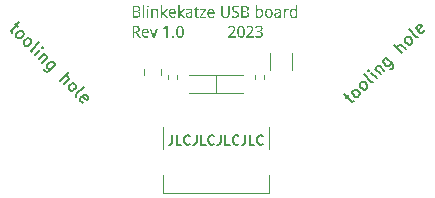
<source format=gto>
%TF.GenerationSoftware,KiCad,Pcbnew,7.0.7*%
%TF.CreationDate,2023-09-11T21:43:25+02:00*%
%TF.ProjectId,usb-board,7573622d-626f-4617-9264-2e6b69636164,rev?*%
%TF.SameCoordinates,Original*%
%TF.FileFunction,Legend,Top*%
%TF.FilePolarity,Positive*%
%FSLAX46Y46*%
G04 Gerber Fmt 4.6, Leading zero omitted, Abs format (unit mm)*
G04 Created by KiCad (PCBNEW 7.0.7) date 2023-09-11 21:43:25*
%MOMM*%
%LPD*%
G01*
G04 APERTURE LIST*
%ADD10C,0.150000*%
%ADD11C,0.120000*%
G04 APERTURE END LIST*
D10*
G36*
X93246725Y-95199633D02*
G01*
X93257470Y-95199791D01*
X93268050Y-95200053D01*
X93278467Y-95200420D01*
X93288719Y-95200893D01*
X93298808Y-95201470D01*
X93308732Y-95202152D01*
X93318492Y-95202939D01*
X93332825Y-95204317D01*
X93346788Y-95205930D01*
X93360382Y-95207780D01*
X93373607Y-95209866D01*
X93386463Y-95212188D01*
X93390666Y-95213014D01*
X93403021Y-95215633D01*
X93414989Y-95218544D01*
X93426571Y-95221747D01*
X93437767Y-95225242D01*
X93448576Y-95229028D01*
X93458999Y-95233107D01*
X93469035Y-95237478D01*
X93478685Y-95242140D01*
X93487949Y-95247095D01*
X93496826Y-95252341D01*
X93502529Y-95256001D01*
X93510760Y-95261705D01*
X93518601Y-95267736D01*
X93526050Y-95274093D01*
X93535375Y-95283077D01*
X93544006Y-95292640D01*
X93551942Y-95302784D01*
X93559183Y-95313508D01*
X93564158Y-95321931D01*
X93568743Y-95330681D01*
X93570184Y-95333670D01*
X93574244Y-95342887D01*
X93577904Y-95352495D01*
X93581165Y-95362493D01*
X93584026Y-95372883D01*
X93586488Y-95383662D01*
X93588551Y-95394833D01*
X93590215Y-95406394D01*
X93591479Y-95418346D01*
X93592344Y-95430689D01*
X93592810Y-95443422D01*
X93592899Y-95452128D01*
X93592689Y-95462607D01*
X93592059Y-95472919D01*
X93591010Y-95483063D01*
X93589541Y-95493039D01*
X93587652Y-95502846D01*
X93585343Y-95512486D01*
X93582614Y-95521958D01*
X93579466Y-95531263D01*
X93574976Y-95542573D01*
X93569901Y-95553454D01*
X93564242Y-95563906D01*
X93557999Y-95573929D01*
X93551171Y-95583522D01*
X93543759Y-95592686D01*
X93540631Y-95596231D01*
X93532401Y-95604712D01*
X93523587Y-95612751D01*
X93514188Y-95620349D01*
X93506248Y-95626110D01*
X93497934Y-95631588D01*
X93489246Y-95636784D01*
X93480185Y-95641697D01*
X93477861Y-95642882D01*
X93468362Y-95647385D01*
X93458550Y-95651491D01*
X93448426Y-95655201D01*
X93437988Y-95658513D01*
X93427237Y-95661429D01*
X93416174Y-95663948D01*
X93404798Y-95666069D01*
X93393108Y-95667794D01*
X93393108Y-95674633D01*
X93404863Y-95676820D01*
X93416434Y-95679228D01*
X93427821Y-95681857D01*
X93439026Y-95684708D01*
X93450047Y-95687780D01*
X93460886Y-95691074D01*
X93471541Y-95694589D01*
X93482013Y-95698325D01*
X93492282Y-95702355D01*
X93502209Y-95706751D01*
X93511791Y-95711514D01*
X93521031Y-95716643D01*
X93529926Y-95722138D01*
X93538479Y-95728000D01*
X93546688Y-95734228D01*
X93554553Y-95740823D01*
X93562102Y-95747822D01*
X93569238Y-95755264D01*
X93575962Y-95763148D01*
X93582274Y-95771475D01*
X93588174Y-95780245D01*
X93593662Y-95789458D01*
X93598738Y-95799113D01*
X93603401Y-95809211D01*
X93607580Y-95819748D01*
X93611202Y-95830842D01*
X93614266Y-95842493D01*
X93616774Y-95854701D01*
X93618724Y-95867467D01*
X93619821Y-95877406D01*
X93620604Y-95887660D01*
X93621074Y-95898226D01*
X93621231Y-95909106D01*
X93621034Y-95921846D01*
X93620441Y-95934328D01*
X93619454Y-95946553D01*
X93618071Y-95958520D01*
X93616294Y-95970229D01*
X93614121Y-95981681D01*
X93611554Y-95992875D01*
X93608592Y-96003811D01*
X93605234Y-96014490D01*
X93601482Y-96024912D01*
X93598761Y-96031716D01*
X93594417Y-96041647D01*
X93589722Y-96051291D01*
X93584674Y-96060647D01*
X93579275Y-96069715D01*
X93573523Y-96078496D01*
X93567420Y-96086989D01*
X93560964Y-96095194D01*
X93554156Y-96103111D01*
X93546996Y-96110741D01*
X93539484Y-96118084D01*
X93534281Y-96122819D01*
X93526197Y-96129673D01*
X93517791Y-96136223D01*
X93509064Y-96142467D01*
X93500014Y-96148407D01*
X93490643Y-96154042D01*
X93480949Y-96159372D01*
X93470933Y-96164398D01*
X93460596Y-96169118D01*
X93449936Y-96173534D01*
X93438954Y-96177645D01*
X93431454Y-96180216D01*
X93420003Y-96183751D01*
X93408273Y-96186939D01*
X93396264Y-96189779D01*
X93383976Y-96192272D01*
X93371409Y-96194416D01*
X93358562Y-96196213D01*
X93345437Y-96197662D01*
X93332032Y-96198763D01*
X93318349Y-96199517D01*
X93304386Y-96199922D01*
X93294923Y-96200000D01*
X92961775Y-96200000D01*
X92961775Y-95730809D01*
X93089515Y-95730809D01*
X93089515Y-96090823D01*
X93272208Y-96090823D01*
X93283348Y-96090703D01*
X93294144Y-96090342D01*
X93304597Y-96089741D01*
X93314706Y-96088900D01*
X93324472Y-96087818D01*
X93336959Y-96086001D01*
X93348836Y-96083757D01*
X93360101Y-96081086D01*
X93370756Y-96077987D01*
X93373325Y-96077145D01*
X93383331Y-96073558D01*
X93392834Y-96069635D01*
X93401832Y-96065376D01*
X93412373Y-96059580D01*
X93422126Y-96053259D01*
X93431091Y-96046414D01*
X93439270Y-96039043D01*
X93446786Y-96031096D01*
X93453610Y-96022672D01*
X93459742Y-96013770D01*
X93465183Y-96004392D01*
X93469932Y-95994536D01*
X93473989Y-95984203D01*
X93475418Y-95979937D01*
X93478585Y-95969002D01*
X93481214Y-95957721D01*
X93483307Y-95946095D01*
X93484864Y-95934122D01*
X93485722Y-95924295D01*
X93486237Y-95914247D01*
X93486409Y-95903977D01*
X93486129Y-95892219D01*
X93485288Y-95880760D01*
X93483887Y-95869598D01*
X93481925Y-95858735D01*
X93479403Y-95848170D01*
X93476320Y-95837903D01*
X93474930Y-95833879D01*
X93471061Y-95824037D01*
X93466477Y-95814660D01*
X93461177Y-95805747D01*
X93455161Y-95797300D01*
X93448430Y-95789318D01*
X93440984Y-95781801D01*
X93437805Y-95778925D01*
X93429379Y-95772007D01*
X93420131Y-95765601D01*
X93410059Y-95759709D01*
X93399165Y-95754329D01*
X93389857Y-95750394D01*
X93380022Y-95746788D01*
X93369661Y-95743510D01*
X93358712Y-95740533D01*
X93347114Y-95737953D01*
X93334868Y-95735770D01*
X93321973Y-95733984D01*
X93311875Y-95732905D01*
X93301413Y-95732049D01*
X93290586Y-95731417D01*
X93279394Y-95731007D01*
X93267837Y-95730821D01*
X93263904Y-95730809D01*
X93089515Y-95730809D01*
X92961775Y-95730809D01*
X92961775Y-95308757D01*
X93089515Y-95308757D01*
X93089515Y-95621632D01*
X93257065Y-95621632D01*
X93267710Y-95621544D01*
X93278028Y-95621280D01*
X93288020Y-95620840D01*
X93300835Y-95619980D01*
X93313070Y-95618806D01*
X93324725Y-95617320D01*
X93335800Y-95615520D01*
X93346295Y-95613408D01*
X93353785Y-95611618D01*
X93363376Y-95608901D01*
X93374687Y-95605075D01*
X93385248Y-95600773D01*
X93395057Y-95595993D01*
X93404115Y-95590736D01*
X93412421Y-95585002D01*
X93417044Y-95581332D01*
X93425631Y-95573461D01*
X93433256Y-95564869D01*
X93439919Y-95555555D01*
X93445621Y-95545520D01*
X93449637Y-95536607D01*
X93451727Y-95531018D01*
X93454823Y-95521315D01*
X93457394Y-95511135D01*
X93459440Y-95500478D01*
X93460962Y-95489344D01*
X93461959Y-95477733D01*
X93462431Y-95465645D01*
X93462473Y-95460676D01*
X93462266Y-95450690D01*
X93461179Y-95436387D01*
X93459161Y-95422895D01*
X93456211Y-95410215D01*
X93452329Y-95398346D01*
X93447515Y-95387288D01*
X93441770Y-95377042D01*
X93435093Y-95367608D01*
X93427485Y-95358985D01*
X93418944Y-95351173D01*
X93409473Y-95344173D01*
X93399042Y-95337843D01*
X93387534Y-95332137D01*
X93374948Y-95327053D01*
X93361284Y-95322591D01*
X93351577Y-95319963D01*
X93341390Y-95317611D01*
X93330724Y-95315536D01*
X93319580Y-95313738D01*
X93307956Y-95312216D01*
X93295854Y-95310971D01*
X93283273Y-95310002D01*
X93270212Y-95309311D01*
X93256673Y-95308896D01*
X93242655Y-95308757D01*
X93089515Y-95308757D01*
X92961775Y-95308757D01*
X92961775Y-95199581D01*
X93235816Y-95199581D01*
X93246725Y-95199633D01*
G37*
G36*
X93938991Y-96200000D02*
G01*
X93813939Y-96200000D01*
X93813939Y-95137055D01*
X93938991Y-95137055D01*
X93938991Y-96200000D01*
G37*
G36*
X94300471Y-96200000D02*
G01*
X94175418Y-96200000D01*
X94175418Y-95449685D01*
X94300471Y-95449685D01*
X94300471Y-96200000D01*
G37*
G36*
X94165893Y-95246231D02*
G01*
X94166221Y-95236328D01*
X94167554Y-95224947D01*
X94169913Y-95214675D01*
X94174098Y-95203813D01*
X94179759Y-95194548D01*
X94186898Y-95186880D01*
X94195118Y-95180572D01*
X94204025Y-95175569D01*
X94213619Y-95171871D01*
X94223900Y-95169478D01*
X94234868Y-95168390D01*
X94238677Y-95168318D01*
X94248886Y-95168837D01*
X94258691Y-95170396D01*
X94267254Y-95172714D01*
X94276813Y-95176767D01*
X94285343Y-95182331D01*
X94290457Y-95186880D01*
X94297383Y-95194746D01*
X94302707Y-95203223D01*
X94306332Y-95211060D01*
X94309424Y-95220792D01*
X94311227Y-95230529D01*
X94312103Y-95241194D01*
X94312194Y-95246231D01*
X94311663Y-95258107D01*
X94310071Y-95269005D01*
X94307418Y-95278925D01*
X94302833Y-95289538D01*
X94296719Y-95298743D01*
X94290457Y-95305338D01*
X94282087Y-95311895D01*
X94273100Y-95317096D01*
X94263494Y-95320940D01*
X94253271Y-95323427D01*
X94242429Y-95324558D01*
X94238677Y-95324633D01*
X94227480Y-95323963D01*
X94216970Y-95321954D01*
X94207147Y-95318605D01*
X94198011Y-95313917D01*
X94189561Y-95307889D01*
X94186898Y-95305582D01*
X94179759Y-95297617D01*
X94174098Y-95288191D01*
X94169913Y-95277306D01*
X94167554Y-95267120D01*
X94166221Y-95255921D01*
X94165893Y-95246231D01*
G37*
G36*
X95008286Y-96200000D02*
G01*
X95008286Y-95715910D01*
X95008145Y-95704941D01*
X95007721Y-95694321D01*
X95007015Y-95684051D01*
X95006027Y-95674129D01*
X95004015Y-95659902D01*
X95001367Y-95646460D01*
X94998084Y-95633804D01*
X94994166Y-95621934D01*
X94989612Y-95610849D01*
X94984423Y-95600550D01*
X94978598Y-95591037D01*
X94972138Y-95582309D01*
X94965044Y-95574365D01*
X94957223Y-95567203D01*
X94948677Y-95560821D01*
X94939406Y-95555221D01*
X94929409Y-95550403D01*
X94918686Y-95546366D01*
X94907238Y-95543110D01*
X94895064Y-95540635D01*
X94882165Y-95538942D01*
X94868540Y-95538031D01*
X94859054Y-95537857D01*
X94848813Y-95538014D01*
X94838881Y-95538484D01*
X94826119Y-95539598D01*
X94813907Y-95541270D01*
X94802245Y-95543499D01*
X94791132Y-95546284D01*
X94780568Y-95549628D01*
X94770554Y-95553528D01*
X94765753Y-95555687D01*
X94756522Y-95560411D01*
X94747756Y-95565670D01*
X94739455Y-95571463D01*
X94731620Y-95577791D01*
X94724251Y-95584653D01*
X94717347Y-95592049D01*
X94710909Y-95599979D01*
X94704937Y-95608443D01*
X94699399Y-95617423D01*
X94694266Y-95626899D01*
X94689538Y-95636871D01*
X94685214Y-95647339D01*
X94681295Y-95658303D01*
X94677780Y-95669764D01*
X94674670Y-95681720D01*
X94671964Y-95694173D01*
X94670174Y-95703785D01*
X94668561Y-95713664D01*
X94667123Y-95723809D01*
X94665862Y-95734221D01*
X94664776Y-95744898D01*
X94663867Y-95755842D01*
X94663133Y-95767052D01*
X94662576Y-95778528D01*
X94662194Y-95790270D01*
X94661989Y-95802279D01*
X94661950Y-95810432D01*
X94661950Y-96200000D01*
X94536898Y-96200000D01*
X94536898Y-95449685D01*
X94638747Y-95449685D01*
X94656577Y-95549337D01*
X94663415Y-95549337D01*
X94668919Y-95540298D01*
X94674745Y-95531653D01*
X94680893Y-95523401D01*
X94687363Y-95515543D01*
X94694154Y-95508079D01*
X94701268Y-95501008D01*
X94704204Y-95498290D01*
X94711785Y-95491676D01*
X94719569Y-95485419D01*
X94727556Y-95479521D01*
X94735746Y-95473980D01*
X94744138Y-95468797D01*
X94752733Y-95463972D01*
X94756228Y-95462142D01*
X94765089Y-95457823D01*
X94774117Y-95453875D01*
X94783311Y-95450296D01*
X94792673Y-95447087D01*
X94802202Y-95444247D01*
X94811898Y-95441777D01*
X94815823Y-95440893D01*
X94825775Y-95438923D01*
X94835787Y-95437286D01*
X94845858Y-95435984D01*
X94855989Y-95435016D01*
X94866180Y-95434381D01*
X94876430Y-95434081D01*
X94880547Y-95434054D01*
X94896027Y-95434310D01*
X94911020Y-95435077D01*
X94925527Y-95436355D01*
X94939547Y-95438145D01*
X94953081Y-95440446D01*
X94966128Y-95443259D01*
X94978688Y-95446583D01*
X94990762Y-95450418D01*
X95002349Y-95454765D01*
X95013450Y-95459623D01*
X95024064Y-95464993D01*
X95034191Y-95470874D01*
X95043832Y-95477266D01*
X95052987Y-95484170D01*
X95061654Y-95491585D01*
X95069836Y-95499511D01*
X95077525Y-95507999D01*
X95084719Y-95517100D01*
X95091417Y-95526814D01*
X95097618Y-95537140D01*
X95103323Y-95548078D01*
X95108533Y-95559629D01*
X95113246Y-95571793D01*
X95117463Y-95584569D01*
X95121184Y-95597957D01*
X95124409Y-95611958D01*
X95127137Y-95626572D01*
X95129370Y-95641798D01*
X95131106Y-95657636D01*
X95132346Y-95674087D01*
X95133091Y-95691151D01*
X95133339Y-95708827D01*
X95133339Y-96200000D01*
X95008286Y-96200000D01*
G37*
G36*
X95476011Y-95812630D02*
G01*
X95568824Y-95696371D01*
X95770080Y-95449685D01*
X95914916Y-95449685D01*
X95639410Y-95774284D01*
X95933478Y-96200000D01*
X95789863Y-96200000D01*
X95559054Y-95855617D01*
X95484316Y-95911549D01*
X95484316Y-96200000D01*
X95360484Y-96200000D01*
X95360484Y-95137055D01*
X95484316Y-95137055D01*
X95484316Y-95624808D01*
X95473325Y-95812630D01*
X95476011Y-95812630D01*
G37*
G36*
X96337855Y-95434269D02*
G01*
X96350225Y-95434913D01*
X96362355Y-95435986D01*
X96374245Y-95437489D01*
X96385894Y-95439421D01*
X96397303Y-95441782D01*
X96408471Y-95444573D01*
X96419399Y-95447793D01*
X96430087Y-95451442D01*
X96440534Y-95455521D01*
X96447365Y-95458478D01*
X96457429Y-95463236D01*
X96467197Y-95468350D01*
X96476669Y-95473820D01*
X96485845Y-95479647D01*
X96494724Y-95485830D01*
X96503307Y-95492370D01*
X96511594Y-95499266D01*
X96519585Y-95506518D01*
X96527279Y-95514126D01*
X96534677Y-95522091D01*
X96539445Y-95527599D01*
X96546388Y-95536093D01*
X96553023Y-95544904D01*
X96559349Y-95554033D01*
X96565365Y-95563480D01*
X96571072Y-95573244D01*
X96576470Y-95583326D01*
X96581559Y-95593726D01*
X96586339Y-95604444D01*
X96590810Y-95615479D01*
X96594972Y-95626832D01*
X96597575Y-95634577D01*
X96601197Y-95646373D01*
X96604464Y-95658405D01*
X96607374Y-95670673D01*
X96609928Y-95683178D01*
X96612125Y-95695918D01*
X96613966Y-95708895D01*
X96615451Y-95722108D01*
X96616580Y-95735556D01*
X96617352Y-95749241D01*
X96617767Y-95763163D01*
X96617847Y-95772575D01*
X96617847Y-95850488D01*
X96142550Y-95850488D01*
X96143169Y-95866673D01*
X96144172Y-95882316D01*
X96145558Y-95897417D01*
X96147328Y-95911976D01*
X96149481Y-95925993D01*
X96152018Y-95939469D01*
X96154939Y-95952402D01*
X96158243Y-95964794D01*
X96161930Y-95976643D01*
X96166001Y-95987951D01*
X96170456Y-95998717D01*
X96175294Y-96008941D01*
X96180516Y-96018622D01*
X96186121Y-96027762D01*
X96192109Y-96036361D01*
X96198482Y-96044417D01*
X96205246Y-96051929D01*
X96212411Y-96058957D01*
X96219977Y-96065500D01*
X96227943Y-96071558D01*
X96236311Y-96077132D01*
X96245079Y-96082221D01*
X96254247Y-96086825D01*
X96263817Y-96090945D01*
X96273787Y-96094580D01*
X96284158Y-96097730D01*
X96294929Y-96100396D01*
X96306101Y-96102577D01*
X96317674Y-96104273D01*
X96329648Y-96105485D01*
X96342022Y-96106212D01*
X96354797Y-96106454D01*
X96365587Y-96106371D01*
X96376125Y-96106121D01*
X96386414Y-96105703D01*
X96396452Y-96105119D01*
X96406240Y-96104367D01*
X96417654Y-96103245D01*
X96419521Y-96103035D01*
X96430710Y-96101641D01*
X96441744Y-96100024D01*
X96452623Y-96098184D01*
X96463348Y-96096120D01*
X96473918Y-96093833D01*
X96477407Y-96093021D01*
X96487780Y-96090437D01*
X96498015Y-96087629D01*
X96508113Y-96084598D01*
X96518073Y-96081343D01*
X96527897Y-96077866D01*
X96531140Y-96076657D01*
X96540966Y-96072816D01*
X96550844Y-96068803D01*
X96560773Y-96064618D01*
X96570754Y-96060262D01*
X96580786Y-96055734D01*
X96584141Y-96054187D01*
X96584141Y-96165561D01*
X96573909Y-96170304D01*
X96563728Y-96174823D01*
X96553598Y-96179120D01*
X96543521Y-96183193D01*
X96533494Y-96187042D01*
X96530163Y-96188276D01*
X96520220Y-96191728D01*
X96510174Y-96194939D01*
X96500024Y-96197910D01*
X96489772Y-96200641D01*
X96479416Y-96203131D01*
X96475942Y-96203907D01*
X96465432Y-96206160D01*
X96454784Y-96208155D01*
X96443999Y-96209892D01*
X96433077Y-96211372D01*
X96422017Y-96212594D01*
X96418300Y-96212944D01*
X96406937Y-96213857D01*
X96397179Y-96214474D01*
X96387159Y-96214959D01*
X96376877Y-96215314D01*
X96366332Y-96215537D01*
X96355525Y-96215628D01*
X96353332Y-96215631D01*
X96339295Y-96215408D01*
X96325485Y-96214738D01*
X96311903Y-96213622D01*
X96298549Y-96212059D01*
X96285422Y-96210050D01*
X96272523Y-96207594D01*
X96259851Y-96204692D01*
X96247407Y-96201343D01*
X96235190Y-96197548D01*
X96223201Y-96193306D01*
X96215334Y-96190230D01*
X96203763Y-96185263D01*
X96192497Y-96179889D01*
X96181535Y-96174106D01*
X96170878Y-96167916D01*
X96160527Y-96161318D01*
X96150479Y-96154312D01*
X96140737Y-96146898D01*
X96131300Y-96139076D01*
X96122167Y-96130847D01*
X96113339Y-96122209D01*
X96107623Y-96116224D01*
X96099375Y-96106861D01*
X96091483Y-96097090D01*
X96083948Y-96086911D01*
X96076769Y-96076325D01*
X96069946Y-96065330D01*
X96063479Y-96053928D01*
X96057369Y-96042118D01*
X96051615Y-96029900D01*
X96046218Y-96017274D01*
X96041177Y-96004240D01*
X96038014Y-95995324D01*
X96033606Y-95981588D01*
X96029631Y-95967492D01*
X96027222Y-95957894D01*
X96025005Y-95948136D01*
X96022982Y-95938217D01*
X96021151Y-95928138D01*
X96019513Y-95917899D01*
X96018067Y-95907500D01*
X96016815Y-95896940D01*
X96015755Y-95886220D01*
X96014887Y-95875340D01*
X96014213Y-95864299D01*
X96013731Y-95853098D01*
X96013442Y-95841737D01*
X96013346Y-95830216D01*
X96013434Y-95818631D01*
X96013701Y-95807200D01*
X96014144Y-95795924D01*
X96014765Y-95784802D01*
X96015564Y-95773835D01*
X96016540Y-95763022D01*
X96017693Y-95752364D01*
X96018413Y-95746685D01*
X96145237Y-95746685D01*
X96483269Y-95746685D01*
X96483124Y-95735148D01*
X96482689Y-95723863D01*
X96481964Y-95712830D01*
X96480949Y-95702049D01*
X96479643Y-95691520D01*
X96478048Y-95681243D01*
X96476163Y-95671218D01*
X96473988Y-95661444D01*
X96471507Y-95651972D01*
X96467956Y-95640626D01*
X96463903Y-95629828D01*
X96459350Y-95619579D01*
X96454296Y-95609878D01*
X96448740Y-95600726D01*
X96445167Y-95595498D01*
X96438799Y-95587184D01*
X96431905Y-95579489D01*
X96424487Y-95572415D01*
X96416545Y-95565960D01*
X96408077Y-95560126D01*
X96399085Y-95554912D01*
X96395341Y-95553000D01*
X96385579Y-95548638D01*
X96375220Y-95545015D01*
X96364265Y-95542131D01*
X96352713Y-95539987D01*
X96340566Y-95538582D01*
X96330418Y-95537990D01*
X96322557Y-95537857D01*
X96308144Y-95538327D01*
X96294307Y-95539738D01*
X96281045Y-95542088D01*
X96268358Y-95545379D01*
X96256247Y-95549610D01*
X96244710Y-95554781D01*
X96233750Y-95560893D01*
X96223364Y-95567945D01*
X96213554Y-95575937D01*
X96204319Y-95584869D01*
X96198482Y-95591346D01*
X96190253Y-95601759D01*
X96182694Y-95613031D01*
X96175804Y-95625161D01*
X96169585Y-95638149D01*
X96165810Y-95647286D01*
X96162334Y-95656803D01*
X96159155Y-95666703D01*
X96156273Y-95676984D01*
X96153690Y-95687647D01*
X96151404Y-95698691D01*
X96149416Y-95710117D01*
X96147725Y-95721925D01*
X96146332Y-95734114D01*
X96145237Y-95746685D01*
X96018413Y-95746685D01*
X96019024Y-95741861D01*
X96020533Y-95731512D01*
X96022219Y-95721318D01*
X96024082Y-95711278D01*
X96026123Y-95701393D01*
X96028341Y-95691662D01*
X96030736Y-95682086D01*
X96034663Y-95668012D01*
X96036060Y-95663398D01*
X96040480Y-95649811D01*
X96045222Y-95636619D01*
X96050286Y-95623822D01*
X96055672Y-95611420D01*
X96061380Y-95599413D01*
X96067410Y-95587801D01*
X96073762Y-95576584D01*
X96080436Y-95565762D01*
X96087432Y-95555335D01*
X96094750Y-95545303D01*
X96099808Y-95538834D01*
X96107689Y-95529434D01*
X96115853Y-95520467D01*
X96124301Y-95511934D01*
X96133032Y-95503835D01*
X96142047Y-95496169D01*
X96151345Y-95488937D01*
X96160926Y-95482139D01*
X96170791Y-95475774D01*
X96180939Y-95469842D01*
X96191370Y-95464345D01*
X96198482Y-95460921D01*
X96209349Y-95456119D01*
X96220426Y-95451790D01*
X96231714Y-95447933D01*
X96243212Y-95444549D01*
X96254921Y-95441636D01*
X96266840Y-95439196D01*
X96278970Y-95437229D01*
X96291309Y-95435733D01*
X96303859Y-95434710D01*
X96316620Y-95434159D01*
X96325244Y-95434054D01*
X96337855Y-95434269D01*
G37*
G36*
X96919975Y-95812630D02*
G01*
X97012787Y-95696371D01*
X97214043Y-95449685D01*
X97358879Y-95449685D01*
X97083374Y-95774284D01*
X97377442Y-96200000D01*
X97233827Y-96200000D01*
X97003018Y-95855617D01*
X96928279Y-95911549D01*
X96928279Y-96200000D01*
X96804448Y-96200000D01*
X96804448Y-95137055D01*
X96928279Y-95137055D01*
X96928279Y-95624808D01*
X96917288Y-95812630D01*
X96919975Y-95812630D01*
G37*
G36*
X97755317Y-95434178D02*
G01*
X97767958Y-95434552D01*
X97780264Y-95435174D01*
X97792235Y-95436046D01*
X97803871Y-95437167D01*
X97815173Y-95438536D01*
X97826139Y-95440155D01*
X97836771Y-95442022D01*
X97847068Y-95444139D01*
X97857030Y-95446505D01*
X97863485Y-95448220D01*
X97872943Y-95450976D01*
X97885060Y-95455106D01*
X97896612Y-95459754D01*
X97907599Y-95464921D01*
X97918021Y-95470607D01*
X97927879Y-95476813D01*
X97937172Y-95483537D01*
X97945900Y-95490780D01*
X97947993Y-95492672D01*
X97956091Y-95500568D01*
X97963655Y-95508991D01*
X97970685Y-95517940D01*
X97977180Y-95527416D01*
X97983141Y-95537418D01*
X97988568Y-95547947D01*
X97993461Y-95559003D01*
X97997819Y-95570586D01*
X98001711Y-95582683D01*
X98004290Y-95592167D01*
X98006577Y-95602003D01*
X98008572Y-95612191D01*
X98010275Y-95622732D01*
X98011686Y-95633624D01*
X98012805Y-95644868D01*
X98013633Y-95656464D01*
X98014168Y-95668413D01*
X98014411Y-95680713D01*
X98014427Y-95684891D01*
X98014427Y-96200000D01*
X97924302Y-96200000D01*
X97898900Y-96097418D01*
X97893283Y-96097418D01*
X97886255Y-96106902D01*
X97879215Y-96115969D01*
X97872163Y-96124619D01*
X97865099Y-96132852D01*
X97858024Y-96140667D01*
X97850936Y-96148065D01*
X97848098Y-96150907D01*
X97840898Y-96157662D01*
X97831991Y-96165264D01*
X97822792Y-96172316D01*
X97813301Y-96178819D01*
X97803518Y-96184772D01*
X97798517Y-96187543D01*
X97788310Y-96192681D01*
X97777657Y-96197286D01*
X97768438Y-96200717D01*
X97758909Y-96203779D01*
X97749070Y-96206470D01*
X97738921Y-96208792D01*
X97728361Y-96210762D01*
X97717288Y-96212399D01*
X97705702Y-96213701D01*
X97693603Y-96214669D01*
X97683555Y-96215204D01*
X97673178Y-96215524D01*
X97662473Y-96215631D01*
X97650746Y-96215421D01*
X97639255Y-96214791D01*
X97628001Y-96213742D01*
X97616983Y-96212273D01*
X97606202Y-96210384D01*
X97595658Y-96208075D01*
X97585350Y-96205346D01*
X97575279Y-96202198D01*
X97565490Y-96198614D01*
X97556029Y-96194580D01*
X97546897Y-96190096D01*
X97538093Y-96185162D01*
X97529617Y-96179777D01*
X97521469Y-96173942D01*
X97513649Y-96167656D01*
X97506158Y-96160921D01*
X97499086Y-96153735D01*
X97492404Y-96146098D01*
X97486111Y-96138011D01*
X97480207Y-96129474D01*
X97474693Y-96120487D01*
X97469567Y-96111049D01*
X97464831Y-96101161D01*
X97460484Y-96090823D01*
X97456649Y-96080015D01*
X97453325Y-96068719D01*
X97450513Y-96056934D01*
X97448211Y-96044661D01*
X97446421Y-96031899D01*
X97445415Y-96022008D01*
X97444696Y-96011841D01*
X97444264Y-96001400D01*
X97444120Y-95990683D01*
X97574057Y-95990683D01*
X97574349Y-96002115D01*
X97575225Y-96012963D01*
X97576685Y-96023227D01*
X97578729Y-96032907D01*
X97582362Y-96044905D01*
X97587033Y-96055866D01*
X97592742Y-96065788D01*
X97599489Y-96074672D01*
X97607274Y-96082519D01*
X97615964Y-96089388D01*
X97625303Y-96095341D01*
X97635290Y-96100379D01*
X97645926Y-96104501D01*
X97657211Y-96107706D01*
X97669144Y-96109996D01*
X97681727Y-96111370D01*
X97691589Y-96111799D01*
X97694958Y-96111828D01*
X97705361Y-96111626D01*
X97715566Y-96111019D01*
X97725572Y-96110007D01*
X97735380Y-96108592D01*
X97744989Y-96106771D01*
X97756722Y-96103927D01*
X97768145Y-96100451D01*
X97772627Y-96098883D01*
X97783538Y-96094516D01*
X97793984Y-96089504D01*
X97803965Y-96083849D01*
X97813480Y-96077550D01*
X97822531Y-96070607D01*
X97831116Y-96063019D01*
X97834420Y-96059804D01*
X97842307Y-96051233D01*
X97849633Y-96042006D01*
X97856399Y-96032123D01*
X97862604Y-96021584D01*
X97867164Y-96012681D01*
X97871366Y-96003357D01*
X97875209Y-95993614D01*
X97878701Y-95983444D01*
X97881727Y-95972838D01*
X97884288Y-95961798D01*
X97886383Y-95950322D01*
X97888013Y-95938412D01*
X97889176Y-95926066D01*
X97889875Y-95913285D01*
X97890093Y-95903414D01*
X97890108Y-95900069D01*
X97890108Y-95832658D01*
X97791922Y-95837543D01*
X97780510Y-95838120D01*
X97769445Y-95838843D01*
X97758728Y-95839711D01*
X97748359Y-95840726D01*
X97738338Y-95841887D01*
X97725517Y-95843661D01*
X97713314Y-95845695D01*
X97701730Y-95847989D01*
X97690764Y-95850542D01*
X97688119Y-95851221D01*
X97677880Y-95854045D01*
X97668167Y-95857144D01*
X97658981Y-95860517D01*
X97648240Y-95865121D01*
X97638321Y-95870153D01*
X97629225Y-95875615D01*
X97620952Y-95881507D01*
X97612099Y-95889034D01*
X97604225Y-95897146D01*
X97597330Y-95905841D01*
X97591414Y-95915121D01*
X97586477Y-95924984D01*
X97585048Y-95928401D01*
X97581313Y-95939000D01*
X97578351Y-95950097D01*
X97576472Y-95959725D01*
X97575131Y-95969699D01*
X97574326Y-95980018D01*
X97574057Y-95990683D01*
X97444120Y-95990683D01*
X97444430Y-95976812D01*
X97445361Y-95963347D01*
X97446911Y-95950289D01*
X97449081Y-95937637D01*
X97451872Y-95925391D01*
X97455283Y-95913552D01*
X97459314Y-95902120D01*
X97463965Y-95891093D01*
X97469236Y-95880474D01*
X97475128Y-95870260D01*
X97481639Y-95860453D01*
X97488771Y-95851053D01*
X97496523Y-95842059D01*
X97504895Y-95833471D01*
X97513887Y-95825290D01*
X97523499Y-95817515D01*
X97533744Y-95810159D01*
X97544634Y-95803235D01*
X97556169Y-95796741D01*
X97568348Y-95790679D01*
X97581173Y-95785048D01*
X97594643Y-95779848D01*
X97608757Y-95775080D01*
X97623517Y-95770743D01*
X97638921Y-95766837D01*
X97654970Y-95763362D01*
X97671665Y-95760318D01*
X97689004Y-95757706D01*
X97706988Y-95755525D01*
X97725618Y-95753775D01*
X97744892Y-95752457D01*
X97754771Y-95751959D01*
X97764811Y-95751570D01*
X97891329Y-95746685D01*
X97891329Y-95699546D01*
X97891172Y-95688303D01*
X97890703Y-95677534D01*
X97889921Y-95667237D01*
X97888825Y-95657414D01*
X97887016Y-95645801D01*
X97884718Y-95634926D01*
X97881931Y-95624792D01*
X97881315Y-95622854D01*
X97877971Y-95613458D01*
X97873391Y-95602971D01*
X97868194Y-95593343D01*
X97862378Y-95584573D01*
X97855943Y-95576662D01*
X97852494Y-95573028D01*
X97845124Y-95566353D01*
X97837118Y-95560434D01*
X97828477Y-95555271D01*
X97819201Y-95550863D01*
X97809289Y-95547211D01*
X97805844Y-95546161D01*
X97795128Y-95543339D01*
X97783862Y-95541101D01*
X97774054Y-95539682D01*
X97763865Y-95538668D01*
X97753294Y-95538060D01*
X97742341Y-95537857D01*
X97731737Y-95538003D01*
X97721266Y-95538441D01*
X97710929Y-95539171D01*
X97700724Y-95540193D01*
X97690653Y-95541506D01*
X97680714Y-95543112D01*
X97670909Y-95545010D01*
X97661237Y-95547199D01*
X97651698Y-95549681D01*
X97642292Y-95552454D01*
X97636095Y-95554466D01*
X97623883Y-95558667D01*
X97611793Y-95563090D01*
X97599825Y-95567735D01*
X97587979Y-95572601D01*
X97576256Y-95577688D01*
X97564654Y-95582996D01*
X97553175Y-95588526D01*
X97541817Y-95594277D01*
X97497854Y-95500000D01*
X97507482Y-95494941D01*
X97517317Y-95490025D01*
X97527357Y-95485250D01*
X97537604Y-95480617D01*
X97548057Y-95476125D01*
X97558716Y-95471775D01*
X97569581Y-95467567D01*
X97580652Y-95463500D01*
X97591929Y-95459576D01*
X97603412Y-95455792D01*
X97611182Y-95453349D01*
X97622960Y-95449901D01*
X97634844Y-95446792D01*
X97646836Y-95444022D01*
X97658936Y-95441591D01*
X97671142Y-95439500D01*
X97683456Y-95437747D01*
X97695878Y-95436334D01*
X97708406Y-95435260D01*
X97721042Y-95434525D01*
X97733786Y-95434129D01*
X97742341Y-95434054D01*
X97755317Y-95434178D01*
G37*
G36*
X98469696Y-96111828D02*
G01*
X98480142Y-96111626D01*
X98490715Y-96111082D01*
X98497295Y-96110607D01*
X98507898Y-96109541D01*
X98518212Y-96108361D01*
X98527337Y-96107187D01*
X98537802Y-96105470D01*
X98547579Y-96103615D01*
X98553715Y-96102302D01*
X98563232Y-96100045D01*
X98572034Y-96097418D01*
X98572034Y-96193405D01*
X98562542Y-96197298D01*
X98552666Y-96200671D01*
X98549319Y-96201709D01*
X98539569Y-96204448D01*
X98529127Y-96206957D01*
X98519033Y-96209036D01*
X98508662Y-96210878D01*
X98498005Y-96212433D01*
X98488169Y-96213588D01*
X98484839Y-96213921D01*
X98474868Y-96214748D01*
X98465012Y-96215304D01*
X98454198Y-96215604D01*
X98449912Y-96215631D01*
X98439326Y-96215459D01*
X98428938Y-96214944D01*
X98418748Y-96214085D01*
X98408757Y-96212883D01*
X98398965Y-96211338D01*
X98389371Y-96209449D01*
X98377657Y-96206604D01*
X98370778Y-96204640D01*
X98359650Y-96200818D01*
X98349010Y-96196220D01*
X98338860Y-96190848D01*
X98329199Y-96184700D01*
X98320027Y-96177777D01*
X98311344Y-96170079D01*
X98308007Y-96166782D01*
X98300038Y-96157922D01*
X98294058Y-96150163D01*
X98288429Y-96141809D01*
X98283151Y-96132860D01*
X98278224Y-96123315D01*
X98273649Y-96113175D01*
X98269424Y-96102440D01*
X98266486Y-96093998D01*
X98262937Y-96082149D01*
X98259861Y-96069559D01*
X98257864Y-96059630D01*
X98256134Y-96049285D01*
X98254670Y-96038524D01*
X98253472Y-96027347D01*
X98252541Y-96015752D01*
X98251875Y-96003742D01*
X98251476Y-95991315D01*
X98251343Y-95978471D01*
X98251343Y-95539567D01*
X98144853Y-95539567D01*
X98144853Y-95486078D01*
X98251343Y-95434542D01*
X98304832Y-95276517D01*
X98376884Y-95276517D01*
X98376884Y-95449685D01*
X98566660Y-95449685D01*
X98566660Y-95539567D01*
X98376884Y-95539567D01*
X98376884Y-95977739D01*
X98377073Y-95989951D01*
X98377639Y-96001584D01*
X98378584Y-96012637D01*
X98379906Y-96023110D01*
X98381606Y-96033004D01*
X98384461Y-96045295D01*
X98387987Y-96056555D01*
X98392185Y-96066784D01*
X98397055Y-96075984D01*
X98398377Y-96078122D01*
X98404246Y-96086022D01*
X98412807Y-96094416D01*
X98422727Y-96101163D01*
X98431642Y-96105376D01*
X98441427Y-96108536D01*
X98452082Y-96110643D01*
X98463607Y-96111696D01*
X98469696Y-96111828D01*
G37*
G36*
X99159926Y-96200000D02*
G01*
X98652390Y-96200000D01*
X98652390Y-96118178D01*
X99020464Y-95539567D01*
X98674860Y-95539567D01*
X98674860Y-95449685D01*
X99147470Y-95449685D01*
X99147470Y-95545673D01*
X98787700Y-96110118D01*
X99159926Y-96110118D01*
X99159926Y-96200000D01*
G37*
G36*
X99614617Y-95434269D02*
G01*
X99626987Y-95434913D01*
X99639117Y-95435986D01*
X99651007Y-95437489D01*
X99662656Y-95439421D01*
X99674065Y-95441782D01*
X99685233Y-95444573D01*
X99696161Y-95447793D01*
X99706849Y-95451442D01*
X99717296Y-95455521D01*
X99724127Y-95458478D01*
X99734191Y-95463236D01*
X99743960Y-95468350D01*
X99753431Y-95473820D01*
X99762607Y-95479647D01*
X99771486Y-95485830D01*
X99780069Y-95492370D01*
X99788356Y-95499266D01*
X99796347Y-95506518D01*
X99804041Y-95514126D01*
X99811439Y-95522091D01*
X99816207Y-95527599D01*
X99823151Y-95536093D01*
X99829785Y-95544904D01*
X99836111Y-95554033D01*
X99842127Y-95563480D01*
X99847834Y-95573244D01*
X99853232Y-95583326D01*
X99858321Y-95593726D01*
X99863101Y-95604444D01*
X99867572Y-95615479D01*
X99871734Y-95626832D01*
X99874337Y-95634577D01*
X99877959Y-95646373D01*
X99881226Y-95658405D01*
X99884136Y-95670673D01*
X99886690Y-95683178D01*
X99888887Y-95695918D01*
X99890728Y-95708895D01*
X99892213Y-95722108D01*
X99893342Y-95735556D01*
X99894114Y-95749241D01*
X99894530Y-95763163D01*
X99894609Y-95772575D01*
X99894609Y-95850488D01*
X99419312Y-95850488D01*
X99419931Y-95866673D01*
X99420934Y-95882316D01*
X99422320Y-95897417D01*
X99424090Y-95911976D01*
X99426243Y-95925993D01*
X99428780Y-95939469D01*
X99431701Y-95952402D01*
X99435005Y-95964794D01*
X99438692Y-95976643D01*
X99442763Y-95987951D01*
X99447218Y-95998717D01*
X99452056Y-96008941D01*
X99457278Y-96018622D01*
X99462883Y-96027762D01*
X99468871Y-96036361D01*
X99475244Y-96044417D01*
X99482008Y-96051929D01*
X99489173Y-96058957D01*
X99496739Y-96065500D01*
X99504706Y-96071558D01*
X99513073Y-96077132D01*
X99521841Y-96082221D01*
X99531009Y-96086825D01*
X99540579Y-96090945D01*
X99550549Y-96094580D01*
X99560920Y-96097730D01*
X99571691Y-96100396D01*
X99582863Y-96102577D01*
X99594436Y-96104273D01*
X99606410Y-96105485D01*
X99618784Y-96106212D01*
X99631559Y-96106454D01*
X99642349Y-96106371D01*
X99652887Y-96106121D01*
X99663176Y-96105703D01*
X99673214Y-96105119D01*
X99683002Y-96104367D01*
X99694416Y-96103245D01*
X99696284Y-96103035D01*
X99707472Y-96101641D01*
X99718506Y-96100024D01*
X99729385Y-96098184D01*
X99740110Y-96096120D01*
X99750680Y-96093833D01*
X99754169Y-96093021D01*
X99764542Y-96090437D01*
X99774777Y-96087629D01*
X99784875Y-96084598D01*
X99794836Y-96081343D01*
X99804659Y-96077866D01*
X99807903Y-96076657D01*
X99817729Y-96072816D01*
X99827606Y-96068803D01*
X99837535Y-96064618D01*
X99847516Y-96060262D01*
X99857548Y-96055734D01*
X99860903Y-96054187D01*
X99860903Y-96165561D01*
X99850671Y-96170304D01*
X99840490Y-96174823D01*
X99830360Y-96179120D01*
X99820283Y-96183193D01*
X99810256Y-96187042D01*
X99806926Y-96188276D01*
X99796982Y-96191728D01*
X99786936Y-96194939D01*
X99776786Y-96197910D01*
X99766534Y-96200641D01*
X99756178Y-96203131D01*
X99752704Y-96203907D01*
X99742194Y-96206160D01*
X99731546Y-96208155D01*
X99720761Y-96209892D01*
X99709839Y-96211372D01*
X99698779Y-96212594D01*
X99695062Y-96212944D01*
X99683699Y-96213857D01*
X99673942Y-96214474D01*
X99663921Y-96214959D01*
X99653639Y-96215314D01*
X99643094Y-96215537D01*
X99632287Y-96215628D01*
X99630094Y-96215631D01*
X99616057Y-96215408D01*
X99602247Y-96214738D01*
X99588665Y-96213622D01*
X99575311Y-96212059D01*
X99562184Y-96210050D01*
X99549285Y-96207594D01*
X99536613Y-96204692D01*
X99524169Y-96201343D01*
X99511952Y-96197548D01*
X99499963Y-96193306D01*
X99492096Y-96190230D01*
X99480525Y-96185263D01*
X99469259Y-96179889D01*
X99458297Y-96174106D01*
X99447640Y-96167916D01*
X99437289Y-96161318D01*
X99427241Y-96154312D01*
X99417499Y-96146898D01*
X99408062Y-96139076D01*
X99398929Y-96130847D01*
X99390101Y-96122209D01*
X99384385Y-96116224D01*
X99376137Y-96106861D01*
X99368245Y-96097090D01*
X99360710Y-96086911D01*
X99353531Y-96076325D01*
X99346708Y-96065330D01*
X99340241Y-96053928D01*
X99334131Y-96042118D01*
X99328377Y-96029900D01*
X99322980Y-96017274D01*
X99317939Y-96004240D01*
X99314776Y-95995324D01*
X99310368Y-95981588D01*
X99306393Y-95967492D01*
X99303984Y-95957894D01*
X99301767Y-95948136D01*
X99299744Y-95938217D01*
X99297913Y-95928138D01*
X99296275Y-95917899D01*
X99294829Y-95907500D01*
X99293577Y-95896940D01*
X99292517Y-95886220D01*
X99291649Y-95875340D01*
X99290975Y-95864299D01*
X99290493Y-95853098D01*
X99290204Y-95841737D01*
X99290108Y-95830216D01*
X99290196Y-95818631D01*
X99290463Y-95807200D01*
X99290906Y-95795924D01*
X99291527Y-95784802D01*
X99292326Y-95773835D01*
X99293302Y-95763022D01*
X99294455Y-95752364D01*
X99295175Y-95746685D01*
X99421999Y-95746685D01*
X99760031Y-95746685D01*
X99759886Y-95735148D01*
X99759451Y-95723863D01*
X99758726Y-95712830D01*
X99757711Y-95702049D01*
X99756405Y-95691520D01*
X99754810Y-95681243D01*
X99752925Y-95671218D01*
X99750750Y-95661444D01*
X99748269Y-95651972D01*
X99744718Y-95640626D01*
X99740665Y-95629828D01*
X99736112Y-95619579D01*
X99731058Y-95609878D01*
X99725503Y-95600726D01*
X99721929Y-95595498D01*
X99715561Y-95587184D01*
X99708667Y-95579489D01*
X99701249Y-95572415D01*
X99693307Y-95565960D01*
X99684839Y-95560126D01*
X99675847Y-95554912D01*
X99672103Y-95553000D01*
X99662341Y-95548638D01*
X99651982Y-95545015D01*
X99641027Y-95542131D01*
X99629475Y-95539987D01*
X99617328Y-95538582D01*
X99607180Y-95537990D01*
X99599319Y-95537857D01*
X99584906Y-95538327D01*
X99571069Y-95539738D01*
X99557807Y-95542088D01*
X99545120Y-95545379D01*
X99533009Y-95549610D01*
X99521472Y-95554781D01*
X99510512Y-95560893D01*
X99500126Y-95567945D01*
X99490316Y-95575937D01*
X99481081Y-95584869D01*
X99475244Y-95591346D01*
X99467015Y-95601759D01*
X99459456Y-95613031D01*
X99452566Y-95625161D01*
X99446347Y-95638149D01*
X99442572Y-95647286D01*
X99439096Y-95656803D01*
X99435917Y-95666703D01*
X99433036Y-95676984D01*
X99430452Y-95687647D01*
X99428166Y-95698691D01*
X99426178Y-95710117D01*
X99424487Y-95721925D01*
X99423094Y-95734114D01*
X99421999Y-95746685D01*
X99295175Y-95746685D01*
X99295786Y-95741861D01*
X99297295Y-95731512D01*
X99298981Y-95721318D01*
X99300844Y-95711278D01*
X99302885Y-95701393D01*
X99305103Y-95691662D01*
X99307499Y-95682086D01*
X99311425Y-95668012D01*
X99312822Y-95663398D01*
X99317242Y-95649811D01*
X99321984Y-95636619D01*
X99327048Y-95623822D01*
X99332434Y-95611420D01*
X99338142Y-95599413D01*
X99344172Y-95587801D01*
X99350524Y-95576584D01*
X99357198Y-95565762D01*
X99364194Y-95555335D01*
X99371512Y-95545303D01*
X99376570Y-95538834D01*
X99384451Y-95529434D01*
X99392615Y-95520467D01*
X99401063Y-95511934D01*
X99409794Y-95503835D01*
X99418809Y-95496169D01*
X99428107Y-95488937D01*
X99437688Y-95482139D01*
X99447553Y-95475774D01*
X99457701Y-95469842D01*
X99468132Y-95464345D01*
X99475244Y-95460921D01*
X99486111Y-95456119D01*
X99497188Y-95451790D01*
X99508476Y-95447933D01*
X99519975Y-95444549D01*
X99531683Y-95441636D01*
X99543602Y-95439196D01*
X99555732Y-95437229D01*
X99568071Y-95435733D01*
X99580621Y-95434710D01*
X99593382Y-95434159D01*
X99602006Y-95434054D01*
X99614617Y-95434269D01*
G37*
G36*
X101180547Y-95199581D02*
G01*
X101180547Y-95848534D01*
X101180348Y-95863092D01*
X101179749Y-95877457D01*
X101178751Y-95891628D01*
X101177353Y-95905607D01*
X101175556Y-95919392D01*
X101173360Y-95932984D01*
X101170765Y-95946383D01*
X101167770Y-95959588D01*
X101164376Y-95972601D01*
X101160583Y-95985420D01*
X101157833Y-95993859D01*
X101153372Y-96006252D01*
X101148508Y-96018336D01*
X101143240Y-96030111D01*
X101137568Y-96041577D01*
X101131493Y-96052734D01*
X101125014Y-96063582D01*
X101118132Y-96074121D01*
X101110846Y-96084351D01*
X101103157Y-96094271D01*
X101095064Y-96103882D01*
X101089445Y-96110118D01*
X101080675Y-96119182D01*
X101071493Y-96127872D01*
X101061899Y-96136189D01*
X101051892Y-96144133D01*
X101041474Y-96151703D01*
X101030643Y-96158899D01*
X101019400Y-96165722D01*
X101007745Y-96172171D01*
X100995678Y-96178247D01*
X100983199Y-96183949D01*
X100974651Y-96187543D01*
X100961522Y-96192563D01*
X100947963Y-96197089D01*
X100933976Y-96201121D01*
X100924412Y-96203535D01*
X100914657Y-96205729D01*
X100904712Y-96207704D01*
X100894576Y-96209459D01*
X100884249Y-96210995D01*
X100873732Y-96212312D01*
X100863023Y-96213409D01*
X100852124Y-96214287D01*
X100841034Y-96214945D01*
X100829753Y-96215384D01*
X100818281Y-96215604D01*
X100812473Y-96215631D01*
X100801563Y-96215528D01*
X100790812Y-96215219D01*
X100780222Y-96214704D01*
X100769792Y-96213982D01*
X100759522Y-96213055D01*
X100749413Y-96211922D01*
X100739464Y-96210582D01*
X100729675Y-96209036D01*
X100720046Y-96207285D01*
X100705904Y-96204271D01*
X100692123Y-96200793D01*
X100678702Y-96196852D01*
X100665641Y-96192447D01*
X100657135Y-96189253D01*
X100644686Y-96184112D01*
X100632620Y-96178580D01*
X100620936Y-96172657D01*
X100609633Y-96166344D01*
X100598713Y-96159640D01*
X100588175Y-96152545D01*
X100578020Y-96145059D01*
X100568246Y-96137183D01*
X100558854Y-96128916D01*
X100549845Y-96120259D01*
X100544050Y-96114270D01*
X100535682Y-96104985D01*
X100527704Y-96095357D01*
X100520117Y-96085385D01*
X100512921Y-96075069D01*
X100506115Y-96064410D01*
X100499700Y-96053408D01*
X100493676Y-96042062D01*
X100488043Y-96030373D01*
X100482800Y-96018340D01*
X100477947Y-96005964D01*
X100474930Y-95997522D01*
X100470783Y-95984610D01*
X100467044Y-95971427D01*
X100463713Y-95957974D01*
X100460790Y-95944251D01*
X100458275Y-95930256D01*
X100456168Y-95915992D01*
X100454468Y-95901457D01*
X100453562Y-95891616D01*
X100452837Y-95881656D01*
X100452293Y-95871575D01*
X100451931Y-95861374D01*
X100451749Y-95851053D01*
X100451727Y-95845847D01*
X100451727Y-95201046D01*
X100579954Y-95201046D01*
X100579954Y-95851953D01*
X100580186Y-95866702D01*
X100580882Y-95881030D01*
X100582041Y-95894935D01*
X100583664Y-95908419D01*
X100585750Y-95921482D01*
X100588300Y-95934122D01*
X100591314Y-95946341D01*
X100594792Y-95958138D01*
X100598733Y-95969513D01*
X100603138Y-95980467D01*
X100608007Y-95990999D01*
X100613339Y-96001109D01*
X100619135Y-96010798D01*
X100625395Y-96020065D01*
X100632118Y-96028910D01*
X100639305Y-96037334D01*
X100646991Y-96045290D01*
X100655150Y-96052733D01*
X100663783Y-96059662D01*
X100672889Y-96066078D01*
X100682467Y-96071981D01*
X100692520Y-96077371D01*
X100703045Y-96082247D01*
X100714043Y-96086610D01*
X100725515Y-96090459D01*
X100737460Y-96093796D01*
X100749878Y-96096619D01*
X100762770Y-96098929D01*
X100776135Y-96100725D01*
X100789972Y-96102009D01*
X100804284Y-96102778D01*
X100819068Y-96103035D01*
X100830367Y-96102874D01*
X100841365Y-96102391D01*
X100852062Y-96101586D01*
X100862459Y-96100459D01*
X100872556Y-96099010D01*
X100882352Y-96097239D01*
X100894945Y-96094377D01*
X100907005Y-96090942D01*
X100918530Y-96086935D01*
X100924092Y-96084717D01*
X100934835Y-96079843D01*
X100945082Y-96074504D01*
X100954833Y-96068700D01*
X100964087Y-96062430D01*
X100972845Y-96055694D01*
X100981108Y-96048493D01*
X100988874Y-96040826D01*
X100996144Y-96032693D01*
X101002998Y-96024068D01*
X101009394Y-96015047D01*
X101015332Y-96005628D01*
X101020812Y-95995812D01*
X101025835Y-95985600D01*
X101030399Y-95974991D01*
X101034505Y-95963985D01*
X101038154Y-95952581D01*
X101041371Y-95940839D01*
X101044183Y-95928814D01*
X101046592Y-95916506D01*
X101048595Y-95903916D01*
X101050194Y-95891044D01*
X101051128Y-95881204D01*
X101051834Y-95871206D01*
X101052313Y-95861048D01*
X101052564Y-95850732D01*
X101052564Y-95199581D01*
X101180547Y-95199581D01*
G37*
G36*
X101967742Y-95933531D02*
G01*
X101967534Y-95945865D01*
X101966909Y-95957954D01*
X101965868Y-95969798D01*
X101964410Y-95981398D01*
X101962536Y-95992753D01*
X101960246Y-96003864D01*
X101957539Y-96014730D01*
X101954415Y-96025351D01*
X101950876Y-96035727D01*
X101946919Y-96045858D01*
X101944050Y-96052477D01*
X101939430Y-96062181D01*
X101934453Y-96071602D01*
X101929120Y-96080740D01*
X101923431Y-96089594D01*
X101917385Y-96098165D01*
X101910983Y-96106453D01*
X101904225Y-96114457D01*
X101897110Y-96122178D01*
X101889639Y-96129615D01*
X101881811Y-96136769D01*
X101876395Y-96141381D01*
X101867982Y-96148052D01*
X101859230Y-96154419D01*
X101850139Y-96160480D01*
X101840709Y-96166237D01*
X101830940Y-96171689D01*
X101820831Y-96176836D01*
X101810383Y-96181678D01*
X101799596Y-96186215D01*
X101788470Y-96190448D01*
X101777005Y-96194375D01*
X101769173Y-96196824D01*
X101757216Y-96200185D01*
X101744975Y-96203216D01*
X101732452Y-96205915D01*
X101719645Y-96208285D01*
X101706554Y-96210323D01*
X101693181Y-96212031D01*
X101679524Y-96213409D01*
X101665583Y-96214456D01*
X101651359Y-96215172D01*
X101636852Y-96215558D01*
X101627023Y-96215631D01*
X101612823Y-96215526D01*
X101598799Y-96215210D01*
X101584951Y-96214684D01*
X101571279Y-96213948D01*
X101557783Y-96213001D01*
X101544462Y-96211844D01*
X101531318Y-96210477D01*
X101518350Y-96208899D01*
X101505558Y-96207111D01*
X101492942Y-96205112D01*
X101484630Y-96203663D01*
X101472408Y-96201318D01*
X101460564Y-96198772D01*
X101449098Y-96196023D01*
X101438010Y-96193073D01*
X101427299Y-96189921D01*
X101416967Y-96186567D01*
X101407012Y-96183012D01*
X101397435Y-96179254D01*
X101388236Y-96175295D01*
X101376558Y-96169702D01*
X101373743Y-96168248D01*
X101373743Y-96046127D01*
X101382759Y-96050331D01*
X101392222Y-96054519D01*
X101402131Y-96058689D01*
X101412486Y-96062842D01*
X101423288Y-96066978D01*
X101426988Y-96068353D01*
X101436378Y-96071657D01*
X101445922Y-96074855D01*
X101455621Y-96077945D01*
X101465476Y-96080927D01*
X101475485Y-96083803D01*
X101485650Y-96086571D01*
X101489759Y-96087648D01*
X101500110Y-96090171D01*
X101510558Y-96092552D01*
X101521100Y-96094789D01*
X101531738Y-96096883D01*
X101542471Y-96098834D01*
X101553300Y-96100642D01*
X101557658Y-96101325D01*
X101568631Y-96102803D01*
X101579569Y-96104030D01*
X101590470Y-96105007D01*
X101601336Y-96105733D01*
X101612166Y-96106209D01*
X101622960Y-96106434D01*
X101627267Y-96106454D01*
X101640782Y-96106292D01*
X101653848Y-96105806D01*
X101666466Y-96104995D01*
X101678635Y-96103859D01*
X101690356Y-96102400D01*
X101701628Y-96100616D01*
X101712452Y-96098507D01*
X101722827Y-96096074D01*
X101732755Y-96093317D01*
X101742233Y-96090235D01*
X101755611Y-96085005D01*
X101767979Y-96079044D01*
X101779338Y-96072354D01*
X101789689Y-96064933D01*
X101799073Y-96056832D01*
X101807535Y-96048100D01*
X101815073Y-96038737D01*
X101821689Y-96028743D01*
X101827381Y-96018118D01*
X101832150Y-96006862D01*
X101835996Y-95994974D01*
X101838919Y-95982455D01*
X101840919Y-95969306D01*
X101841996Y-95955525D01*
X101842201Y-95945987D01*
X101841957Y-95934624D01*
X101841223Y-95923738D01*
X101840001Y-95913329D01*
X101838289Y-95903397D01*
X101835590Y-95892108D01*
X101832187Y-95881507D01*
X101827900Y-95871320D01*
X101822547Y-95861460D01*
X101816130Y-95851926D01*
X101809969Y-95844230D01*
X101803069Y-95836761D01*
X101797016Y-95830949D01*
X101788814Y-95823810D01*
X101779776Y-95816742D01*
X101769904Y-95809747D01*
X101761405Y-95804202D01*
X101752372Y-95798702D01*
X101742804Y-95793249D01*
X101732703Y-95787841D01*
X101730094Y-95786496D01*
X101719305Y-95781005D01*
X101707822Y-95775399D01*
X101698754Y-95771119D01*
X101689295Y-95766775D01*
X101679445Y-95762366D01*
X101669205Y-95757893D01*
X101658574Y-95753356D01*
X101647552Y-95748754D01*
X101636140Y-95744088D01*
X101624337Y-95739357D01*
X101613027Y-95734829D01*
X101601997Y-95730218D01*
X101591246Y-95725527D01*
X101580774Y-95720753D01*
X101570580Y-95715898D01*
X101560666Y-95710961D01*
X101551032Y-95705943D01*
X101541676Y-95700843D01*
X101532599Y-95695662D01*
X101523801Y-95690399D01*
X101518091Y-95686845D01*
X101509802Y-95681425D01*
X101499177Y-95674004D01*
X101489041Y-95666362D01*
X101479394Y-95658499D01*
X101470235Y-95650414D01*
X101461564Y-95642108D01*
X101453382Y-95633580D01*
X101445688Y-95624831D01*
X101443841Y-95622609D01*
X101436808Y-95613546D01*
X101430240Y-95604184D01*
X101424138Y-95594525D01*
X101418501Y-95584569D01*
X101413330Y-95574314D01*
X101408624Y-95563762D01*
X101404384Y-95552912D01*
X101400610Y-95541765D01*
X101397347Y-95530217D01*
X101394519Y-95518287D01*
X101392126Y-95505976D01*
X101390169Y-95493283D01*
X101388986Y-95483513D01*
X101388048Y-95473528D01*
X101387354Y-95463328D01*
X101386906Y-95452914D01*
X101386702Y-95442285D01*
X101386688Y-95438695D01*
X101386881Y-95427455D01*
X101387461Y-95416452D01*
X101388427Y-95405685D01*
X101389779Y-95395154D01*
X101391518Y-95384860D01*
X101393643Y-95374801D01*
X101396155Y-95364979D01*
X101399053Y-95355392D01*
X101402337Y-95346042D01*
X101406008Y-95336928D01*
X101408670Y-95330983D01*
X101414444Y-95319370D01*
X101420775Y-95308223D01*
X101427664Y-95297541D01*
X101435109Y-95287325D01*
X101443112Y-95277574D01*
X101451672Y-95268289D01*
X101460789Y-95259470D01*
X101470464Y-95251116D01*
X101480657Y-95243178D01*
X101491331Y-95235729D01*
X101499652Y-95230462D01*
X101508244Y-95225471D01*
X101517106Y-95220754D01*
X101526239Y-95216311D01*
X101535642Y-95212144D01*
X101545315Y-95208251D01*
X101555259Y-95204634D01*
X101565474Y-95201290D01*
X101575968Y-95198191D01*
X101586660Y-95195397D01*
X101597550Y-95192908D01*
X101608636Y-95190723D01*
X101619921Y-95188843D01*
X101631402Y-95187268D01*
X101643082Y-95185998D01*
X101654959Y-95185033D01*
X101667033Y-95184373D01*
X101679305Y-95184017D01*
X101687595Y-95183949D01*
X101697758Y-95184010D01*
X101707791Y-95184193D01*
X101717695Y-95184499D01*
X101727468Y-95184926D01*
X101741885Y-95185796D01*
X101756010Y-95186941D01*
X101769843Y-95188361D01*
X101783384Y-95190055D01*
X101796634Y-95192025D01*
X101809591Y-95194269D01*
X101822256Y-95196787D01*
X101834630Y-95199581D01*
X101846730Y-95202541D01*
X101858578Y-95205652D01*
X101870172Y-95208912D01*
X101881513Y-95212323D01*
X101892600Y-95215885D01*
X101903435Y-95219596D01*
X101914015Y-95223458D01*
X101924343Y-95227470D01*
X101934417Y-95231633D01*
X101944238Y-95235945D01*
X101950645Y-95238904D01*
X101904727Y-95346127D01*
X101893366Y-95341203D01*
X101881631Y-95336448D01*
X101869522Y-95331861D01*
X101860195Y-95328531D01*
X101850657Y-95325295D01*
X101840909Y-95322154D01*
X101830951Y-95319107D01*
X101820782Y-95316155D01*
X101810403Y-95313297D01*
X101803367Y-95311444D01*
X101792708Y-95308781D01*
X101781980Y-95306381D01*
X101771184Y-95304242D01*
X101760319Y-95302365D01*
X101749385Y-95300750D01*
X101738383Y-95299397D01*
X101727312Y-95298306D01*
X101716172Y-95297476D01*
X101704963Y-95296909D01*
X101693686Y-95296603D01*
X101686130Y-95296545D01*
X101675805Y-95296697D01*
X101665774Y-95297152D01*
X101651278Y-95298404D01*
X101637444Y-95300338D01*
X101624270Y-95302954D01*
X101611758Y-95306254D01*
X101599907Y-95310236D01*
X101588717Y-95314901D01*
X101578188Y-95320248D01*
X101568321Y-95326278D01*
X101559115Y-95332991D01*
X101556193Y-95335380D01*
X101547987Y-95342856D01*
X101540588Y-95350813D01*
X101533996Y-95359251D01*
X101528212Y-95368169D01*
X101523234Y-95377569D01*
X101519064Y-95387449D01*
X101515701Y-95397811D01*
X101513145Y-95408653D01*
X101511396Y-95419976D01*
X101510455Y-95431779D01*
X101510275Y-95439916D01*
X101510526Y-95451871D01*
X101511277Y-95463314D01*
X101512529Y-95474245D01*
X101514282Y-95484662D01*
X101516536Y-95494566D01*
X101519291Y-95503958D01*
X101520533Y-95507571D01*
X101524861Y-95518015D01*
X101530150Y-95528099D01*
X101536401Y-95537822D01*
X101542345Y-95545649D01*
X101548957Y-95553225D01*
X101554727Y-95559106D01*
X101562659Y-95566215D01*
X101571343Y-95573193D01*
X101580777Y-95580040D01*
X101590963Y-95586755D01*
X101599653Y-95592033D01*
X101608823Y-95597227D01*
X101618475Y-95602337D01*
X101628649Y-95607440D01*
X101639388Y-95612611D01*
X101650692Y-95617850D01*
X101662561Y-95623159D01*
X101671833Y-95627185D01*
X101681423Y-95631250D01*
X101691330Y-95635354D01*
X101701555Y-95639497D01*
X101712098Y-95643678D01*
X101715683Y-95645080D01*
X101727270Y-95649762D01*
X101738581Y-95654465D01*
X101749618Y-95659190D01*
X101760380Y-95663936D01*
X101770867Y-95668704D01*
X101781079Y-95673493D01*
X101791017Y-95678304D01*
X101800680Y-95683136D01*
X101810068Y-95687989D01*
X101819181Y-95692865D01*
X101825104Y-95696127D01*
X101833805Y-95701043D01*
X101842232Y-95706084D01*
X101853039Y-95712999D01*
X101863359Y-95720136D01*
X101873189Y-95727494D01*
X101882532Y-95735073D01*
X101891386Y-95742873D01*
X101899751Y-95750895D01*
X101903750Y-95754989D01*
X101911444Y-95763393D01*
X101918649Y-95772117D01*
X101925366Y-95781161D01*
X101931594Y-95790526D01*
X101937334Y-95800212D01*
X101942585Y-95810218D01*
X101947348Y-95820545D01*
X101951622Y-95831193D01*
X101955400Y-95842249D01*
X101958674Y-95853801D01*
X101961445Y-95865849D01*
X101963712Y-95878393D01*
X101965082Y-95888126D01*
X101966168Y-95898139D01*
X101966971Y-95908431D01*
X101967490Y-95919002D01*
X101967726Y-95929852D01*
X101967742Y-95933531D01*
G37*
G36*
X102449795Y-95199633D02*
G01*
X102460540Y-95199791D01*
X102471121Y-95200053D01*
X102481537Y-95200420D01*
X102491790Y-95200893D01*
X102501878Y-95201470D01*
X102511802Y-95202152D01*
X102521563Y-95202939D01*
X102535895Y-95204317D01*
X102549859Y-95205930D01*
X102563453Y-95207780D01*
X102576678Y-95209866D01*
X102589533Y-95212188D01*
X102593736Y-95213014D01*
X102606091Y-95215633D01*
X102618060Y-95218544D01*
X102629642Y-95221747D01*
X102640837Y-95225242D01*
X102651646Y-95229028D01*
X102662069Y-95233107D01*
X102672105Y-95237478D01*
X102681755Y-95242140D01*
X102691019Y-95247095D01*
X102699896Y-95252341D01*
X102705600Y-95256001D01*
X102713831Y-95261705D01*
X102721671Y-95267736D01*
X102729121Y-95274093D01*
X102738446Y-95283077D01*
X102747076Y-95292640D01*
X102755012Y-95302784D01*
X102762254Y-95313508D01*
X102767229Y-95321931D01*
X102771814Y-95330681D01*
X102773255Y-95333670D01*
X102777314Y-95342887D01*
X102780974Y-95352495D01*
X102784235Y-95362493D01*
X102787097Y-95372883D01*
X102789559Y-95383662D01*
X102791622Y-95394833D01*
X102793285Y-95406394D01*
X102794550Y-95418346D01*
X102795415Y-95430689D01*
X102795881Y-95443422D01*
X102795969Y-95452128D01*
X102795760Y-95462607D01*
X102795130Y-95472919D01*
X102794080Y-95483063D01*
X102792611Y-95493039D01*
X102790722Y-95502846D01*
X102788413Y-95512486D01*
X102785685Y-95521958D01*
X102782536Y-95531263D01*
X102778046Y-95542573D01*
X102772972Y-95553454D01*
X102767313Y-95563906D01*
X102761069Y-95573929D01*
X102754242Y-95583522D01*
X102746830Y-95592686D01*
X102743702Y-95596231D01*
X102735471Y-95604712D01*
X102726657Y-95612751D01*
X102717258Y-95620349D01*
X102709318Y-95626110D01*
X102701005Y-95631588D01*
X102692317Y-95636784D01*
X102683255Y-95641697D01*
X102680931Y-95642882D01*
X102671432Y-95647385D01*
X102661621Y-95651491D01*
X102651496Y-95655201D01*
X102641058Y-95658513D01*
X102630308Y-95661429D01*
X102619245Y-95663948D01*
X102607868Y-95666069D01*
X102596179Y-95667794D01*
X102596179Y-95674633D01*
X102607933Y-95676820D01*
X102619504Y-95679228D01*
X102630892Y-95681857D01*
X102642096Y-95684708D01*
X102653118Y-95687780D01*
X102663956Y-95691074D01*
X102674611Y-95694589D01*
X102685083Y-95698325D01*
X102695353Y-95702355D01*
X102705279Y-95706751D01*
X102714862Y-95711514D01*
X102724101Y-95716643D01*
X102732997Y-95722138D01*
X102741549Y-95728000D01*
X102749758Y-95734228D01*
X102757623Y-95740823D01*
X102765172Y-95747822D01*
X102772308Y-95755264D01*
X102779033Y-95763148D01*
X102785345Y-95771475D01*
X102791245Y-95780245D01*
X102796733Y-95789458D01*
X102801808Y-95799113D01*
X102806472Y-95809211D01*
X102810651Y-95819748D01*
X102814272Y-95830842D01*
X102817337Y-95842493D01*
X102819844Y-95854701D01*
X102821794Y-95867467D01*
X102822891Y-95877406D01*
X102823675Y-95887660D01*
X102824145Y-95898226D01*
X102824302Y-95909106D01*
X102824104Y-95921846D01*
X102823512Y-95934328D01*
X102822524Y-95946553D01*
X102821142Y-95958520D01*
X102819364Y-95970229D01*
X102817192Y-95981681D01*
X102814624Y-95992875D01*
X102811662Y-96003811D01*
X102808305Y-96014490D01*
X102804552Y-96024912D01*
X102801831Y-96031716D01*
X102797488Y-96041647D01*
X102792792Y-96051291D01*
X102787745Y-96060647D01*
X102782345Y-96069715D01*
X102776594Y-96078496D01*
X102770490Y-96086989D01*
X102764034Y-96095194D01*
X102757226Y-96103111D01*
X102750067Y-96110741D01*
X102742555Y-96118084D01*
X102737351Y-96122819D01*
X102729268Y-96129673D01*
X102720862Y-96136223D01*
X102712134Y-96142467D01*
X102703085Y-96148407D01*
X102693713Y-96154042D01*
X102684019Y-96159372D01*
X102674004Y-96164398D01*
X102663666Y-96169118D01*
X102653007Y-96173534D01*
X102642025Y-96177645D01*
X102634525Y-96180216D01*
X102623074Y-96183751D01*
X102611344Y-96186939D01*
X102599335Y-96189779D01*
X102587046Y-96192272D01*
X102574479Y-96194416D01*
X102561633Y-96196213D01*
X102548507Y-96197662D01*
X102535103Y-96198763D01*
X102521419Y-96199517D01*
X102507457Y-96199922D01*
X102497993Y-96200000D01*
X102164846Y-96200000D01*
X102164846Y-95730809D01*
X102292585Y-95730809D01*
X102292585Y-96090823D01*
X102475279Y-96090823D01*
X102486418Y-96090703D01*
X102497215Y-96090342D01*
X102507668Y-96089741D01*
X102517777Y-96088900D01*
X102527543Y-96087818D01*
X102540030Y-96086001D01*
X102551906Y-96083757D01*
X102563172Y-96081086D01*
X102573827Y-96077987D01*
X102576395Y-96077145D01*
X102586401Y-96073558D01*
X102595904Y-96069635D01*
X102604903Y-96065376D01*
X102615443Y-96059580D01*
X102625196Y-96053259D01*
X102634162Y-96046414D01*
X102642341Y-96039043D01*
X102649856Y-96031096D01*
X102656680Y-96022672D01*
X102662813Y-96013770D01*
X102668253Y-96004392D01*
X102673002Y-95994536D01*
X102677059Y-95984203D01*
X102678489Y-95979937D01*
X102681655Y-95969002D01*
X102684285Y-95957721D01*
X102686378Y-95946095D01*
X102687934Y-95934122D01*
X102688793Y-95924295D01*
X102689308Y-95914247D01*
X102689480Y-95903977D01*
X102689199Y-95892219D01*
X102688359Y-95880760D01*
X102686957Y-95869598D01*
X102684995Y-95858735D01*
X102682473Y-95848170D01*
X102679390Y-95837903D01*
X102678000Y-95833879D01*
X102674131Y-95824037D01*
X102669547Y-95814660D01*
X102664247Y-95805747D01*
X102658232Y-95797300D01*
X102651501Y-95789318D01*
X102644054Y-95781801D01*
X102640875Y-95778925D01*
X102632450Y-95772007D01*
X102623201Y-95765601D01*
X102613130Y-95759709D01*
X102602235Y-95754329D01*
X102592927Y-95750394D01*
X102583093Y-95746788D01*
X102572732Y-95743510D01*
X102561783Y-95740533D01*
X102550185Y-95737953D01*
X102537938Y-95735770D01*
X102525043Y-95733984D01*
X102514946Y-95732905D01*
X102504484Y-95732049D01*
X102493657Y-95731417D01*
X102482465Y-95731007D01*
X102470908Y-95730821D01*
X102466974Y-95730809D01*
X102292585Y-95730809D01*
X102164846Y-95730809D01*
X102164846Y-95308757D01*
X102292585Y-95308757D01*
X102292585Y-95621632D01*
X102460136Y-95621632D01*
X102470780Y-95621544D01*
X102481098Y-95621280D01*
X102491090Y-95620840D01*
X102503906Y-95619980D01*
X102516141Y-95618806D01*
X102527796Y-95617320D01*
X102538871Y-95615520D01*
X102549365Y-95613408D01*
X102556856Y-95611618D01*
X102566446Y-95608901D01*
X102577758Y-95605075D01*
X102588318Y-95600773D01*
X102598127Y-95595993D01*
X102607185Y-95590736D01*
X102615491Y-95585002D01*
X102620115Y-95581332D01*
X102628701Y-95573461D01*
X102636326Y-95564869D01*
X102642990Y-95555555D01*
X102648691Y-95545520D01*
X102652708Y-95536607D01*
X102654797Y-95531018D01*
X102657893Y-95521315D01*
X102660464Y-95511135D01*
X102662511Y-95500478D01*
X102664033Y-95489344D01*
X102665030Y-95477733D01*
X102665502Y-95465645D01*
X102665544Y-95460676D01*
X102665337Y-95450690D01*
X102664250Y-95436387D01*
X102662231Y-95422895D01*
X102659281Y-95410215D01*
X102655399Y-95398346D01*
X102650586Y-95387288D01*
X102644840Y-95377042D01*
X102638164Y-95367608D01*
X102630555Y-95358985D01*
X102622015Y-95351173D01*
X102612543Y-95344173D01*
X102602112Y-95337843D01*
X102590604Y-95332137D01*
X102578018Y-95327053D01*
X102564355Y-95322591D01*
X102554647Y-95319963D01*
X102544460Y-95317611D01*
X102533795Y-95315536D01*
X102522650Y-95313738D01*
X102511027Y-95312216D01*
X102498924Y-95310971D01*
X102486343Y-95310002D01*
X102473283Y-95309311D01*
X102459743Y-95308896D01*
X102445725Y-95308757D01*
X102292585Y-95308757D01*
X102164846Y-95308757D01*
X102164846Y-95199581D01*
X102438886Y-95199581D01*
X102449795Y-95199633D01*
G37*
G36*
X103505495Y-95392777D02*
G01*
X103505460Y-95403389D01*
X103505355Y-95414282D01*
X103505179Y-95425455D01*
X103504973Y-95435255D01*
X103504762Y-95443579D01*
X103504545Y-95453526D01*
X103504204Y-95464804D01*
X103503770Y-95475732D01*
X103503242Y-95486309D01*
X103502808Y-95493649D01*
X103502267Y-95503773D01*
X103501744Y-95513811D01*
X103501237Y-95523763D01*
X103500747Y-95533629D01*
X103500275Y-95543409D01*
X103500122Y-95546650D01*
X103505495Y-95546650D01*
X103511586Y-95537794D01*
X103517951Y-95529179D01*
X103524592Y-95520804D01*
X103531507Y-95512670D01*
X103538697Y-95504776D01*
X103541154Y-95502198D01*
X103548888Y-95494610D01*
X103557068Y-95487417D01*
X103565695Y-95480619D01*
X103574768Y-95474217D01*
X103584288Y-95468209D01*
X103587561Y-95466294D01*
X103597684Y-95460847D01*
X103608272Y-95455864D01*
X103617449Y-95452066D01*
X103626948Y-95448589D01*
X103636769Y-95445435D01*
X103646912Y-95442602D01*
X103657418Y-95440140D01*
X103668331Y-95438094D01*
X103679648Y-95436467D01*
X103691371Y-95435256D01*
X103703500Y-95434463D01*
X103713495Y-95434129D01*
X103721161Y-95434054D01*
X103733192Y-95434271D01*
X103745012Y-95434921D01*
X103756622Y-95436005D01*
X103768022Y-95437523D01*
X103779211Y-95439474D01*
X103790190Y-95441859D01*
X103800958Y-95444678D01*
X103811516Y-95447930D01*
X103821864Y-95451616D01*
X103832001Y-95455735D01*
X103838642Y-95458722D01*
X103848442Y-95463565D01*
X103857968Y-95468840D01*
X103867219Y-95474550D01*
X103876195Y-95480693D01*
X103884896Y-95487270D01*
X103893322Y-95494280D01*
X103901474Y-95501724D01*
X103909351Y-95509601D01*
X103916953Y-95517912D01*
X103924280Y-95526657D01*
X103929012Y-95532728D01*
X103935871Y-95542141D01*
X103942433Y-95551971D01*
X103948699Y-95562217D01*
X103954669Y-95572879D01*
X103960343Y-95583958D01*
X103965720Y-95595454D01*
X103970801Y-95607365D01*
X103975586Y-95619694D01*
X103980075Y-95632439D01*
X103984267Y-95645600D01*
X103986898Y-95654605D01*
X103990608Y-95668456D01*
X103993953Y-95682715D01*
X103995980Y-95692448D01*
X103997846Y-95702361D01*
X103999549Y-95712456D01*
X104001089Y-95722733D01*
X104002468Y-95733190D01*
X104003685Y-95743829D01*
X104004739Y-95754649D01*
X104005631Y-95765651D01*
X104006361Y-95776834D01*
X104006928Y-95788197D01*
X104007334Y-95799743D01*
X104007577Y-95811469D01*
X104007658Y-95823377D01*
X104007577Y-95835405D01*
X104007334Y-95847248D01*
X104006928Y-95858906D01*
X104006361Y-95870379D01*
X104005631Y-95881666D01*
X104004739Y-95892769D01*
X104003685Y-95903686D01*
X104002468Y-95914419D01*
X104001089Y-95924966D01*
X103999549Y-95935328D01*
X103997846Y-95945505D01*
X103995980Y-95955497D01*
X103993953Y-95965304D01*
X103991763Y-95974926D01*
X103988175Y-95989012D01*
X103986898Y-95993614D01*
X103982903Y-96007101D01*
X103978611Y-96020176D01*
X103974024Y-96032838D01*
X103969140Y-96045088D01*
X103963960Y-96056927D01*
X103958484Y-96068353D01*
X103952712Y-96079366D01*
X103946643Y-96089968D01*
X103940278Y-96100158D01*
X103933617Y-96109935D01*
X103929012Y-96116224D01*
X103921868Y-96125262D01*
X103914449Y-96133876D01*
X103906755Y-96142064D01*
X103898787Y-96149827D01*
X103890544Y-96157165D01*
X103882026Y-96164078D01*
X103873233Y-96170566D01*
X103864166Y-96176629D01*
X103854823Y-96182266D01*
X103845206Y-96187479D01*
X103838642Y-96190718D01*
X103828647Y-96195170D01*
X103818446Y-96199185D01*
X103808039Y-96202761D01*
X103797426Y-96205899D01*
X103786607Y-96208600D01*
X103775582Y-96210863D01*
X103764350Y-96212687D01*
X103752913Y-96214074D01*
X103741269Y-96215023D01*
X103729420Y-96215534D01*
X103721406Y-96215631D01*
X103711388Y-96215490D01*
X103701607Y-96215066D01*
X103689713Y-96214140D01*
X103678189Y-96212772D01*
X103667035Y-96210963D01*
X103656250Y-96208712D01*
X103647889Y-96206594D01*
X103637740Y-96203703D01*
X103627901Y-96200526D01*
X103618372Y-96197063D01*
X103609153Y-96193313D01*
X103600244Y-96189278D01*
X103589963Y-96184057D01*
X103588293Y-96183147D01*
X103578616Y-96177388D01*
X103569368Y-96171286D01*
X103560550Y-96164840D01*
X103552161Y-96158051D01*
X103544201Y-96150918D01*
X103541643Y-96148464D01*
X103534204Y-96140885D01*
X103527091Y-96133169D01*
X103520305Y-96125315D01*
X103513845Y-96117323D01*
X103507711Y-96109195D01*
X103505739Y-96106454D01*
X103497435Y-96106454D01*
X103472034Y-96200000D01*
X103380443Y-96200000D01*
X103380443Y-95823377D01*
X103505495Y-95823377D01*
X103505577Y-95836248D01*
X103505821Y-95848848D01*
X103506229Y-95861178D01*
X103506800Y-95873237D01*
X103507534Y-95885026D01*
X103508432Y-95896544D01*
X103509492Y-95907792D01*
X103510716Y-95918769D01*
X103512102Y-95929476D01*
X103513652Y-95939912D01*
X103514776Y-95946720D01*
X103516630Y-95956688D01*
X103518712Y-95966352D01*
X103521841Y-95978762D01*
X103525375Y-95990631D01*
X103529313Y-96001958D01*
X103533656Y-96012743D01*
X103538404Y-96022985D01*
X103543556Y-96032686D01*
X103546284Y-96037334D01*
X103552126Y-96046218D01*
X103558419Y-96054553D01*
X103565163Y-96062338D01*
X103572356Y-96069574D01*
X103580000Y-96076260D01*
X103588095Y-96082397D01*
X103596640Y-96087984D01*
X103605635Y-96093021D01*
X103615206Y-96097429D01*
X103625357Y-96101249D01*
X103636089Y-96104481D01*
X103647400Y-96107126D01*
X103659292Y-96109183D01*
X103671763Y-96110652D01*
X103684815Y-96111534D01*
X103694984Y-96111809D01*
X103698447Y-96111828D01*
X103709856Y-96111536D01*
X103720879Y-96110660D01*
X103731517Y-96109200D01*
X103741769Y-96107157D01*
X103751636Y-96104529D01*
X103761118Y-96101318D01*
X103770214Y-96097522D01*
X103783136Y-96090735D01*
X103795190Y-96082633D01*
X103806377Y-96073218D01*
X103813353Y-96066211D01*
X103819944Y-96058621D01*
X103826149Y-96050446D01*
X103831969Y-96041688D01*
X103834734Y-96037090D01*
X103840028Y-96027463D01*
X103844981Y-96017329D01*
X103849592Y-96006687D01*
X103853862Y-95995538D01*
X103857790Y-95983881D01*
X103861376Y-95971716D01*
X103864621Y-95959044D01*
X103867524Y-95945865D01*
X103870086Y-95932178D01*
X103872306Y-95917983D01*
X103874184Y-95903281D01*
X103875721Y-95888071D01*
X103876917Y-95872353D01*
X103877771Y-95856128D01*
X103878283Y-95839396D01*
X103878454Y-95822156D01*
X103878283Y-95804578D01*
X103877771Y-95787565D01*
X103876917Y-95771117D01*
X103875721Y-95755233D01*
X103874184Y-95739915D01*
X103872306Y-95725161D01*
X103870086Y-95710972D01*
X103867524Y-95697348D01*
X103864621Y-95684288D01*
X103861376Y-95671794D01*
X103857790Y-95659864D01*
X103853862Y-95648499D01*
X103849592Y-95637699D01*
X103844981Y-95627464D01*
X103840028Y-95617793D01*
X103834734Y-95608688D01*
X103829102Y-95600110D01*
X103823076Y-95592087D01*
X103816654Y-95584616D01*
X103806280Y-95574448D01*
X103795018Y-95565525D01*
X103782867Y-95557847D01*
X103769828Y-95551415D01*
X103760641Y-95547818D01*
X103751059Y-95544774D01*
X103741082Y-95542284D01*
X103730711Y-95540347D01*
X103719944Y-95538964D01*
X103708782Y-95538134D01*
X103697226Y-95537857D01*
X103687080Y-95538012D01*
X103677253Y-95538475D01*
X103664644Y-95539574D01*
X103652600Y-95541223D01*
X103641120Y-95543421D01*
X103630206Y-95546169D01*
X103619856Y-95549466D01*
X103610071Y-95553313D01*
X103605390Y-95555443D01*
X103596453Y-95560068D01*
X103587957Y-95565273D01*
X103579905Y-95571059D01*
X103572295Y-95577424D01*
X103565128Y-95584370D01*
X103558404Y-95591896D01*
X103552122Y-95600002D01*
X103546284Y-95608688D01*
X103540929Y-95617881D01*
X103535980Y-95627632D01*
X103531434Y-95637939D01*
X103527294Y-95648804D01*
X103523557Y-95660227D01*
X103520226Y-95672206D01*
X103517299Y-95684742D01*
X103515369Y-95694511D01*
X103514776Y-95697836D01*
X103513118Y-95708029D01*
X103511622Y-95718547D01*
X103510290Y-95729392D01*
X103509120Y-95740563D01*
X103508114Y-95752061D01*
X103507271Y-95763885D01*
X103506592Y-95776035D01*
X103506075Y-95788511D01*
X103505722Y-95801314D01*
X103505531Y-95814443D01*
X103505495Y-95823377D01*
X103380443Y-95823377D01*
X103380443Y-95137055D01*
X103505495Y-95137055D01*
X103505495Y-95392777D01*
G37*
G36*
X104501999Y-95434281D02*
G01*
X104514983Y-95434964D01*
X104527770Y-95436102D01*
X104540360Y-95437695D01*
X104552752Y-95439743D01*
X104564946Y-95442246D01*
X104576943Y-95445204D01*
X104588743Y-95448617D01*
X104600345Y-95452485D01*
X104611749Y-95456809D01*
X104619242Y-95459944D01*
X104630318Y-95464965D01*
X104641107Y-95470411D01*
X104651608Y-95476282D01*
X104661821Y-95482578D01*
X104671746Y-95489299D01*
X104681384Y-95496446D01*
X104690734Y-95504017D01*
X104699797Y-95512013D01*
X104708572Y-95520435D01*
X104717059Y-95529281D01*
X104722557Y-95535415D01*
X104730585Y-95544957D01*
X104738274Y-95554898D01*
X104745623Y-95565238D01*
X104752633Y-95575978D01*
X104759304Y-95587117D01*
X104765636Y-95598655D01*
X104771629Y-95610593D01*
X104777283Y-95622930D01*
X104782597Y-95635666D01*
X104787572Y-95648802D01*
X104790701Y-95657780D01*
X104795066Y-95671520D01*
X104799001Y-95685630D01*
X104801386Y-95695241D01*
X104803581Y-95705017D01*
X104805584Y-95714956D01*
X104807397Y-95725060D01*
X104809019Y-95735327D01*
X104810450Y-95745759D01*
X104811690Y-95756355D01*
X104812740Y-95767115D01*
X104813599Y-95778039D01*
X104814266Y-95789128D01*
X104814743Y-95800380D01*
X104815030Y-95811796D01*
X104815125Y-95823377D01*
X104815035Y-95835080D01*
X104814766Y-95846618D01*
X104814318Y-95857993D01*
X104813690Y-95869203D01*
X104812883Y-95880249D01*
X104811897Y-95891132D01*
X104810731Y-95901850D01*
X104809385Y-95912404D01*
X104807861Y-95922793D01*
X104806157Y-95933019D01*
X104804273Y-95943081D01*
X104802211Y-95952978D01*
X104799969Y-95962712D01*
X104797547Y-95972281D01*
X104793579Y-95986328D01*
X104792166Y-95990928D01*
X104787685Y-96004417D01*
X104782853Y-96017498D01*
X104777668Y-96030171D01*
X104772131Y-96042436D01*
X104766242Y-96054294D01*
X104760001Y-96065743D01*
X104753408Y-96076785D01*
X104746462Y-96087419D01*
X104739165Y-96097645D01*
X104731516Y-96107463D01*
X104726221Y-96113782D01*
X104718000Y-96122872D01*
X104709457Y-96131550D01*
X104700592Y-96139817D01*
X104691405Y-96147670D01*
X104681896Y-96155112D01*
X104672065Y-96162142D01*
X104661912Y-96168759D01*
X104651437Y-96174965D01*
X104640640Y-96180758D01*
X104629521Y-96186139D01*
X104621929Y-96189497D01*
X104610347Y-96194167D01*
X104598499Y-96198379D01*
X104586385Y-96202130D01*
X104574004Y-96205422D01*
X104561357Y-96208255D01*
X104548444Y-96210629D01*
X104535265Y-96212543D01*
X104521820Y-96213998D01*
X104508109Y-96214993D01*
X104494131Y-96215529D01*
X104484665Y-96215631D01*
X104471480Y-96215401D01*
X104458490Y-96214712D01*
X104445692Y-96213564D01*
X104433087Y-96211956D01*
X104420676Y-96209889D01*
X104408458Y-96207362D01*
X104396433Y-96204376D01*
X104384601Y-96200931D01*
X104372963Y-96197026D01*
X104361517Y-96192662D01*
X104353995Y-96189497D01*
X104342960Y-96184391D01*
X104332205Y-96178872D01*
X104321728Y-96172942D01*
X104311531Y-96166599D01*
X104301612Y-96159844D01*
X104291973Y-96152677D01*
X104282613Y-96145098D01*
X104273532Y-96137107D01*
X104264730Y-96128703D01*
X104256207Y-96119888D01*
X104250680Y-96113782D01*
X104242696Y-96104236D01*
X104235046Y-96094281D01*
X104227732Y-96083920D01*
X104220753Y-96073150D01*
X104214108Y-96061972D01*
X104207798Y-96050386D01*
X104201823Y-96038393D01*
X104196183Y-96025992D01*
X104190878Y-96013183D01*
X104185908Y-95999966D01*
X104182780Y-95990928D01*
X104178415Y-95977004D01*
X104175744Y-95967517D01*
X104173263Y-95957866D01*
X104170974Y-95948050D01*
X104168875Y-95938071D01*
X104166967Y-95927927D01*
X104165249Y-95917619D01*
X104163723Y-95907147D01*
X104162387Y-95896511D01*
X104161242Y-95885711D01*
X104160288Y-95874747D01*
X104159525Y-95863618D01*
X104158952Y-95852326D01*
X104158571Y-95840869D01*
X104158380Y-95829249D01*
X104158356Y-95823377D01*
X104287561Y-95823377D01*
X104287744Y-95841051D01*
X104288293Y-95858170D01*
X104289209Y-95874734D01*
X104290491Y-95890742D01*
X104292140Y-95906195D01*
X104294155Y-95921093D01*
X104296536Y-95935436D01*
X104299284Y-95949223D01*
X104302398Y-95962455D01*
X104305879Y-95975132D01*
X104309726Y-95987253D01*
X104313939Y-95998820D01*
X104318518Y-96009831D01*
X104323464Y-96020286D01*
X104328777Y-96030187D01*
X104334455Y-96039532D01*
X104340577Y-96048287D01*
X104347156Y-96056476D01*
X104354193Y-96064101D01*
X104361688Y-96071161D01*
X104369641Y-96077657D01*
X104378053Y-96083587D01*
X104386922Y-96088953D01*
X104396249Y-96093754D01*
X104406034Y-96097990D01*
X104416277Y-96101661D01*
X104426977Y-96104768D01*
X104438136Y-96107309D01*
X104449753Y-96109286D01*
X104461828Y-96110698D01*
X104474361Y-96111545D01*
X104487351Y-96111828D01*
X104500339Y-96111545D01*
X104512863Y-96110698D01*
X104524924Y-96109286D01*
X104536520Y-96107309D01*
X104547653Y-96104768D01*
X104558323Y-96101661D01*
X104568529Y-96097990D01*
X104578271Y-96093754D01*
X104587549Y-96088953D01*
X104596364Y-96083587D01*
X104604715Y-96077657D01*
X104612602Y-96071161D01*
X104620026Y-96064101D01*
X104626986Y-96056476D01*
X104633482Y-96048287D01*
X104639515Y-96039532D01*
X104645134Y-96030187D01*
X104650391Y-96020286D01*
X104655285Y-96009831D01*
X104659817Y-95998820D01*
X104663986Y-95987253D01*
X104667793Y-95975132D01*
X104671237Y-95962455D01*
X104674319Y-95949223D01*
X104677038Y-95935436D01*
X104679395Y-95921093D01*
X104681389Y-95906195D01*
X104683020Y-95890742D01*
X104684289Y-95874734D01*
X104685196Y-95858170D01*
X104685739Y-95841051D01*
X104685921Y-95823377D01*
X104685737Y-95805738D01*
X104685184Y-95788664D01*
X104684263Y-95772155D01*
X104682974Y-95756210D01*
X104681317Y-95740831D01*
X104679292Y-95726016D01*
X104676898Y-95711766D01*
X104674136Y-95698080D01*
X104671006Y-95684960D01*
X104667507Y-95672404D01*
X104663640Y-95660414D01*
X104659405Y-95648988D01*
X104654802Y-95638126D01*
X104649830Y-95627830D01*
X104644490Y-95618099D01*
X104638782Y-95608932D01*
X104632690Y-95600325D01*
X104626138Y-95592274D01*
X104619127Y-95584778D01*
X104611656Y-95577837D01*
X104603724Y-95571451D01*
X104595333Y-95565621D01*
X104586482Y-95560346D01*
X104577172Y-95555626D01*
X104567401Y-95551461D01*
X104557170Y-95547852D01*
X104546480Y-95544798D01*
X104535330Y-95542299D01*
X104523720Y-95540356D01*
X104511650Y-95538968D01*
X104499120Y-95538135D01*
X104486130Y-95537857D01*
X104473142Y-95538135D01*
X104460618Y-95538968D01*
X104448558Y-95540356D01*
X104436961Y-95542299D01*
X104425828Y-95544798D01*
X104415158Y-95547852D01*
X104404953Y-95551461D01*
X104395211Y-95555626D01*
X104385932Y-95560346D01*
X104377118Y-95565621D01*
X104368767Y-95571451D01*
X104360879Y-95577837D01*
X104353456Y-95584778D01*
X104346496Y-95592274D01*
X104339999Y-95600325D01*
X104333967Y-95608932D01*
X104328347Y-95618099D01*
X104323090Y-95627830D01*
X104318196Y-95638126D01*
X104313664Y-95648988D01*
X104309495Y-95660414D01*
X104305688Y-95672404D01*
X104302244Y-95684960D01*
X104299162Y-95698080D01*
X104296443Y-95711766D01*
X104294086Y-95726016D01*
X104292092Y-95740831D01*
X104290461Y-95756210D01*
X104289192Y-95772155D01*
X104288286Y-95788664D01*
X104287742Y-95805738D01*
X104287561Y-95823377D01*
X104158356Y-95823377D01*
X104158446Y-95811796D01*
X104158715Y-95800380D01*
X104159163Y-95789128D01*
X104159791Y-95778039D01*
X104160598Y-95767115D01*
X104161585Y-95756355D01*
X104162751Y-95745759D01*
X104164096Y-95735327D01*
X104165620Y-95725060D01*
X104167324Y-95714956D01*
X104169208Y-95705017D01*
X104171270Y-95695241D01*
X104173513Y-95685630D01*
X104177212Y-95671520D01*
X104181315Y-95657780D01*
X104185791Y-95644379D01*
X104190611Y-95631376D01*
X104195775Y-95618773D01*
X104201282Y-95606570D01*
X104207132Y-95594765D01*
X104213326Y-95583360D01*
X104219863Y-95572354D01*
X104226744Y-95561747D01*
X104233968Y-95551540D01*
X104241536Y-95541732D01*
X104246772Y-95535415D01*
X104254952Y-95526285D01*
X104263462Y-95517580D01*
X104272302Y-95509301D01*
X104281474Y-95501446D01*
X104290975Y-95494016D01*
X104300808Y-95487012D01*
X104310971Y-95480432D01*
X104321465Y-95474278D01*
X104332289Y-95468548D01*
X104343444Y-95463244D01*
X104351064Y-95459944D01*
X104362733Y-95455317D01*
X104374660Y-95451145D01*
X104386844Y-95447429D01*
X104399286Y-95444167D01*
X104411986Y-95441361D01*
X104424943Y-95439009D01*
X104438158Y-95437113D01*
X104451631Y-95435672D01*
X104465361Y-95434686D01*
X104479348Y-95434155D01*
X104488817Y-95434054D01*
X104501999Y-95434281D01*
G37*
G36*
X105264319Y-95434178D02*
G01*
X105276960Y-95434552D01*
X105289266Y-95435174D01*
X105301237Y-95436046D01*
X105312873Y-95437167D01*
X105324175Y-95438536D01*
X105335142Y-95440155D01*
X105345773Y-95442022D01*
X105356070Y-95444139D01*
X105366032Y-95446505D01*
X105372487Y-95448220D01*
X105381945Y-95450976D01*
X105394062Y-95455106D01*
X105405614Y-95459754D01*
X105416601Y-95464921D01*
X105427024Y-95470607D01*
X105436881Y-95476813D01*
X105446174Y-95483537D01*
X105454902Y-95490780D01*
X105456995Y-95492672D01*
X105465093Y-95500568D01*
X105472657Y-95508991D01*
X105479687Y-95517940D01*
X105486182Y-95527416D01*
X105492143Y-95537418D01*
X105497570Y-95547947D01*
X105502463Y-95559003D01*
X105506821Y-95570586D01*
X105510713Y-95582683D01*
X105513292Y-95592167D01*
X105515579Y-95602003D01*
X105517574Y-95612191D01*
X105519277Y-95622732D01*
X105520688Y-95633624D01*
X105521807Y-95644868D01*
X105522635Y-95656464D01*
X105523170Y-95668413D01*
X105523413Y-95680713D01*
X105523429Y-95684891D01*
X105523429Y-96200000D01*
X105433304Y-96200000D01*
X105407903Y-96097418D01*
X105402285Y-96097418D01*
X105395257Y-96106902D01*
X105388217Y-96115969D01*
X105381165Y-96124619D01*
X105374102Y-96132852D01*
X105367026Y-96140667D01*
X105359938Y-96148065D01*
X105357100Y-96150907D01*
X105349900Y-96157662D01*
X105340993Y-96165264D01*
X105331794Y-96172316D01*
X105322303Y-96178819D01*
X105312520Y-96184772D01*
X105307519Y-96187543D01*
X105297312Y-96192681D01*
X105286659Y-96197286D01*
X105277440Y-96200717D01*
X105267911Y-96203779D01*
X105258072Y-96206470D01*
X105247923Y-96208792D01*
X105237363Y-96210762D01*
X105226290Y-96212399D01*
X105214704Y-96213701D01*
X105202605Y-96214669D01*
X105192557Y-96215204D01*
X105182180Y-96215524D01*
X105171475Y-96215631D01*
X105159748Y-96215421D01*
X105148257Y-96214791D01*
X105137003Y-96213742D01*
X105125985Y-96212273D01*
X105115204Y-96210384D01*
X105104660Y-96208075D01*
X105094352Y-96205346D01*
X105084281Y-96202198D01*
X105074492Y-96198614D01*
X105065031Y-96194580D01*
X105055899Y-96190096D01*
X105047095Y-96185162D01*
X105038619Y-96179777D01*
X105030471Y-96173942D01*
X105022651Y-96167656D01*
X105015160Y-96160921D01*
X105008088Y-96153735D01*
X105001406Y-96146098D01*
X104995113Y-96138011D01*
X104989209Y-96129474D01*
X104983695Y-96120487D01*
X104978569Y-96111049D01*
X104973833Y-96101161D01*
X104969487Y-96090823D01*
X104965651Y-96080015D01*
X104962327Y-96068719D01*
X104959515Y-96056934D01*
X104957213Y-96044661D01*
X104955424Y-96031899D01*
X104954417Y-96022008D01*
X104953698Y-96011841D01*
X104953266Y-96001400D01*
X104953122Y-95990683D01*
X105083060Y-95990683D01*
X105083351Y-96002115D01*
X105084227Y-96012963D01*
X105085687Y-96023227D01*
X105087731Y-96032907D01*
X105091364Y-96044905D01*
X105096035Y-96055866D01*
X105101744Y-96065788D01*
X105108491Y-96074672D01*
X105116277Y-96082519D01*
X105124966Y-96089388D01*
X105134305Y-96095341D01*
X105144292Y-96100379D01*
X105154928Y-96104501D01*
X105166213Y-96107706D01*
X105178146Y-96109996D01*
X105190729Y-96111370D01*
X105200591Y-96111799D01*
X105203960Y-96111828D01*
X105214363Y-96111626D01*
X105224568Y-96111019D01*
X105234574Y-96110007D01*
X105244382Y-96108592D01*
X105253991Y-96106771D01*
X105265724Y-96103927D01*
X105277147Y-96100451D01*
X105281629Y-96098883D01*
X105292540Y-96094516D01*
X105302986Y-96089504D01*
X105312967Y-96083849D01*
X105322482Y-96077550D01*
X105331533Y-96070607D01*
X105340118Y-96063019D01*
X105343422Y-96059804D01*
X105351309Y-96051233D01*
X105358635Y-96042006D01*
X105365401Y-96032123D01*
X105371606Y-96021584D01*
X105376166Y-96012681D01*
X105380368Y-96003357D01*
X105384211Y-95993614D01*
X105387703Y-95983444D01*
X105390729Y-95972838D01*
X105393290Y-95961798D01*
X105395385Y-95950322D01*
X105397015Y-95938412D01*
X105398179Y-95926066D01*
X105398877Y-95913285D01*
X105399095Y-95903414D01*
X105399110Y-95900069D01*
X105399110Y-95832658D01*
X105300924Y-95837543D01*
X105289512Y-95838120D01*
X105278447Y-95838843D01*
X105267730Y-95839711D01*
X105257361Y-95840726D01*
X105247340Y-95841887D01*
X105234519Y-95843661D01*
X105222316Y-95845695D01*
X105210732Y-95847989D01*
X105199766Y-95850542D01*
X105197121Y-95851221D01*
X105186882Y-95854045D01*
X105177169Y-95857144D01*
X105167984Y-95860517D01*
X105157242Y-95865121D01*
X105147323Y-95870153D01*
X105138227Y-95875615D01*
X105129954Y-95881507D01*
X105121101Y-95889034D01*
X105113227Y-95897146D01*
X105106332Y-95905841D01*
X105100416Y-95915121D01*
X105095479Y-95924984D01*
X105094050Y-95928401D01*
X105090315Y-95939000D01*
X105087353Y-95950097D01*
X105085475Y-95959725D01*
X105084133Y-95969699D01*
X105083328Y-95980018D01*
X105083060Y-95990683D01*
X104953122Y-95990683D01*
X104953432Y-95976812D01*
X104954363Y-95963347D01*
X104955913Y-95950289D01*
X104958084Y-95937637D01*
X104960874Y-95925391D01*
X104964285Y-95913552D01*
X104968316Y-95902120D01*
X104972967Y-95891093D01*
X104978238Y-95880474D01*
X104984130Y-95870260D01*
X104990641Y-95860453D01*
X104997773Y-95851053D01*
X105005525Y-95842059D01*
X105013897Y-95833471D01*
X105022889Y-95825290D01*
X105032501Y-95817515D01*
X105042746Y-95810159D01*
X105053636Y-95803235D01*
X105065171Y-95796741D01*
X105077350Y-95790679D01*
X105090175Y-95785048D01*
X105103645Y-95779848D01*
X105117759Y-95775080D01*
X105132519Y-95770743D01*
X105147923Y-95766837D01*
X105163973Y-95763362D01*
X105180667Y-95760318D01*
X105198006Y-95757706D01*
X105215991Y-95755525D01*
X105234620Y-95753775D01*
X105253894Y-95752457D01*
X105263773Y-95751959D01*
X105273813Y-95751570D01*
X105400331Y-95746685D01*
X105400331Y-95699546D01*
X105400175Y-95688303D01*
X105399705Y-95677534D01*
X105398923Y-95667237D01*
X105397827Y-95657414D01*
X105396018Y-95645801D01*
X105393720Y-95634926D01*
X105390933Y-95624792D01*
X105390317Y-95622854D01*
X105386973Y-95613458D01*
X105382393Y-95602971D01*
X105377196Y-95593343D01*
X105371380Y-95584573D01*
X105364945Y-95576662D01*
X105361496Y-95573028D01*
X105354126Y-95566353D01*
X105346121Y-95560434D01*
X105337479Y-95555271D01*
X105328203Y-95550863D01*
X105318291Y-95547211D01*
X105314846Y-95546161D01*
X105304130Y-95543339D01*
X105292864Y-95541101D01*
X105283056Y-95539682D01*
X105272867Y-95538668D01*
X105262296Y-95538060D01*
X105251343Y-95537857D01*
X105240739Y-95538003D01*
X105230268Y-95538441D01*
X105219931Y-95539171D01*
X105209726Y-95540193D01*
X105199655Y-95541506D01*
X105189716Y-95543112D01*
X105179911Y-95545010D01*
X105170239Y-95547199D01*
X105160700Y-95549681D01*
X105151294Y-95552454D01*
X105145097Y-95554466D01*
X105132885Y-95558667D01*
X105120795Y-95563090D01*
X105108827Y-95567735D01*
X105096981Y-95572601D01*
X105085258Y-95577688D01*
X105073656Y-95582996D01*
X105062177Y-95588526D01*
X105050819Y-95594277D01*
X105006856Y-95500000D01*
X105016484Y-95494941D01*
X105026319Y-95490025D01*
X105036360Y-95485250D01*
X105046606Y-95480617D01*
X105057059Y-95476125D01*
X105067718Y-95471775D01*
X105078583Y-95467567D01*
X105089654Y-95463500D01*
X105100931Y-95459576D01*
X105112414Y-95455792D01*
X105120184Y-95453349D01*
X105131962Y-95449901D01*
X105143846Y-95446792D01*
X105155838Y-95444022D01*
X105167938Y-95441591D01*
X105180144Y-95439500D01*
X105192458Y-95437747D01*
X105204880Y-95436334D01*
X105217408Y-95435260D01*
X105230044Y-95434525D01*
X105242788Y-95434129D01*
X105251343Y-95434054D01*
X105264319Y-95434178D01*
G37*
G36*
X106077128Y-95434054D02*
G01*
X106087325Y-95434161D01*
X106098133Y-95434481D01*
X106108090Y-95434937D01*
X106118516Y-95435557D01*
X106121580Y-95435764D01*
X106132141Y-95436593D01*
X106142023Y-95437587D01*
X106152487Y-95438923D01*
X106163201Y-95440681D01*
X106164323Y-95440893D01*
X106147714Y-95556420D01*
X106136901Y-95554573D01*
X106127128Y-95553062D01*
X106117202Y-95551673D01*
X106108391Y-95550558D01*
X106098392Y-95549489D01*
X106087472Y-95548652D01*
X106076900Y-95548201D01*
X106070045Y-95548115D01*
X106059352Y-95548390D01*
X106048887Y-95549214D01*
X106038652Y-95550588D01*
X106028646Y-95552512D01*
X106018868Y-95554985D01*
X106009320Y-95558007D01*
X106000001Y-95561579D01*
X105990910Y-95565701D01*
X105982148Y-95570273D01*
X105973691Y-95575318D01*
X105965539Y-95580836D01*
X105957693Y-95586828D01*
X105950152Y-95593293D01*
X105942916Y-95600231D01*
X105935986Y-95607642D01*
X105929361Y-95615526D01*
X105923129Y-95623854D01*
X105917256Y-95632593D01*
X105911741Y-95641744D01*
X105906585Y-95651308D01*
X105901788Y-95661284D01*
X105897350Y-95671672D01*
X105893270Y-95682472D01*
X105889549Y-95693684D01*
X105886286Y-95705198D01*
X105883459Y-95717025D01*
X105881066Y-95729164D01*
X105879108Y-95741617D01*
X105877585Y-95754382D01*
X105876729Y-95764162D01*
X105876117Y-95774117D01*
X105875750Y-95784249D01*
X105875628Y-95794556D01*
X105875628Y-96200000D01*
X105750575Y-96200000D01*
X105750575Y-95449685D01*
X105852424Y-95449685D01*
X105867568Y-95585729D01*
X105873185Y-95585729D01*
X105878588Y-95576547D01*
X105884109Y-95567473D01*
X105889750Y-95558505D01*
X105895510Y-95549646D01*
X105901390Y-95540893D01*
X105907389Y-95532248D01*
X105909822Y-95528820D01*
X105916047Y-95520362D01*
X105922511Y-95512238D01*
X105929213Y-95504448D01*
X105936154Y-95496992D01*
X105943333Y-95489870D01*
X105950751Y-95483082D01*
X105953785Y-95480460D01*
X105961555Y-95474099D01*
X105969599Y-95468143D01*
X105977917Y-95462593D01*
X105986510Y-95457448D01*
X105995377Y-95452708D01*
X106004518Y-95448375D01*
X106008251Y-95446755D01*
X106017919Y-95443096D01*
X106027991Y-95440057D01*
X106038469Y-95437638D01*
X106049353Y-95435840D01*
X106060642Y-95434662D01*
X106072337Y-95434104D01*
X106077128Y-95434054D01*
G37*
G36*
X106893876Y-96200000D02*
G01*
X106792759Y-96200000D01*
X106774197Y-96101081D01*
X106768824Y-96101081D01*
X106762965Y-96109705D01*
X106756745Y-96118174D01*
X106750165Y-96126489D01*
X106743224Y-96134649D01*
X106735922Y-96142655D01*
X106733408Y-96145289D01*
X106725583Y-96152986D01*
X106717311Y-96160321D01*
X106708593Y-96167297D01*
X106699428Y-96173911D01*
X106689817Y-96180165D01*
X106686514Y-96182170D01*
X106676390Y-96187791D01*
X106667600Y-96192108D01*
X106658487Y-96196092D01*
X106649052Y-96199741D01*
X106639296Y-96203056D01*
X106629217Y-96206038D01*
X106627163Y-96206594D01*
X106616662Y-96209197D01*
X106605768Y-96211360D01*
X106594480Y-96213081D01*
X106582798Y-96214360D01*
X106570723Y-96215199D01*
X106560780Y-96215552D01*
X106553157Y-96215631D01*
X106541255Y-96215414D01*
X106529547Y-96214764D01*
X106518031Y-96213680D01*
X106506709Y-96212162D01*
X106495580Y-96210211D01*
X106484644Y-96207826D01*
X106473902Y-96205007D01*
X106463352Y-96201755D01*
X106452996Y-96198069D01*
X106442833Y-96193950D01*
X106436165Y-96190963D01*
X106426404Y-96186122D01*
X106416905Y-96180853D01*
X106407668Y-96175154D01*
X106398693Y-96169026D01*
X106389979Y-96162469D01*
X106381528Y-96155482D01*
X106373338Y-96148066D01*
X106365411Y-96140221D01*
X106357745Y-96131946D01*
X106350341Y-96123242D01*
X106345551Y-96117201D01*
X106338646Y-96107744D01*
X106332038Y-96097875D01*
X106325726Y-96087594D01*
X106319711Y-96076901D01*
X106313991Y-96065796D01*
X106308568Y-96054278D01*
X106303441Y-96042348D01*
X106298610Y-96030006D01*
X106294076Y-96017252D01*
X106289838Y-96004086D01*
X106287177Y-95995080D01*
X106283510Y-95981229D01*
X106280204Y-95966970D01*
X106278201Y-95957237D01*
X106276358Y-95947324D01*
X106274675Y-95937229D01*
X106273152Y-95926952D01*
X106271789Y-95916495D01*
X106270587Y-95905856D01*
X106269545Y-95895036D01*
X106268664Y-95884034D01*
X106267943Y-95872851D01*
X106267382Y-95861488D01*
X106266981Y-95849942D01*
X106266740Y-95838216D01*
X106266668Y-95827529D01*
X106395865Y-95827529D01*
X106396035Y-95845195D01*
X106396544Y-95862288D01*
X106397393Y-95878809D01*
X106398582Y-95894757D01*
X106400110Y-95910133D01*
X106401979Y-95924936D01*
X106404186Y-95939167D01*
X106406734Y-95952826D01*
X106409621Y-95965912D01*
X106412847Y-95978425D01*
X106416414Y-95990367D01*
X106420320Y-96001735D01*
X106424565Y-96012532D01*
X106429151Y-96022756D01*
X106434075Y-96032407D01*
X106439340Y-96041486D01*
X106445002Y-96050004D01*
X106451056Y-96057972D01*
X106457504Y-96065391D01*
X106467912Y-96075489D01*
X106479205Y-96084351D01*
X106491382Y-96091975D01*
X106504444Y-96098364D01*
X106513643Y-96101936D01*
X106523236Y-96104959D01*
X106533221Y-96107431D01*
X106543599Y-96109355D01*
X106554371Y-96110729D01*
X106565535Y-96111553D01*
X106577093Y-96111828D01*
X106589904Y-96111584D01*
X106602204Y-96110851D01*
X106613993Y-96109630D01*
X106625270Y-96107920D01*
X106636036Y-96105722D01*
X106646290Y-96103035D01*
X106656033Y-96099860D01*
X106665265Y-96096196D01*
X106674084Y-96091972D01*
X106684497Y-96085972D01*
X106694229Y-96079173D01*
X106703282Y-96071575D01*
X106711656Y-96063178D01*
X106719349Y-96053982D01*
X106723639Y-96048080D01*
X106729069Y-96039711D01*
X106734126Y-96030846D01*
X106738808Y-96021485D01*
X106743117Y-96011627D01*
X106747052Y-96001274D01*
X106750612Y-95990424D01*
X106753799Y-95979078D01*
X106756612Y-95967236D01*
X106759153Y-95954894D01*
X106761405Y-95942049D01*
X106762903Y-95932084D01*
X106764238Y-95921836D01*
X106765410Y-95911304D01*
X106766419Y-95900489D01*
X106767265Y-95889391D01*
X106767948Y-95878009D01*
X106768467Y-95866344D01*
X106768824Y-95854396D01*
X106768824Y-95826308D01*
X106768742Y-95813437D01*
X106768497Y-95800837D01*
X106768089Y-95788507D01*
X106767518Y-95776448D01*
X106766784Y-95764659D01*
X106765887Y-95753141D01*
X106764827Y-95741893D01*
X106763603Y-95730916D01*
X106762216Y-95720209D01*
X106760666Y-95709773D01*
X106759542Y-95702965D01*
X106757686Y-95692997D01*
X106755598Y-95683333D01*
X106752454Y-95670923D01*
X106748897Y-95659054D01*
X106744928Y-95647727D01*
X106740547Y-95636942D01*
X106735754Y-95626700D01*
X106730548Y-95616999D01*
X106727791Y-95612351D01*
X106722002Y-95603471D01*
X106715747Y-95595147D01*
X106709026Y-95587381D01*
X106701840Y-95580172D01*
X106694188Y-95573520D01*
X106686071Y-95567426D01*
X106677488Y-95561888D01*
X106668440Y-95556908D01*
X106658926Y-95552443D01*
X106648824Y-95548573D01*
X106638135Y-95545299D01*
X106626857Y-95542620D01*
X106614993Y-95540536D01*
X106602540Y-95539048D01*
X106589500Y-95538155D01*
X106579334Y-95537876D01*
X106575872Y-95537857D01*
X106564462Y-95538150D01*
X106553436Y-95539029D01*
X106542793Y-95540493D01*
X106532534Y-95542544D01*
X106522658Y-95545180D01*
X106513166Y-95548402D01*
X106504058Y-95552209D01*
X106491114Y-95559019D01*
X106479033Y-95567147D01*
X106467816Y-95576593D01*
X106460816Y-95583623D01*
X106454201Y-95591238D01*
X106447969Y-95599439D01*
X106442120Y-95608227D01*
X106439340Y-95612840D01*
X106434075Y-95622437D01*
X106429151Y-95632543D01*
X106424565Y-95643159D01*
X106420320Y-95654285D01*
X106416414Y-95665920D01*
X106412847Y-95678064D01*
X106409621Y-95690718D01*
X106406734Y-95703881D01*
X106404186Y-95717554D01*
X106401979Y-95731736D01*
X106400110Y-95746428D01*
X106398582Y-95761629D01*
X106397393Y-95777340D01*
X106396544Y-95793560D01*
X106396035Y-95810290D01*
X106395865Y-95827529D01*
X106266668Y-95827529D01*
X106266660Y-95826308D01*
X106266740Y-95814281D01*
X106266981Y-95802441D01*
X106267382Y-95790788D01*
X106267943Y-95779322D01*
X106268664Y-95768043D01*
X106269545Y-95756951D01*
X106270587Y-95746046D01*
X106271789Y-95735327D01*
X106273152Y-95724796D01*
X106274675Y-95714452D01*
X106276358Y-95704295D01*
X106278201Y-95694325D01*
X106280204Y-95684542D01*
X106282368Y-95674946D01*
X106285915Y-95660903D01*
X106287177Y-95656315D01*
X106291217Y-95642787D01*
X106295554Y-95629679D01*
X106300188Y-95616992D01*
X106305117Y-95604726D01*
X106310343Y-95592881D01*
X106315865Y-95581456D01*
X106321683Y-95570453D01*
X106327797Y-95559870D01*
X106334208Y-95549707D01*
X106340915Y-95539966D01*
X106345551Y-95533705D01*
X106352780Y-95524625D01*
X106360271Y-95515979D01*
X106368024Y-95507767D01*
X106376039Y-95499988D01*
X106384316Y-95492643D01*
X106392855Y-95485731D01*
X106401655Y-95479253D01*
X106410718Y-95473209D01*
X106420042Y-95467598D01*
X106429629Y-95462421D01*
X106436165Y-95459211D01*
X106446199Y-95454715D01*
X106456427Y-95450661D01*
X106466847Y-95447050D01*
X106477461Y-95443881D01*
X106488268Y-95441154D01*
X106499268Y-95438869D01*
X106510462Y-95437027D01*
X106521848Y-95435626D01*
X106533428Y-95434668D01*
X106545201Y-95434152D01*
X106553157Y-95434054D01*
X106563175Y-95434195D01*
X106572956Y-95434619D01*
X106584850Y-95435545D01*
X106596374Y-95436913D01*
X106607528Y-95438722D01*
X106618313Y-95440973D01*
X106626674Y-95443091D01*
X106636817Y-95445994D01*
X106646638Y-95449207D01*
X106656137Y-95452729D01*
X106665314Y-95456562D01*
X106674169Y-95460706D01*
X106684370Y-95466086D01*
X106686025Y-95467027D01*
X106695711Y-95472877D01*
X106704985Y-95479071D01*
X106713846Y-95485608D01*
X106722295Y-95492489D01*
X106730332Y-95499713D01*
X106732920Y-95502198D01*
X106740508Y-95509694D01*
X106747700Y-95517345D01*
X106754498Y-95525150D01*
X106760901Y-95533110D01*
X106766909Y-95541224D01*
X106768824Y-95543963D01*
X106777128Y-95543963D01*
X106776178Y-95533917D01*
X106775251Y-95524081D01*
X106774221Y-95513098D01*
X106773221Y-95502389D01*
X106772976Y-95499755D01*
X106772151Y-95489668D01*
X106771327Y-95479465D01*
X106770503Y-95469146D01*
X106770045Y-95463363D01*
X106769455Y-95453422D01*
X106768995Y-95443003D01*
X106768824Y-95433810D01*
X106768824Y-95137055D01*
X106893876Y-95137055D01*
X106893876Y-96200000D01*
G37*
G36*
X93217588Y-96879650D02*
G01*
X93228726Y-96879859D01*
X93239678Y-96880208D01*
X93250444Y-96880695D01*
X93261023Y-96881322D01*
X93271415Y-96882088D01*
X93281621Y-96882994D01*
X93291641Y-96884038D01*
X93301474Y-96885222D01*
X93320580Y-96888008D01*
X93338940Y-96891351D01*
X93356554Y-96895251D01*
X93373422Y-96899709D01*
X93389544Y-96904724D01*
X93404920Y-96910295D01*
X93419550Y-96916424D01*
X93433433Y-96923110D01*
X93446571Y-96930354D01*
X93458963Y-96938154D01*
X93470608Y-96946512D01*
X93476151Y-96950900D01*
X93486710Y-96960101D01*
X93496587Y-96969874D01*
X93505784Y-96980220D01*
X93514299Y-96991139D01*
X93522133Y-97002630D01*
X93529285Y-97014693D01*
X93535757Y-97027329D01*
X93541547Y-97040537D01*
X93546656Y-97054317D01*
X93551084Y-97068671D01*
X93554831Y-97083596D01*
X93557896Y-97099094D01*
X93560280Y-97115164D01*
X93561983Y-97131807D01*
X93563005Y-97149023D01*
X93563346Y-97166810D01*
X93563198Y-97177987D01*
X93562753Y-97188892D01*
X93562013Y-97199528D01*
X93560976Y-97209893D01*
X93559643Y-97219987D01*
X93558013Y-97229811D01*
X93555380Y-97242488D01*
X93552220Y-97254685D01*
X93548534Y-97266401D01*
X93546493Y-97272079D01*
X93542108Y-97283116D01*
X93537380Y-97293756D01*
X93532308Y-97303999D01*
X93526892Y-97313845D01*
X93521134Y-97323294D01*
X93515031Y-97332346D01*
X93508586Y-97341001D01*
X93501796Y-97349260D01*
X93494771Y-97357152D01*
X93487493Y-97364708D01*
X93479963Y-97371929D01*
X93472182Y-97378813D01*
X93464149Y-97385362D01*
X93455864Y-97391575D01*
X93447326Y-97397452D01*
X93438538Y-97402993D01*
X93429588Y-97408191D01*
X93420570Y-97413160D01*
X93411484Y-97417900D01*
X93402329Y-97422411D01*
X93393105Y-97426692D01*
X93383812Y-97430745D01*
X93374450Y-97434569D01*
X93365020Y-97438164D01*
X93638328Y-97880000D01*
X93487875Y-97880000D01*
X93246807Y-97473579D01*
X93089515Y-97473579D01*
X93089515Y-97880000D01*
X92961775Y-97880000D01*
X92961775Y-96988757D01*
X93089515Y-96988757D01*
X93089515Y-97364403D01*
X93202110Y-97364403D01*
X93213534Y-97364296D01*
X93224630Y-97363974D01*
X93235401Y-97363437D01*
X93245845Y-97362686D01*
X93255963Y-97361720D01*
X93265755Y-97360539D01*
X93278303Y-97358631D01*
X93290271Y-97356341D01*
X93301658Y-97353670D01*
X93307135Y-97352191D01*
X93317702Y-97348954D01*
X93327789Y-97345352D01*
X93337394Y-97341383D01*
X93346519Y-97337048D01*
X93355163Y-97332346D01*
X93365292Y-97325954D01*
X93374669Y-97318989D01*
X93378210Y-97316043D01*
X93386541Y-97308277D01*
X93394133Y-97299938D01*
X93400986Y-97291027D01*
X93407099Y-97281543D01*
X93412473Y-97271488D01*
X93417107Y-97260859D01*
X93418754Y-97256448D01*
X93422413Y-97245000D01*
X93424893Y-97235404D01*
X93426977Y-97225418D01*
X93428664Y-97215044D01*
X93429954Y-97204280D01*
X93430847Y-97193127D01*
X93431343Y-97181584D01*
X93431454Y-97172672D01*
X93431233Y-97160452D01*
X93430569Y-97148706D01*
X93429462Y-97137433D01*
X93427913Y-97126632D01*
X93425921Y-97116306D01*
X93423486Y-97106452D01*
X93420609Y-97097071D01*
X93417288Y-97088164D01*
X93412580Y-97077560D01*
X93407156Y-97067575D01*
X93401017Y-97058211D01*
X93394162Y-97049467D01*
X93386591Y-97041343D01*
X93378305Y-97033839D01*
X93374790Y-97031011D01*
X93365490Y-97024364D01*
X93355451Y-97018313D01*
X93344672Y-97012858D01*
X93335517Y-97008923D01*
X93325889Y-97005370D01*
X93315787Y-97002199D01*
X93305212Y-96999409D01*
X93302494Y-96998771D01*
X93291374Y-96996424D01*
X93279749Y-96994390D01*
X93267621Y-96992669D01*
X93254989Y-96991261D01*
X93245184Y-96990410D01*
X93235097Y-96989735D01*
X93224725Y-96989237D01*
X93214071Y-96988914D01*
X93203133Y-96988767D01*
X93199424Y-96988757D01*
X93089515Y-96988757D01*
X92961775Y-96988757D01*
X92961775Y-96879581D01*
X93206263Y-96879581D01*
X93217588Y-96879650D01*
G37*
G36*
X94052719Y-97114269D02*
G01*
X94065089Y-97114913D01*
X94077219Y-97115986D01*
X94089109Y-97117489D01*
X94100758Y-97119421D01*
X94112167Y-97121782D01*
X94123335Y-97124573D01*
X94134263Y-97127793D01*
X94144951Y-97131442D01*
X94155398Y-97135521D01*
X94162229Y-97138478D01*
X94172293Y-97143236D01*
X94182061Y-97148350D01*
X94191533Y-97153820D01*
X94200709Y-97159647D01*
X94209588Y-97165830D01*
X94218171Y-97172370D01*
X94226458Y-97179266D01*
X94234449Y-97186518D01*
X94242143Y-97194126D01*
X94249541Y-97202091D01*
X94254309Y-97207599D01*
X94261252Y-97216093D01*
X94267887Y-97224904D01*
X94274213Y-97234033D01*
X94280229Y-97243480D01*
X94285936Y-97253244D01*
X94291334Y-97263326D01*
X94296423Y-97273726D01*
X94301203Y-97284444D01*
X94305674Y-97295479D01*
X94309836Y-97306832D01*
X94312438Y-97314577D01*
X94316061Y-97326373D01*
X94319328Y-97338405D01*
X94322238Y-97350673D01*
X94324792Y-97363178D01*
X94326989Y-97375918D01*
X94328830Y-97388895D01*
X94330315Y-97402108D01*
X94331444Y-97415556D01*
X94332216Y-97429241D01*
X94332631Y-97443163D01*
X94332711Y-97452575D01*
X94332711Y-97530488D01*
X93857414Y-97530488D01*
X93858033Y-97546673D01*
X93859036Y-97562316D01*
X93860422Y-97577417D01*
X93862192Y-97591976D01*
X93864345Y-97605993D01*
X93866882Y-97619469D01*
X93869803Y-97632402D01*
X93873107Y-97644794D01*
X93876794Y-97656643D01*
X93880865Y-97667951D01*
X93885320Y-97678717D01*
X93890158Y-97688941D01*
X93895379Y-97698622D01*
X93900985Y-97707762D01*
X93906973Y-97716361D01*
X93913346Y-97724417D01*
X93920110Y-97731929D01*
X93927275Y-97738957D01*
X93934841Y-97745500D01*
X93942807Y-97751558D01*
X93951175Y-97757132D01*
X93959943Y-97762221D01*
X93969111Y-97766825D01*
X93978681Y-97770945D01*
X93988651Y-97774580D01*
X93999021Y-97777730D01*
X94009793Y-97780396D01*
X94020965Y-97782577D01*
X94032538Y-97784273D01*
X94044512Y-97785485D01*
X94056886Y-97786212D01*
X94069661Y-97786454D01*
X94080450Y-97786371D01*
X94090989Y-97786121D01*
X94101278Y-97785703D01*
X94111316Y-97785119D01*
X94121104Y-97784367D01*
X94132518Y-97783245D01*
X94134385Y-97783035D01*
X94145574Y-97781641D01*
X94156608Y-97780024D01*
X94167487Y-97778184D01*
X94178212Y-97776120D01*
X94188782Y-97773833D01*
X94192271Y-97773021D01*
X94202644Y-97770437D01*
X94212879Y-97767629D01*
X94222977Y-97764598D01*
X94232937Y-97761343D01*
X94242761Y-97757866D01*
X94246004Y-97756657D01*
X94255830Y-97752816D01*
X94265708Y-97748803D01*
X94275637Y-97744618D01*
X94285618Y-97740262D01*
X94295650Y-97735734D01*
X94299005Y-97734187D01*
X94299005Y-97845561D01*
X94288773Y-97850304D01*
X94278592Y-97854823D01*
X94268462Y-97859120D01*
X94258384Y-97863193D01*
X94248358Y-97867042D01*
X94245027Y-97868276D01*
X94235084Y-97871728D01*
X94225038Y-97874939D01*
X94214888Y-97877910D01*
X94204636Y-97880641D01*
X94194280Y-97883131D01*
X94190806Y-97883907D01*
X94180295Y-97886160D01*
X94169648Y-97888155D01*
X94158863Y-97889892D01*
X94147941Y-97891372D01*
X94136881Y-97892594D01*
X94133164Y-97892944D01*
X94121801Y-97893857D01*
X94112043Y-97894474D01*
X94102023Y-97894959D01*
X94091741Y-97895314D01*
X94081196Y-97895537D01*
X94070389Y-97895628D01*
X94068196Y-97895631D01*
X94054159Y-97895408D01*
X94040349Y-97894738D01*
X94026767Y-97893622D01*
X94013413Y-97892059D01*
X94000286Y-97890050D01*
X93987387Y-97887594D01*
X93974715Y-97884692D01*
X93962271Y-97881343D01*
X93950054Y-97877548D01*
X93938065Y-97873306D01*
X93930198Y-97870230D01*
X93918627Y-97865263D01*
X93907361Y-97859889D01*
X93896399Y-97854106D01*
X93885742Y-97847916D01*
X93875390Y-97841318D01*
X93865343Y-97834312D01*
X93855601Y-97826898D01*
X93846164Y-97819076D01*
X93837031Y-97810847D01*
X93828203Y-97802209D01*
X93822487Y-97796224D01*
X93814239Y-97786861D01*
X93806347Y-97777090D01*
X93798812Y-97766911D01*
X93791633Y-97756325D01*
X93784810Y-97745330D01*
X93778343Y-97733928D01*
X93772233Y-97722118D01*
X93766479Y-97709900D01*
X93761082Y-97697274D01*
X93756041Y-97684240D01*
X93752878Y-97675324D01*
X93748470Y-97661588D01*
X93744495Y-97647492D01*
X93742086Y-97637894D01*
X93739869Y-97628136D01*
X93737846Y-97618217D01*
X93736015Y-97608138D01*
X93734377Y-97597899D01*
X93732931Y-97587500D01*
X93731679Y-97576940D01*
X93730619Y-97566220D01*
X93729751Y-97555340D01*
X93729077Y-97544299D01*
X93728595Y-97533098D01*
X93728306Y-97521737D01*
X93728210Y-97510216D01*
X93728298Y-97498631D01*
X93728564Y-97487200D01*
X93729008Y-97475924D01*
X93729629Y-97464802D01*
X93730428Y-97453835D01*
X93731404Y-97443022D01*
X93732557Y-97432364D01*
X93733277Y-97426685D01*
X93860101Y-97426685D01*
X94198133Y-97426685D01*
X94197988Y-97415148D01*
X94197553Y-97403863D01*
X94196828Y-97392830D01*
X94195812Y-97382049D01*
X94194507Y-97371520D01*
X94192912Y-97361243D01*
X94191027Y-97351218D01*
X94188852Y-97341444D01*
X94186371Y-97331972D01*
X94182819Y-97320626D01*
X94178767Y-97309828D01*
X94174214Y-97299579D01*
X94169159Y-97289878D01*
X94163604Y-97280726D01*
X94160031Y-97275498D01*
X94153662Y-97267184D01*
X94146769Y-97259489D01*
X94139351Y-97252415D01*
X94131409Y-97245960D01*
X94122941Y-97240126D01*
X94113949Y-97234912D01*
X94110205Y-97233000D01*
X94100443Y-97228638D01*
X94090084Y-97225015D01*
X94079129Y-97222131D01*
X94067577Y-97219987D01*
X94055430Y-97218582D01*
X94045282Y-97217990D01*
X94037421Y-97217857D01*
X94023008Y-97218327D01*
X94009171Y-97219738D01*
X93995909Y-97222088D01*
X93983222Y-97225379D01*
X93971110Y-97229610D01*
X93959574Y-97234781D01*
X93948613Y-97240893D01*
X93938228Y-97247945D01*
X93928418Y-97255937D01*
X93919183Y-97264869D01*
X93913346Y-97271346D01*
X93905117Y-97281759D01*
X93897558Y-97293031D01*
X93890668Y-97305161D01*
X93884449Y-97318149D01*
X93880674Y-97327286D01*
X93877198Y-97336803D01*
X93874019Y-97346703D01*
X93871137Y-97356984D01*
X93868554Y-97367647D01*
X93866268Y-97378691D01*
X93864280Y-97390117D01*
X93862589Y-97401925D01*
X93861196Y-97414114D01*
X93860101Y-97426685D01*
X93733277Y-97426685D01*
X93733888Y-97421861D01*
X93735397Y-97411512D01*
X93737082Y-97401318D01*
X93738946Y-97391278D01*
X93740987Y-97381393D01*
X93743205Y-97371662D01*
X93745600Y-97362086D01*
X93749527Y-97348012D01*
X93750924Y-97343398D01*
X93755344Y-97329811D01*
X93760086Y-97316619D01*
X93765150Y-97303822D01*
X93770536Y-97291420D01*
X93776244Y-97279413D01*
X93782274Y-97267801D01*
X93788626Y-97256584D01*
X93795300Y-97245762D01*
X93802296Y-97235335D01*
X93809614Y-97225303D01*
X93814672Y-97218834D01*
X93822553Y-97209434D01*
X93830717Y-97200467D01*
X93839165Y-97191934D01*
X93847896Y-97183835D01*
X93856911Y-97176169D01*
X93866209Y-97168937D01*
X93875790Y-97162139D01*
X93885655Y-97155774D01*
X93895803Y-97149842D01*
X93906234Y-97144345D01*
X93913346Y-97140921D01*
X93924213Y-97136119D01*
X93935290Y-97131790D01*
X93946578Y-97127933D01*
X93958076Y-97124549D01*
X93969785Y-97121636D01*
X93981704Y-97119196D01*
X93993833Y-97117229D01*
X94006173Y-97115733D01*
X94018723Y-97114710D01*
X94031484Y-97114159D01*
X94040108Y-97114054D01*
X94052719Y-97114269D01*
G37*
G36*
X94657554Y-97880000D02*
G01*
X94399877Y-97129685D01*
X94529082Y-97129685D01*
X94665614Y-97547096D01*
X94669055Y-97557558D01*
X94672209Y-97567530D01*
X94675552Y-97578430D01*
X94678482Y-97588221D01*
X94681544Y-97598656D01*
X94683443Y-97605226D01*
X94686719Y-97616335D01*
X94689983Y-97627528D01*
X94693236Y-97638804D01*
X94696476Y-97650163D01*
X94699704Y-97661606D01*
X94702921Y-97673132D01*
X94704204Y-97677766D01*
X94707368Y-97689190D01*
X94710448Y-97700411D01*
X94713445Y-97711430D01*
X94716359Y-97722245D01*
X94719189Y-97732858D01*
X94721935Y-97743268D01*
X94723011Y-97747376D01*
X94725539Y-97757222D01*
X94728195Y-97768029D01*
X94730439Y-97777738D01*
X94732536Y-97787676D01*
X94734246Y-97797201D01*
X94739131Y-97797201D01*
X94741441Y-97786348D01*
X94743771Y-97776196D01*
X94746141Y-97766304D01*
X94748855Y-97755314D01*
X94750854Y-97747376D01*
X94753497Y-97737047D01*
X94756235Y-97726515D01*
X94759069Y-97715780D01*
X94761998Y-97704843D01*
X94765022Y-97693703D01*
X94768142Y-97682360D01*
X94769417Y-97677766D01*
X94772622Y-97666207D01*
X94775828Y-97654730D01*
X94779034Y-97643337D01*
X94782240Y-97632028D01*
X94785445Y-97620802D01*
X94788651Y-97609660D01*
X94789933Y-97605226D01*
X94793073Y-97594405D01*
X94796082Y-97584227D01*
X94798960Y-97574694D01*
X94802240Y-97564103D01*
X94805331Y-97554440D01*
X94807763Y-97547096D01*
X94944539Y-97129685D01*
X95073743Y-97129685D01*
X94816067Y-97880000D01*
X94657554Y-97880000D01*
G37*
G36*
X95921999Y-97880000D02*
G01*
X95801099Y-97880000D01*
X95801099Y-97262554D01*
X95801107Y-97251508D01*
X95801133Y-97240171D01*
X95801176Y-97228542D01*
X95801225Y-97218628D01*
X95801286Y-97208511D01*
X95801343Y-97200272D01*
X95801507Y-97189891D01*
X95801696Y-97179511D01*
X95801908Y-97169131D01*
X95802144Y-97158750D01*
X95802404Y-97148370D01*
X95802688Y-97137990D01*
X95802808Y-97133838D01*
X95803114Y-97123453D01*
X95803419Y-97113211D01*
X95803724Y-97103112D01*
X95804030Y-97093156D01*
X95804335Y-97083343D01*
X95804701Y-97071757D01*
X95804762Y-97069846D01*
X95805120Y-97058572D01*
X95805461Y-97047830D01*
X95805784Y-97037620D01*
X95806140Y-97026382D01*
X95806472Y-97015868D01*
X95799536Y-97023191D01*
X95792457Y-97030529D01*
X95785956Y-97037117D01*
X95778731Y-97044339D01*
X95771345Y-97051319D01*
X95767882Y-97054459D01*
X95760139Y-97061209D01*
X95752634Y-97067798D01*
X95748098Y-97071800D01*
X95740555Y-97078556D01*
X95732846Y-97085349D01*
X95725214Y-97091993D01*
X95723429Y-97093538D01*
X95621824Y-97176580D01*
X95555879Y-97090118D01*
X95818928Y-96879581D01*
X95921999Y-96879581D01*
X95921999Y-97880000D01*
G37*
G36*
X96305216Y-97801598D02*
G01*
X96305543Y-97790752D01*
X96306525Y-97780654D01*
X96308448Y-97770029D01*
X96311226Y-97760382D01*
X96312055Y-97758122D01*
X96316288Y-97748634D01*
X96321294Y-97740228D01*
X96327762Y-97732156D01*
X96330617Y-97729302D01*
X96338326Y-97722900D01*
X96346798Y-97717738D01*
X96356034Y-97713817D01*
X96357972Y-97713182D01*
X96368157Y-97710477D01*
X96378866Y-97708774D01*
X96388954Y-97708098D01*
X96392411Y-97708053D01*
X96402423Y-97708458D01*
X96412126Y-97709675D01*
X96422544Y-97711980D01*
X96426605Y-97713182D01*
X96436250Y-97716855D01*
X96445037Y-97721768D01*
X96452966Y-97727922D01*
X96454448Y-97729302D01*
X96461298Y-97736839D01*
X96467195Y-97745712D01*
X96471685Y-97754839D01*
X96473011Y-97758122D01*
X96476003Y-97767526D01*
X96478140Y-97777906D01*
X96479309Y-97787790D01*
X96479823Y-97798422D01*
X96479849Y-97801598D01*
X96479522Y-97812063D01*
X96478540Y-97821874D01*
X96476617Y-97832284D01*
X96473839Y-97841840D01*
X96473011Y-97844096D01*
X96468777Y-97853623D01*
X96463771Y-97862145D01*
X96457303Y-97870436D01*
X96454448Y-97873405D01*
X96446692Y-97879983D01*
X96438076Y-97885369D01*
X96428602Y-97889562D01*
X96426605Y-97890258D01*
X96416339Y-97893091D01*
X96405691Y-97894875D01*
X96395782Y-97895584D01*
X96392411Y-97895631D01*
X96382182Y-97895206D01*
X96372378Y-97893931D01*
X96361983Y-97891517D01*
X96357972Y-97890258D01*
X96348584Y-97886303D01*
X96339959Y-97881156D01*
X96332098Y-97874816D01*
X96330617Y-97873405D01*
X96323767Y-97865610D01*
X96317871Y-97856575D01*
X96313380Y-97847383D01*
X96312055Y-97844096D01*
X96309063Y-97834754D01*
X96306926Y-97824556D01*
X96305643Y-97813504D01*
X96305223Y-97803133D01*
X96305216Y-97801598D01*
G37*
G36*
X96976525Y-96864085D02*
G01*
X96986501Y-96864491D01*
X96996309Y-96865169D01*
X97010706Y-96866693D01*
X97024725Y-96868826D01*
X97038366Y-96871570D01*
X97051630Y-96874923D01*
X97064515Y-96878886D01*
X97077023Y-96883458D01*
X97089153Y-96888640D01*
X97100906Y-96894432D01*
X97108531Y-96898632D01*
X97119705Y-96905368D01*
X97130515Y-96912662D01*
X97140960Y-96920515D01*
X97151040Y-96928925D01*
X97160755Y-96937894D01*
X97170106Y-96947421D01*
X97179091Y-96957506D01*
X97187711Y-96968149D01*
X97195966Y-96979351D01*
X97203857Y-96991110D01*
X97208914Y-96999260D01*
X97216203Y-97011932D01*
X97220867Y-97020672D01*
X97225374Y-97029644D01*
X97229724Y-97038849D01*
X97233918Y-97048286D01*
X97237956Y-97057957D01*
X97241837Y-97067860D01*
X97245562Y-97077996D01*
X97249130Y-97088365D01*
X97252542Y-97098967D01*
X97255797Y-97109801D01*
X97258896Y-97120868D01*
X97261838Y-97132168D01*
X97264624Y-97143701D01*
X97267254Y-97155467D01*
X97268510Y-97161437D01*
X97270935Y-97173538D01*
X97273204Y-97185842D01*
X97275316Y-97198351D01*
X97277272Y-97211064D01*
X97279071Y-97223981D01*
X97280714Y-97237103D01*
X97282201Y-97250428D01*
X97283531Y-97263958D01*
X97284704Y-97277692D01*
X97285721Y-97291630D01*
X97286582Y-97305772D01*
X97287286Y-97320119D01*
X97287833Y-97334669D01*
X97288225Y-97349424D01*
X97288459Y-97364383D01*
X97288538Y-97379546D01*
X97288469Y-97394591D01*
X97288263Y-97409439D01*
X97287919Y-97424091D01*
X97287438Y-97438546D01*
X97286820Y-97452804D01*
X97286065Y-97466867D01*
X97285172Y-97480732D01*
X97284141Y-97494401D01*
X97282973Y-97507874D01*
X97281668Y-97521150D01*
X97280226Y-97534229D01*
X97278646Y-97547112D01*
X97276928Y-97559798D01*
X97275074Y-97572288D01*
X97273082Y-97584581D01*
X97270952Y-97596678D01*
X97268700Y-97608562D01*
X97266281Y-97620217D01*
X97263693Y-97631643D01*
X97260938Y-97642840D01*
X97258015Y-97653808D01*
X97254924Y-97664547D01*
X97251664Y-97675057D01*
X97248237Y-97685338D01*
X97244643Y-97695390D01*
X97240880Y-97705213D01*
X97236949Y-97714807D01*
X97232850Y-97724173D01*
X97228584Y-97733309D01*
X97224149Y-97742216D01*
X97219547Y-97750894D01*
X97214776Y-97759344D01*
X97207297Y-97771523D01*
X97199423Y-97783149D01*
X97191154Y-97794220D01*
X97182490Y-97804738D01*
X97173431Y-97814702D01*
X97163977Y-97824113D01*
X97154129Y-97832969D01*
X97143885Y-97841272D01*
X97133246Y-97849020D01*
X97122212Y-97856215D01*
X97114637Y-97860704D01*
X97102958Y-97866946D01*
X97090820Y-97872574D01*
X97078223Y-97877588D01*
X97065166Y-97881988D01*
X97051650Y-97885774D01*
X97037674Y-97888946D01*
X97023239Y-97891504D01*
X97013361Y-97892868D01*
X97003278Y-97893960D01*
X96992992Y-97894778D01*
X96982501Y-97895324D01*
X96971805Y-97895597D01*
X96966381Y-97895631D01*
X96956327Y-97895495D01*
X96946437Y-97895085D01*
X96931910Y-97893960D01*
X96917752Y-97892220D01*
X96903963Y-97889867D01*
X96890544Y-97886899D01*
X96877494Y-97883318D01*
X96864812Y-97879123D01*
X96852501Y-97874313D01*
X96840558Y-97868890D01*
X96828985Y-97862853D01*
X96825209Y-97860704D01*
X96814123Y-97853879D01*
X96803399Y-97846499D01*
X96793035Y-97838566D01*
X96783031Y-97830079D01*
X96773388Y-97821038D01*
X96764106Y-97811443D01*
X96755185Y-97801294D01*
X96746624Y-97790591D01*
X96738423Y-97779335D01*
X96730584Y-97767525D01*
X96725558Y-97759344D01*
X96718315Y-97746584D01*
X96713682Y-97737791D01*
X96709205Y-97728769D01*
X96704885Y-97719519D01*
X96700722Y-97710039D01*
X96696715Y-97700330D01*
X96692864Y-97690393D01*
X96689170Y-97680226D01*
X96685632Y-97669830D01*
X96682251Y-97659206D01*
X96679026Y-97648352D01*
X96675958Y-97637270D01*
X96673046Y-97625958D01*
X96670291Y-97614418D01*
X96667692Y-97602648D01*
X96666451Y-97596678D01*
X96664085Y-97584581D01*
X96661871Y-97572288D01*
X96659811Y-97559798D01*
X96657903Y-97547112D01*
X96656147Y-97534229D01*
X96654544Y-97521150D01*
X96653094Y-97507874D01*
X96651796Y-97494401D01*
X96650652Y-97480732D01*
X96649659Y-97466867D01*
X96648820Y-97452804D01*
X96648133Y-97438546D01*
X96647599Y-97424091D01*
X96647217Y-97409439D01*
X96646988Y-97394591D01*
X96646912Y-97379546D01*
X96646914Y-97379057D01*
X96773918Y-97379057D01*
X96773958Y-97391810D01*
X96774078Y-97404359D01*
X96774278Y-97416707D01*
X96774559Y-97428852D01*
X96774920Y-97440796D01*
X96775360Y-97452536D01*
X96775881Y-97464075D01*
X96776482Y-97475411D01*
X96777164Y-97486545D01*
X96777925Y-97497477D01*
X96778766Y-97508207D01*
X96779688Y-97518734D01*
X96780690Y-97529059D01*
X96781772Y-97539182D01*
X96782934Y-97549102D01*
X96784176Y-97558820D01*
X96786209Y-97572975D01*
X96788461Y-97586678D01*
X96790932Y-97599931D01*
X96793621Y-97612733D01*
X96796530Y-97625084D01*
X96799658Y-97636985D01*
X96803004Y-97648434D01*
X96806570Y-97659433D01*
X96810355Y-97669981D01*
X96814358Y-97680078D01*
X96817149Y-97686559D01*
X96821530Y-97695909D01*
X96826156Y-97704817D01*
X96832705Y-97716007D01*
X96839689Y-97726410D01*
X96847108Y-97736027D01*
X96854962Y-97744858D01*
X96863251Y-97752903D01*
X96871975Y-97760161D01*
X96876500Y-97763496D01*
X96885968Y-97769506D01*
X96895932Y-97774716D01*
X96906393Y-97779123D01*
X96917349Y-97782730D01*
X96928802Y-97785535D01*
X96940751Y-97787538D01*
X96953196Y-97788740D01*
X96966137Y-97789141D01*
X96975935Y-97788918D01*
X96988565Y-97787926D01*
X97000699Y-97786140D01*
X97012337Y-97783560D01*
X97023478Y-97780186D01*
X97034124Y-97776019D01*
X97044273Y-97771058D01*
X97053927Y-97765303D01*
X97056263Y-97763740D01*
X97065334Y-97756997D01*
X97073985Y-97749467D01*
X97082217Y-97741151D01*
X97090029Y-97732049D01*
X97097421Y-97722161D01*
X97104394Y-97711487D01*
X97109347Y-97702966D01*
X97114065Y-97694002D01*
X97117079Y-97687780D01*
X97121405Y-97678023D01*
X97125500Y-97667802D01*
X97129362Y-97657117D01*
X97132993Y-97645969D01*
X97136392Y-97634357D01*
X97139559Y-97622281D01*
X97142494Y-97609742D01*
X97145198Y-97596739D01*
X97147669Y-97583272D01*
X97149909Y-97569342D01*
X97151273Y-97559797D01*
X97152574Y-97550046D01*
X97153792Y-97540090D01*
X97154925Y-97529927D01*
X97155975Y-97519558D01*
X97156940Y-97508983D01*
X97157822Y-97498202D01*
X97158619Y-97487215D01*
X97159333Y-97476022D01*
X97159963Y-97464623D01*
X97160508Y-97453017D01*
X97160970Y-97441206D01*
X97161348Y-97429188D01*
X97161642Y-97416965D01*
X97161852Y-97404535D01*
X97161978Y-97391899D01*
X97162020Y-97379057D01*
X97161978Y-97366306D01*
X97161852Y-97353759D01*
X97161642Y-97341416D01*
X97161348Y-97329278D01*
X97160970Y-97317343D01*
X97160508Y-97305613D01*
X97159963Y-97294087D01*
X97159333Y-97282765D01*
X97158619Y-97271647D01*
X97157822Y-97260733D01*
X97156940Y-97250024D01*
X97155975Y-97239518D01*
X97154925Y-97229217D01*
X97153792Y-97219120D01*
X97152574Y-97209228D01*
X97151273Y-97199539D01*
X97149188Y-97185345D01*
X97146871Y-97171615D01*
X97144322Y-97158349D01*
X97141542Y-97145546D01*
X97138529Y-97133207D01*
X97135285Y-97121332D01*
X97131809Y-97109920D01*
X97128101Y-97098972D01*
X97124161Y-97088488D01*
X97119989Y-97078467D01*
X97117079Y-97072044D01*
X97112519Y-97062742D01*
X97107722Y-97053886D01*
X97102690Y-97045477D01*
X97095613Y-97034959D01*
X97088116Y-97025235D01*
X97080199Y-97016305D01*
X97071862Y-97008169D01*
X97063105Y-97000826D01*
X97056263Y-96995840D01*
X97046733Y-96989887D01*
X97036708Y-96984727D01*
X97026186Y-96980362D01*
X97015169Y-96976789D01*
X97003655Y-96974011D01*
X96991645Y-96972027D01*
X96979139Y-96970836D01*
X96966137Y-96970439D01*
X96953196Y-96970836D01*
X96940751Y-96972027D01*
X96928802Y-96974011D01*
X96917349Y-96976789D01*
X96906393Y-96980362D01*
X96895932Y-96984727D01*
X96885968Y-96989887D01*
X96876500Y-96995840D01*
X96867558Y-97002588D01*
X96859052Y-97010129D01*
X96850980Y-97018463D01*
X96843344Y-97027592D01*
X96836143Y-97037514D01*
X96829376Y-97048230D01*
X96824587Y-97056789D01*
X96820043Y-97065793D01*
X96817149Y-97072044D01*
X96812999Y-97081756D01*
X96809069Y-97091931D01*
X96805357Y-97102570D01*
X96801865Y-97113672D01*
X96798591Y-97125239D01*
X96795536Y-97137268D01*
X96792700Y-97149762D01*
X96790084Y-97162719D01*
X96787686Y-97176140D01*
X96785507Y-97190025D01*
X96784176Y-97199539D01*
X96782343Y-97214148D01*
X96781221Y-97224143D01*
X96780179Y-97234342D01*
X96779217Y-97244746D01*
X96778336Y-97255353D01*
X96777534Y-97266165D01*
X96776813Y-97277180D01*
X96776172Y-97288400D01*
X96775611Y-97299824D01*
X96775130Y-97311452D01*
X96774729Y-97323285D01*
X96774409Y-97335321D01*
X96774168Y-97347562D01*
X96774008Y-97360007D01*
X96773928Y-97372656D01*
X96773918Y-97379057D01*
X96646914Y-97379057D01*
X96646979Y-97364472D01*
X96647183Y-97349596D01*
X96647521Y-97334918D01*
X96647995Y-97320439D01*
X96648605Y-97306159D01*
X96649350Y-97292076D01*
X96650231Y-97278193D01*
X96651247Y-97264508D01*
X96652398Y-97251021D01*
X96653685Y-97237732D01*
X96655108Y-97224643D01*
X96656666Y-97211751D01*
X96658360Y-97199058D01*
X96660188Y-97186564D01*
X96662153Y-97174267D01*
X96664253Y-97162170D01*
X96666531Y-97150288D01*
X96668970Y-97138639D01*
X96671569Y-97127222D01*
X96674328Y-97116038D01*
X96677247Y-97105088D01*
X96680327Y-97094369D01*
X96683567Y-97083884D01*
X96686967Y-97073632D01*
X96690528Y-97063612D01*
X96694249Y-97053825D01*
X96698130Y-97044271D01*
X96702172Y-97034950D01*
X96706373Y-97025861D01*
X96710735Y-97017006D01*
X96717579Y-97004158D01*
X96719940Y-96999993D01*
X96727325Y-96987857D01*
X96735101Y-96976270D01*
X96743268Y-96965234D01*
X96751825Y-96954747D01*
X96760773Y-96944809D01*
X96770112Y-96935421D01*
X96779841Y-96926582D01*
X96789962Y-96918293D01*
X96800472Y-96910554D01*
X96811374Y-96903364D01*
X96818859Y-96898876D01*
X96830489Y-96892634D01*
X96842575Y-96887006D01*
X96855116Y-96881992D01*
X96868112Y-96877593D01*
X96881563Y-96873807D01*
X96895469Y-96870634D01*
X96909830Y-96868076D01*
X96919657Y-96866712D01*
X96929686Y-96865621D01*
X96939918Y-96864802D01*
X96950351Y-96864256D01*
X96960987Y-96863983D01*
X96966381Y-96863949D01*
X96976525Y-96864085D01*
G37*
G36*
X101677093Y-97880000D02*
G01*
X101050610Y-97880000D01*
X101050610Y-97772777D01*
X101290945Y-97511926D01*
X101300511Y-97501614D01*
X101309884Y-97491469D01*
X101319064Y-97481492D01*
X101328051Y-97471683D01*
X101336844Y-97462041D01*
X101345445Y-97452566D01*
X101353852Y-97443259D01*
X101362066Y-97434119D01*
X101370086Y-97425147D01*
X101377914Y-97416342D01*
X101383025Y-97410565D01*
X101390519Y-97401975D01*
X101397799Y-97393423D01*
X101404865Y-97384910D01*
X101411716Y-97376436D01*
X101418352Y-97368000D01*
X101424773Y-97359603D01*
X101430980Y-97351245D01*
X101436972Y-97342925D01*
X101442749Y-97334644D01*
X101448312Y-97326401D01*
X101451901Y-97320928D01*
X101458835Y-97309933D01*
X101465350Y-97298931D01*
X101471444Y-97287920D01*
X101477119Y-97276903D01*
X101482374Y-97265878D01*
X101487209Y-97254845D01*
X101491625Y-97243804D01*
X101495621Y-97232756D01*
X101499170Y-97221582D01*
X101502246Y-97210163D01*
X101504848Y-97198501D01*
X101506978Y-97186594D01*
X101508634Y-97174443D01*
X101509817Y-97162048D01*
X101510527Y-97149408D01*
X101510764Y-97136524D01*
X101510580Y-97126659D01*
X101509836Y-97114746D01*
X101508520Y-97103299D01*
X101506631Y-97092316D01*
X101504169Y-97081799D01*
X101501135Y-97071746D01*
X101499040Y-97065938D01*
X101495132Y-97056548D01*
X101490735Y-97047610D01*
X101485849Y-97039126D01*
X101479340Y-97029544D01*
X101472127Y-97020613D01*
X101465579Y-97013670D01*
X101457235Y-97005988D01*
X101448325Y-96999061D01*
X101438848Y-96992890D01*
X101428805Y-96987475D01*
X101418195Y-96982815D01*
X101414532Y-96981430D01*
X101405130Y-96978264D01*
X101395393Y-96975634D01*
X101385323Y-96973541D01*
X101374919Y-96971985D01*
X101364181Y-96970965D01*
X101353109Y-96970482D01*
X101348586Y-96970439D01*
X101336471Y-96970671D01*
X101324578Y-96971366D01*
X101312909Y-96972526D01*
X101301463Y-96974149D01*
X101290240Y-96976235D01*
X101279240Y-96978785D01*
X101268464Y-96981799D01*
X101257911Y-96985277D01*
X101247581Y-96989218D01*
X101237475Y-96993623D01*
X101230861Y-96996817D01*
X101221060Y-97001846D01*
X101211350Y-97007133D01*
X101201729Y-97012677D01*
X101192198Y-97018479D01*
X101182758Y-97024538D01*
X101173408Y-97030855D01*
X101164148Y-97037429D01*
X101154978Y-97044262D01*
X101145898Y-97051351D01*
X101136909Y-97058699D01*
X101130966Y-97063740D01*
X101060868Y-96981919D01*
X101069589Y-96974287D01*
X101078500Y-96966811D01*
X101087601Y-96959489D01*
X101096894Y-96952323D01*
X101106378Y-96945312D01*
X101116052Y-96938456D01*
X101119975Y-96935757D01*
X101129940Y-96929113D01*
X101140144Y-96922767D01*
X101150587Y-96916719D01*
X101161267Y-96910970D01*
X101172187Y-96905518D01*
X101181094Y-96901372D01*
X101187875Y-96898387D01*
X101197038Y-96894522D01*
X101206330Y-96890862D01*
X101215753Y-96887408D01*
X101225305Y-96884160D01*
X101234987Y-96881119D01*
X101244798Y-96878283D01*
X101254740Y-96875654D01*
X101264811Y-96873230D01*
X101275012Y-96871055D01*
X101285343Y-96869170D01*
X101295803Y-96867575D01*
X101306393Y-96866270D01*
X101317113Y-96865254D01*
X101327963Y-96864529D01*
X101338943Y-96864094D01*
X101350052Y-96863949D01*
X101362305Y-96864112D01*
X101374335Y-96864602D01*
X101386142Y-96865418D01*
X101397725Y-96866560D01*
X101409085Y-96868028D01*
X101420222Y-96869823D01*
X101431136Y-96871943D01*
X101441826Y-96874391D01*
X101452293Y-96877164D01*
X101462537Y-96880264D01*
X101469242Y-96882512D01*
X101479084Y-96886090D01*
X101488642Y-96889956D01*
X101497918Y-96894110D01*
X101506909Y-96898552D01*
X101515617Y-96903281D01*
X101524042Y-96908297D01*
X101534835Y-96915434D01*
X101545124Y-96923082D01*
X101554909Y-96931241D01*
X101559612Y-96935512D01*
X101568630Y-96944416D01*
X101577121Y-96953785D01*
X101585086Y-96963619D01*
X101592524Y-96973920D01*
X101599435Y-96984685D01*
X101605820Y-96995917D01*
X101610263Y-97004646D01*
X101614409Y-97013637D01*
X101617009Y-97019776D01*
X101620632Y-97029184D01*
X101623899Y-97038816D01*
X101626809Y-97048670D01*
X101629363Y-97058748D01*
X101631560Y-97069049D01*
X101633401Y-97079574D01*
X101634886Y-97090321D01*
X101636014Y-97101292D01*
X101636787Y-97112486D01*
X101637202Y-97123904D01*
X101637281Y-97131639D01*
X101637120Y-97142535D01*
X101636637Y-97153332D01*
X101635832Y-97164030D01*
X101634705Y-97174630D01*
X101633256Y-97185131D01*
X101631485Y-97195533D01*
X101629392Y-97205836D01*
X101626977Y-97216041D01*
X101624240Y-97226146D01*
X101621181Y-97236153D01*
X101618963Y-97242770D01*
X101615452Y-97252647D01*
X101611696Y-97262493D01*
X101607695Y-97272310D01*
X101603450Y-97282097D01*
X101598960Y-97291853D01*
X101594225Y-97301580D01*
X101589245Y-97311276D01*
X101584021Y-97320943D01*
X101578552Y-97330579D01*
X101572839Y-97340186D01*
X101568893Y-97346573D01*
X101562785Y-97356105D01*
X101556457Y-97365650D01*
X101549910Y-97375207D01*
X101543145Y-97384778D01*
X101536160Y-97394361D01*
X101528957Y-97403958D01*
X101521534Y-97413567D01*
X101513893Y-97423189D01*
X101506033Y-97432824D01*
X101497953Y-97442472D01*
X101492445Y-97448911D01*
X101484092Y-97458564D01*
X101475610Y-97468291D01*
X101466999Y-97478091D01*
X101458259Y-97487963D01*
X101449390Y-97497909D01*
X101440393Y-97507927D01*
X101431267Y-97518018D01*
X101422012Y-97528183D01*
X101412628Y-97538420D01*
X101403116Y-97548731D01*
X101396702Y-97555645D01*
X101203750Y-97760565D01*
X101203750Y-97765938D01*
X101677093Y-97765938D01*
X101677093Y-97880000D01*
G37*
G36*
X102152519Y-96864085D02*
G01*
X102162495Y-96864491D01*
X102172303Y-96865169D01*
X102186700Y-96866693D01*
X102200719Y-96868826D01*
X102214360Y-96871570D01*
X102227624Y-96874923D01*
X102240510Y-96878886D01*
X102253018Y-96883458D01*
X102265148Y-96888640D01*
X102276900Y-96894432D01*
X102284525Y-96898632D01*
X102295700Y-96905368D01*
X102306510Y-96912662D01*
X102316955Y-96920515D01*
X102327035Y-96928925D01*
X102336750Y-96937894D01*
X102346100Y-96947421D01*
X102355085Y-96957506D01*
X102363705Y-96968149D01*
X102371961Y-96979351D01*
X102379851Y-96991110D01*
X102384909Y-96999260D01*
X102392197Y-97011932D01*
X102396861Y-97020672D01*
X102401368Y-97029644D01*
X102405719Y-97038849D01*
X102409913Y-97048286D01*
X102413950Y-97057957D01*
X102417831Y-97067860D01*
X102421556Y-97077996D01*
X102425124Y-97088365D01*
X102428536Y-97098967D01*
X102431791Y-97109801D01*
X102434890Y-97120868D01*
X102437833Y-97132168D01*
X102440619Y-97143701D01*
X102443248Y-97155467D01*
X102444504Y-97161437D01*
X102446929Y-97173538D01*
X102449198Y-97185842D01*
X102451310Y-97198351D01*
X102453266Y-97211064D01*
X102455066Y-97223981D01*
X102456709Y-97237103D01*
X102458195Y-97250428D01*
X102459525Y-97263958D01*
X102460698Y-97277692D01*
X102461716Y-97291630D01*
X102462576Y-97305772D01*
X102463280Y-97320119D01*
X102463828Y-97334669D01*
X102464219Y-97349424D01*
X102464454Y-97364383D01*
X102464532Y-97379546D01*
X102464463Y-97394591D01*
X102464257Y-97409439D01*
X102463914Y-97424091D01*
X102463433Y-97438546D01*
X102462815Y-97452804D01*
X102462059Y-97466867D01*
X102461166Y-97480732D01*
X102460136Y-97494401D01*
X102458968Y-97507874D01*
X102457663Y-97521150D01*
X102456220Y-97534229D01*
X102454640Y-97547112D01*
X102452923Y-97559798D01*
X102451068Y-97572288D01*
X102449076Y-97584581D01*
X102446946Y-97596678D01*
X102444695Y-97608562D01*
X102442275Y-97620217D01*
X102439688Y-97631643D01*
X102436933Y-97642840D01*
X102434009Y-97653808D01*
X102430918Y-97664547D01*
X102427659Y-97675057D01*
X102424232Y-97685338D01*
X102420637Y-97695390D01*
X102416874Y-97705213D01*
X102412943Y-97714807D01*
X102408845Y-97724173D01*
X102404578Y-97733309D01*
X102400143Y-97742216D01*
X102395541Y-97750894D01*
X102390771Y-97759344D01*
X102383292Y-97771523D01*
X102375418Y-97783149D01*
X102367149Y-97794220D01*
X102358485Y-97804738D01*
X102349426Y-97814702D01*
X102339972Y-97824113D01*
X102330123Y-97832969D01*
X102319879Y-97841272D01*
X102309240Y-97849020D01*
X102298206Y-97856215D01*
X102290631Y-97860704D01*
X102278952Y-97866946D01*
X102266815Y-97872574D01*
X102254217Y-97877588D01*
X102241160Y-97881988D01*
X102227644Y-97885774D01*
X102213669Y-97888946D01*
X102199234Y-97891504D01*
X102189355Y-97892868D01*
X102179273Y-97893960D01*
X102168986Y-97894778D01*
X102158495Y-97895324D01*
X102147800Y-97895597D01*
X102142376Y-97895631D01*
X102132322Y-97895495D01*
X102122432Y-97895085D01*
X102107904Y-97893960D01*
X102093747Y-97892220D01*
X102079958Y-97889867D01*
X102066538Y-97886899D01*
X102053488Y-97883318D01*
X102040807Y-97879123D01*
X102028495Y-97874313D01*
X102016552Y-97868890D01*
X102004979Y-97862853D01*
X102001203Y-97860704D01*
X101990118Y-97853879D01*
X101979393Y-97846499D01*
X101969029Y-97838566D01*
X101959026Y-97830079D01*
X101949383Y-97821038D01*
X101940101Y-97811443D01*
X101931179Y-97801294D01*
X101922618Y-97790591D01*
X101914418Y-97779335D01*
X101906578Y-97767525D01*
X101901552Y-97759344D01*
X101894309Y-97746584D01*
X101889676Y-97737791D01*
X101885200Y-97728769D01*
X101880880Y-97719519D01*
X101876716Y-97710039D01*
X101872709Y-97700330D01*
X101868858Y-97690393D01*
X101865164Y-97680226D01*
X101861627Y-97669830D01*
X101858245Y-97659206D01*
X101855021Y-97648352D01*
X101851952Y-97637270D01*
X101849040Y-97625958D01*
X101846285Y-97614418D01*
X101843686Y-97602648D01*
X101842445Y-97596678D01*
X101840079Y-97584581D01*
X101837866Y-97572288D01*
X101835805Y-97559798D01*
X101833897Y-97547112D01*
X101832141Y-97534229D01*
X101830539Y-97521150D01*
X101829088Y-97507874D01*
X101827791Y-97494401D01*
X101826646Y-97480732D01*
X101825654Y-97466867D01*
X101824814Y-97452804D01*
X101824127Y-97438546D01*
X101823593Y-97424091D01*
X101823211Y-97409439D01*
X101822982Y-97394591D01*
X101822906Y-97379546D01*
X101822908Y-97379057D01*
X101949912Y-97379057D01*
X101949952Y-97391810D01*
X101950073Y-97404359D01*
X101950273Y-97416707D01*
X101950553Y-97428852D01*
X101950914Y-97440796D01*
X101951355Y-97452536D01*
X101951876Y-97464075D01*
X101952477Y-97475411D01*
X101953158Y-97486545D01*
X101953919Y-97497477D01*
X101954761Y-97508207D01*
X101955683Y-97518734D01*
X101956684Y-97529059D01*
X101957766Y-97539182D01*
X101958928Y-97549102D01*
X101960170Y-97558820D01*
X101962203Y-97572975D01*
X101964455Y-97586678D01*
X101966926Y-97599931D01*
X101969616Y-97612733D01*
X101972525Y-97625084D01*
X101975652Y-97636985D01*
X101978999Y-97648434D01*
X101982564Y-97659433D01*
X101986349Y-97669981D01*
X101990353Y-97680078D01*
X101993143Y-97686559D01*
X101997525Y-97695909D01*
X102002151Y-97704817D01*
X102008699Y-97716007D01*
X102015683Y-97726410D01*
X102023102Y-97736027D01*
X102030956Y-97744858D01*
X102039245Y-97752903D01*
X102047969Y-97760161D01*
X102052494Y-97763496D01*
X102061962Y-97769506D01*
X102071927Y-97774716D01*
X102082387Y-97779123D01*
X102093344Y-97782730D01*
X102104797Y-97785535D01*
X102116745Y-97787538D01*
X102129190Y-97788740D01*
X102142131Y-97789141D01*
X102151929Y-97788918D01*
X102164560Y-97787926D01*
X102176693Y-97786140D01*
X102188331Y-97783560D01*
X102199473Y-97780186D01*
X102210118Y-97776019D01*
X102220268Y-97771058D01*
X102229921Y-97765303D01*
X102232257Y-97763740D01*
X102241328Y-97756997D01*
X102249980Y-97749467D01*
X102258212Y-97741151D01*
X102266024Y-97732049D01*
X102273416Y-97722161D01*
X102280388Y-97711487D01*
X102285342Y-97702966D01*
X102290060Y-97694002D01*
X102293073Y-97687780D01*
X102297400Y-97678023D01*
X102301494Y-97667802D01*
X102305357Y-97657117D01*
X102308987Y-97645969D01*
X102312386Y-97634357D01*
X102315553Y-97622281D01*
X102318489Y-97609742D01*
X102321192Y-97596739D01*
X102323663Y-97583272D01*
X102325903Y-97569342D01*
X102327267Y-97559797D01*
X102328569Y-97550046D01*
X102329786Y-97540090D01*
X102330920Y-97529927D01*
X102331969Y-97519558D01*
X102332935Y-97508983D01*
X102333816Y-97498202D01*
X102334614Y-97487215D01*
X102335327Y-97476022D01*
X102335957Y-97464623D01*
X102336503Y-97453017D01*
X102336965Y-97441206D01*
X102337342Y-97429188D01*
X102337636Y-97416965D01*
X102337846Y-97404535D01*
X102337972Y-97391899D01*
X102338014Y-97379057D01*
X102337972Y-97366306D01*
X102337846Y-97353759D01*
X102337636Y-97341416D01*
X102337342Y-97329278D01*
X102336965Y-97317343D01*
X102336503Y-97305613D01*
X102335957Y-97294087D01*
X102335327Y-97282765D01*
X102334614Y-97271647D01*
X102333816Y-97260733D01*
X102332935Y-97250024D01*
X102331969Y-97239518D01*
X102330920Y-97229217D01*
X102329786Y-97219120D01*
X102328569Y-97209228D01*
X102327267Y-97199539D01*
X102325182Y-97185345D01*
X102322865Y-97171615D01*
X102320317Y-97158349D01*
X102317536Y-97145546D01*
X102314523Y-97133207D01*
X102311279Y-97121332D01*
X102307803Y-97109920D01*
X102304095Y-97098972D01*
X102300155Y-97088488D01*
X102295983Y-97078467D01*
X102293073Y-97072044D01*
X102288513Y-97062742D01*
X102283717Y-97053886D01*
X102278684Y-97045477D01*
X102271607Y-97034959D01*
X102264110Y-97025235D01*
X102256193Y-97016305D01*
X102247856Y-97008169D01*
X102239100Y-97000826D01*
X102232257Y-96995840D01*
X102222728Y-96989887D01*
X102212702Y-96984727D01*
X102202181Y-96980362D01*
X102191163Y-96976789D01*
X102179649Y-96974011D01*
X102167640Y-96972027D01*
X102155134Y-96970836D01*
X102142131Y-96970439D01*
X102129190Y-96970836D01*
X102116745Y-96972027D01*
X102104797Y-96974011D01*
X102093344Y-96976789D01*
X102082387Y-96980362D01*
X102071927Y-96984727D01*
X102061962Y-96989887D01*
X102052494Y-96995840D01*
X102043553Y-97002588D01*
X102035046Y-97010129D01*
X102026975Y-97018463D01*
X102019338Y-97027592D01*
X102012137Y-97037514D01*
X102005371Y-97048230D01*
X102000581Y-97056789D01*
X101996037Y-97065793D01*
X101993143Y-97072044D01*
X101988994Y-97081756D01*
X101985063Y-97091931D01*
X101981352Y-97102570D01*
X101977859Y-97113672D01*
X101974585Y-97125239D01*
X101971531Y-97137268D01*
X101968695Y-97149762D01*
X101966078Y-97162719D01*
X101963680Y-97176140D01*
X101961501Y-97190025D01*
X101960170Y-97199539D01*
X101958337Y-97214148D01*
X101957215Y-97224143D01*
X101956173Y-97234342D01*
X101955212Y-97244746D01*
X101954330Y-97255353D01*
X101953529Y-97266165D01*
X101952807Y-97277180D01*
X101952166Y-97288400D01*
X101951605Y-97299824D01*
X101951124Y-97311452D01*
X101950724Y-97323285D01*
X101950403Y-97335321D01*
X101950163Y-97347562D01*
X101950002Y-97360007D01*
X101949922Y-97372656D01*
X101949912Y-97379057D01*
X101822908Y-97379057D01*
X101822974Y-97364472D01*
X101823177Y-97349596D01*
X101823516Y-97334918D01*
X101823990Y-97320439D01*
X101824599Y-97306159D01*
X101825345Y-97292076D01*
X101826225Y-97278193D01*
X101827241Y-97264508D01*
X101828393Y-97251021D01*
X101829680Y-97237732D01*
X101831102Y-97224643D01*
X101832660Y-97211751D01*
X101834354Y-97199058D01*
X101836183Y-97186564D01*
X101838147Y-97174267D01*
X101840247Y-97162170D01*
X101842526Y-97150288D01*
X101844964Y-97138639D01*
X101847563Y-97127222D01*
X101850322Y-97116038D01*
X101853242Y-97105088D01*
X101856321Y-97094369D01*
X101859561Y-97083884D01*
X101862962Y-97073632D01*
X101866522Y-97063612D01*
X101870243Y-97053825D01*
X101874124Y-97044271D01*
X101878166Y-97034950D01*
X101882368Y-97025861D01*
X101886730Y-97017006D01*
X101893573Y-97004158D01*
X101895935Y-96999993D01*
X101903320Y-96987857D01*
X101911096Y-96976270D01*
X101919262Y-96965234D01*
X101927820Y-96954747D01*
X101936768Y-96944809D01*
X101946106Y-96935421D01*
X101955836Y-96926582D01*
X101965956Y-96918293D01*
X101976467Y-96910554D01*
X101987368Y-96903364D01*
X101994853Y-96898876D01*
X102006484Y-96892634D01*
X102018569Y-96887006D01*
X102031110Y-96881992D01*
X102044106Y-96877593D01*
X102057557Y-96873807D01*
X102071463Y-96870634D01*
X102085824Y-96868076D01*
X102095651Y-96866712D01*
X102105681Y-96865621D01*
X102115912Y-96864802D01*
X102126346Y-96864256D01*
X102136982Y-96863983D01*
X102142376Y-96863949D01*
X102152519Y-96864085D01*
G37*
G36*
X103218754Y-97880000D02*
G01*
X102592271Y-97880000D01*
X102592271Y-97772777D01*
X102832606Y-97511926D01*
X102842172Y-97501614D01*
X102851545Y-97491469D01*
X102860725Y-97481492D01*
X102869712Y-97471683D01*
X102878505Y-97462041D01*
X102887105Y-97452566D01*
X102895513Y-97443259D01*
X102903726Y-97434119D01*
X102911747Y-97425147D01*
X102919575Y-97416342D01*
X102924685Y-97410565D01*
X102932180Y-97401975D01*
X102939460Y-97393423D01*
X102946526Y-97384910D01*
X102953376Y-97376436D01*
X102960012Y-97368000D01*
X102966434Y-97359603D01*
X102972641Y-97351245D01*
X102978633Y-97342925D01*
X102984410Y-97334644D01*
X102989973Y-97326401D01*
X102993562Y-97320928D01*
X103000496Y-97309933D01*
X103007011Y-97298931D01*
X103013105Y-97287920D01*
X103018780Y-97276903D01*
X103024035Y-97265878D01*
X103028870Y-97254845D01*
X103033286Y-97243804D01*
X103037281Y-97232756D01*
X103040831Y-97221582D01*
X103043907Y-97210163D01*
X103046509Y-97198501D01*
X103048639Y-97186594D01*
X103050295Y-97174443D01*
X103051478Y-97162048D01*
X103052188Y-97149408D01*
X103052424Y-97136524D01*
X103052241Y-97126659D01*
X103051497Y-97114746D01*
X103050181Y-97103299D01*
X103048291Y-97092316D01*
X103045830Y-97081799D01*
X103042796Y-97071746D01*
X103040701Y-97065938D01*
X103036793Y-97056548D01*
X103032396Y-97047610D01*
X103027510Y-97039126D01*
X103021001Y-97029544D01*
X103013788Y-97020613D01*
X103007240Y-97013670D01*
X102998896Y-97005988D01*
X102989986Y-96999061D01*
X102980509Y-96992890D01*
X102970466Y-96987475D01*
X102959855Y-96982815D01*
X102956193Y-96981430D01*
X102946790Y-96978264D01*
X102937054Y-96975634D01*
X102926984Y-96973541D01*
X102916580Y-96971985D01*
X102905842Y-96970965D01*
X102894770Y-96970482D01*
X102890247Y-96970439D01*
X102878131Y-96970671D01*
X102866239Y-96971366D01*
X102854570Y-96972526D01*
X102843124Y-96974149D01*
X102831901Y-96976235D01*
X102820901Y-96978785D01*
X102810125Y-96981799D01*
X102799572Y-96985277D01*
X102789242Y-96989218D01*
X102779136Y-96993623D01*
X102772522Y-96996817D01*
X102762721Y-97001846D01*
X102753010Y-97007133D01*
X102743390Y-97012677D01*
X102733859Y-97018479D01*
X102724419Y-97024538D01*
X102715069Y-97030855D01*
X102705809Y-97037429D01*
X102696639Y-97044262D01*
X102687559Y-97051351D01*
X102678570Y-97058699D01*
X102672627Y-97063740D01*
X102602529Y-96981919D01*
X102611249Y-96974287D01*
X102620160Y-96966811D01*
X102629262Y-96959489D01*
X102638555Y-96952323D01*
X102648038Y-96945312D01*
X102657713Y-96938456D01*
X102661636Y-96935757D01*
X102671601Y-96929113D01*
X102681805Y-96922767D01*
X102692247Y-96916719D01*
X102702928Y-96910970D01*
X102713848Y-96905518D01*
X102722755Y-96901372D01*
X102729535Y-96898387D01*
X102738698Y-96894522D01*
X102747991Y-96890862D01*
X102757413Y-96887408D01*
X102766966Y-96884160D01*
X102776648Y-96881119D01*
X102786459Y-96878283D01*
X102796401Y-96875654D01*
X102806472Y-96873230D01*
X102816673Y-96871055D01*
X102827004Y-96869170D01*
X102837464Y-96867575D01*
X102848054Y-96866270D01*
X102858774Y-96865254D01*
X102869624Y-96864529D01*
X102880603Y-96864094D01*
X102891713Y-96863949D01*
X102903966Y-96864112D01*
X102915996Y-96864602D01*
X102927802Y-96865418D01*
X102939386Y-96866560D01*
X102950746Y-96868028D01*
X102961883Y-96869823D01*
X102972797Y-96871943D01*
X102983487Y-96874391D01*
X102993954Y-96877164D01*
X103004198Y-96880264D01*
X103010903Y-96882512D01*
X103020745Y-96886090D01*
X103030303Y-96889956D01*
X103039578Y-96894110D01*
X103048570Y-96898552D01*
X103057278Y-96903281D01*
X103065703Y-96908297D01*
X103076496Y-96915434D01*
X103086784Y-96923082D01*
X103096569Y-96931241D01*
X103101273Y-96935512D01*
X103110291Y-96944416D01*
X103118782Y-96953785D01*
X103126747Y-96963619D01*
X103134185Y-96973920D01*
X103141096Y-96984685D01*
X103147481Y-96995917D01*
X103151924Y-97004646D01*
X103156070Y-97013637D01*
X103158670Y-97019776D01*
X103162293Y-97029184D01*
X103165559Y-97038816D01*
X103168470Y-97048670D01*
X103171023Y-97058748D01*
X103173221Y-97069049D01*
X103175062Y-97079574D01*
X103176547Y-97090321D01*
X103177675Y-97101292D01*
X103178447Y-97112486D01*
X103178863Y-97123904D01*
X103178942Y-97131639D01*
X103178781Y-97142535D01*
X103178298Y-97153332D01*
X103177493Y-97164030D01*
X103176366Y-97174630D01*
X103174917Y-97185131D01*
X103173146Y-97195533D01*
X103171053Y-97205836D01*
X103168638Y-97216041D01*
X103165901Y-97226146D01*
X103162842Y-97236153D01*
X103160624Y-97242770D01*
X103157113Y-97252647D01*
X103153357Y-97262493D01*
X103149356Y-97272310D01*
X103145111Y-97282097D01*
X103140621Y-97291853D01*
X103135886Y-97301580D01*
X103130906Y-97311276D01*
X103125682Y-97320943D01*
X103120213Y-97330579D01*
X103114499Y-97340186D01*
X103110554Y-97346573D01*
X103104446Y-97356105D01*
X103098118Y-97365650D01*
X103091571Y-97375207D01*
X103084806Y-97384778D01*
X103077821Y-97394361D01*
X103070618Y-97403958D01*
X103063195Y-97413567D01*
X103055554Y-97423189D01*
X103047693Y-97432824D01*
X103039614Y-97442472D01*
X103034106Y-97448911D01*
X103025753Y-97458564D01*
X103017271Y-97468291D01*
X103008660Y-97478091D01*
X102999920Y-97487963D01*
X102991051Y-97497909D01*
X102982054Y-97507927D01*
X102972928Y-97518018D01*
X102963673Y-97528183D01*
X102954289Y-97538420D01*
X102944776Y-97548731D01*
X102938363Y-97555645D01*
X102745411Y-97760565D01*
X102745411Y-97765938D01*
X103218754Y-97765938D01*
X103218754Y-97880000D01*
G37*
G36*
X103957344Y-97116496D02*
G01*
X103957096Y-97129113D01*
X103956352Y-97141440D01*
X103955112Y-97153476D01*
X103953375Y-97165223D01*
X103951143Y-97176679D01*
X103948414Y-97187846D01*
X103945189Y-97198722D01*
X103941468Y-97209309D01*
X103937301Y-97219521D01*
X103932737Y-97229398D01*
X103927776Y-97238938D01*
X103922418Y-97248143D01*
X103916663Y-97257012D01*
X103910511Y-97265546D01*
X103903962Y-97273743D01*
X103897016Y-97281605D01*
X103889754Y-97289073D01*
X103882133Y-97296213D01*
X103874153Y-97303025D01*
X103865814Y-97309509D01*
X103857117Y-97315665D01*
X103848061Y-97321492D01*
X103838646Y-97326992D01*
X103828872Y-97332163D01*
X103818778Y-97336929D01*
X103808402Y-97341337D01*
X103797743Y-97345386D01*
X103786802Y-97349077D01*
X103775578Y-97352408D01*
X103764072Y-97355381D01*
X103752283Y-97357995D01*
X103740212Y-97360251D01*
X103740212Y-97364403D01*
X103755187Y-97366446D01*
X103769705Y-97368853D01*
X103783764Y-97371621D01*
X103797365Y-97374753D01*
X103810508Y-97378246D01*
X103823194Y-97382103D01*
X103835421Y-97386322D01*
X103847191Y-97390903D01*
X103858502Y-97395847D01*
X103869356Y-97401154D01*
X103879751Y-97406823D01*
X103889689Y-97412855D01*
X103899169Y-97419249D01*
X103908190Y-97426005D01*
X103916754Y-97433125D01*
X103924860Y-97440607D01*
X103932520Y-97448414D01*
X103939686Y-97456509D01*
X103946358Y-97464893D01*
X103952536Y-97473564D01*
X103958219Y-97482524D01*
X103963408Y-97491772D01*
X103968103Y-97501308D01*
X103972304Y-97511132D01*
X103976011Y-97521244D01*
X103979223Y-97531644D01*
X103981941Y-97542333D01*
X103984165Y-97553309D01*
X103985895Y-97564574D01*
X103987130Y-97576127D01*
X103987872Y-97587968D01*
X103988119Y-97600097D01*
X103987921Y-97612228D01*
X103987329Y-97624166D01*
X103986341Y-97635910D01*
X103984959Y-97647461D01*
X103983181Y-97658819D01*
X103981009Y-97669984D01*
X103978442Y-97680956D01*
X103975479Y-97691734D01*
X103972122Y-97702319D01*
X103968370Y-97712711D01*
X103965648Y-97719532D01*
X103961277Y-97729568D01*
X103956498Y-97739341D01*
X103951311Y-97748853D01*
X103945716Y-97758103D01*
X103939713Y-97767091D01*
X103933303Y-97775818D01*
X103926484Y-97784282D01*
X103919258Y-97792484D01*
X103911623Y-97800425D01*
X103903581Y-97808103D01*
X103897993Y-97813077D01*
X103889309Y-97820252D01*
X103880199Y-97827122D01*
X103870664Y-97833687D01*
X103860704Y-97839947D01*
X103850319Y-97845903D01*
X103839509Y-97851554D01*
X103828275Y-97856900D01*
X103816615Y-97861941D01*
X103804530Y-97866677D01*
X103792019Y-97871108D01*
X103783443Y-97873893D01*
X103770214Y-97877778D01*
X103756538Y-97881281D01*
X103742416Y-97884401D01*
X103732753Y-97886269D01*
X103722892Y-97887968D01*
X103712832Y-97889496D01*
X103702574Y-97890855D01*
X103692117Y-97892043D01*
X103681462Y-97893062D01*
X103670609Y-97893912D01*
X103659557Y-97894591D01*
X103648306Y-97895100D01*
X103636858Y-97895440D01*
X103625210Y-97895610D01*
X103619312Y-97895631D01*
X103605372Y-97895528D01*
X103591577Y-97895219D01*
X103577929Y-97894704D01*
X103564426Y-97893982D01*
X103551070Y-97893055D01*
X103537859Y-97891922D01*
X103524794Y-97890582D01*
X103511876Y-97889036D01*
X103499103Y-97887285D01*
X103486476Y-97885327D01*
X103478140Y-97883907D01*
X103465798Y-97881542D01*
X103453593Y-97878841D01*
X103441526Y-97875806D01*
X103429596Y-97872436D01*
X103417804Y-97868730D01*
X103406149Y-97864690D01*
X103394632Y-97860316D01*
X103383251Y-97855606D01*
X103372009Y-97850561D01*
X103360903Y-97845182D01*
X103353576Y-97841409D01*
X103353576Y-97724661D01*
X103364882Y-97730309D01*
X103376359Y-97735712D01*
X103388008Y-97740871D01*
X103399829Y-97745784D01*
X103411822Y-97750453D01*
X103423987Y-97754878D01*
X103436323Y-97759057D01*
X103448831Y-97762992D01*
X103461510Y-97766682D01*
X103474362Y-97770127D01*
X103483025Y-97772288D01*
X103496027Y-97775300D01*
X103508931Y-97778016D01*
X103521735Y-97780435D01*
X103534442Y-97782558D01*
X103547049Y-97784385D01*
X103559558Y-97785915D01*
X103571967Y-97787150D01*
X103584279Y-97788088D01*
X103596491Y-97788730D01*
X103608605Y-97789075D01*
X103616625Y-97789141D01*
X103628290Y-97789025D01*
X103639655Y-97788677D01*
X103650719Y-97788098D01*
X103661482Y-97787286D01*
X103671945Y-97786243D01*
X103682107Y-97784968D01*
X103691969Y-97783461D01*
X103704651Y-97781091D01*
X103716798Y-97778309D01*
X103725558Y-97775952D01*
X103736843Y-97772418D01*
X103747616Y-97768533D01*
X103757878Y-97764297D01*
X103767629Y-97759710D01*
X103776868Y-97754772D01*
X103785596Y-97749482D01*
X103793812Y-97743842D01*
X103801517Y-97737850D01*
X103810512Y-97729797D01*
X103818719Y-97721206D01*
X103826140Y-97712079D01*
X103832773Y-97702416D01*
X103838619Y-97692216D01*
X103843678Y-97681479D01*
X103845481Y-97677034D01*
X103849562Y-97665529D01*
X103852329Y-97656024D01*
X103854653Y-97646253D01*
X103856534Y-97636214D01*
X103857973Y-97625908D01*
X103858969Y-97615335D01*
X103859523Y-97604495D01*
X103859647Y-97596189D01*
X103859361Y-97585034D01*
X103858502Y-97574284D01*
X103857071Y-97563938D01*
X103855068Y-97553996D01*
X103852492Y-97544459D01*
X103848467Y-97533107D01*
X103843547Y-97522387D01*
X103841329Y-97518276D01*
X103835299Y-97508405D01*
X103828506Y-97499094D01*
X103820950Y-97490344D01*
X103812630Y-97482155D01*
X103803548Y-97474526D01*
X103793702Y-97467457D01*
X103789549Y-97464787D01*
X103780894Y-97459707D01*
X103771781Y-97454971D01*
X103762209Y-97450579D01*
X103752180Y-97446530D01*
X103741693Y-97442824D01*
X103730748Y-97439462D01*
X103719345Y-97436443D01*
X103707484Y-97433768D01*
X103695195Y-97431421D01*
X103682510Y-97429387D01*
X103672735Y-97428067D01*
X103662738Y-97426922D01*
X103652517Y-97425954D01*
X103642073Y-97425162D01*
X103631405Y-97424546D01*
X103620514Y-97424106D01*
X103609400Y-97423842D01*
X103598063Y-97423754D01*
X103506716Y-97423754D01*
X103506716Y-97317264D01*
X103598063Y-97317264D01*
X103608395Y-97317142D01*
X103618508Y-97316775D01*
X103628402Y-97316163D01*
X103641253Y-97314966D01*
X103653715Y-97313335D01*
X103665788Y-97311268D01*
X103677472Y-97308767D01*
X103688766Y-97305830D01*
X103696981Y-97303342D01*
X103707568Y-97299678D01*
X103717711Y-97295648D01*
X103727412Y-97291252D01*
X103736671Y-97286489D01*
X103745486Y-97281360D01*
X103753859Y-97275865D01*
X103761790Y-97270003D01*
X103769277Y-97263775D01*
X103778090Y-97255452D01*
X103786212Y-97246663D01*
X103793642Y-97237410D01*
X103800380Y-97227692D01*
X103806426Y-97217508D01*
X103811781Y-97206860D01*
X103813729Y-97202470D01*
X103818092Y-97191159D01*
X103821715Y-97179515D01*
X103824081Y-97169959D01*
X103825974Y-97160189D01*
X103827394Y-97150206D01*
X103828340Y-97140009D01*
X103828813Y-97129598D01*
X103828872Y-97124312D01*
X103828568Y-97113201D01*
X103827656Y-97102459D01*
X103826135Y-97092087D01*
X103824007Y-97082085D01*
X103821270Y-97072452D01*
X103817924Y-97063189D01*
X103816416Y-97059588D01*
X103811467Y-97049181D01*
X103805780Y-97039392D01*
X103799354Y-97030221D01*
X103792190Y-97021669D01*
X103784288Y-97013735D01*
X103781489Y-97011228D01*
X103772654Y-97004135D01*
X103763183Y-96997695D01*
X103753076Y-96991908D01*
X103744169Y-96987583D01*
X103734820Y-96983712D01*
X103727023Y-96980942D01*
X103717010Y-96977916D01*
X103706663Y-96975403D01*
X103695982Y-96973403D01*
X103684968Y-96971916D01*
X103673619Y-96970942D01*
X103661936Y-96970480D01*
X103657170Y-96970439D01*
X103643540Y-96970641D01*
X103630219Y-96971246D01*
X103617207Y-96972255D01*
X103604505Y-96973668D01*
X103592111Y-96975484D01*
X103580027Y-96977703D01*
X103568252Y-96980327D01*
X103556786Y-96983353D01*
X103545629Y-96986784D01*
X103534781Y-96990618D01*
X103527721Y-96993398D01*
X103517279Y-96997779D01*
X103506927Y-97002405D01*
X103496665Y-97007276D01*
X103486494Y-97012392D01*
X103476412Y-97017752D01*
X103466421Y-97023357D01*
X103456520Y-97029206D01*
X103446709Y-97035301D01*
X103436988Y-97041640D01*
X103427357Y-97048224D01*
X103420987Y-97052749D01*
X103357728Y-96967020D01*
X103366032Y-96960381D01*
X103374610Y-96953896D01*
X103383463Y-96947567D01*
X103392590Y-96941393D01*
X103401991Y-96935374D01*
X103411667Y-96929510D01*
X103415614Y-96927208D01*
X103425755Y-96921515D01*
X103436183Y-96916036D01*
X103446898Y-96910772D01*
X103457898Y-96905722D01*
X103466905Y-96901837D01*
X103476094Y-96898090D01*
X103485467Y-96894480D01*
X103495008Y-96891033D01*
X103504701Y-96887778D01*
X103514547Y-96884714D01*
X103524546Y-96881840D01*
X103534697Y-96879157D01*
X103545001Y-96876665D01*
X103555458Y-96874364D01*
X103566067Y-96872254D01*
X103576894Y-96870307D01*
X103587881Y-96868620D01*
X103599029Y-96867193D01*
X103610336Y-96866025D01*
X103621804Y-96865117D01*
X103633432Y-96864468D01*
X103645221Y-96864079D01*
X103657170Y-96863949D01*
X103670931Y-96864115D01*
X103684369Y-96864610D01*
X103697486Y-96865437D01*
X103710281Y-96866594D01*
X103722754Y-96868082D01*
X103734905Y-96869900D01*
X103746734Y-96872049D01*
X103758241Y-96874528D01*
X103769425Y-96877338D01*
X103780288Y-96880479D01*
X103787351Y-96882756D01*
X103797680Y-96886413D01*
X103807690Y-96890332D01*
X103817383Y-96894513D01*
X103826758Y-96898956D01*
X103835816Y-96903661D01*
X103844556Y-96908628D01*
X103852978Y-96913856D01*
X103861082Y-96919347D01*
X103871394Y-96927075D01*
X103881140Y-96935268D01*
X103890311Y-96943893D01*
X103898894Y-96952915D01*
X103906889Y-96962333D01*
X103914296Y-96972149D01*
X103921116Y-96982361D01*
X103927348Y-96992971D01*
X103932992Y-97003977D01*
X103938049Y-97015380D01*
X103942571Y-97027058D01*
X103946491Y-97039010D01*
X103949807Y-97051238D01*
X103952520Y-97063740D01*
X103954631Y-97076517D01*
X103955818Y-97086280D01*
X103956666Y-97096197D01*
X103957175Y-97106270D01*
X103957344Y-97116496D01*
G37*
X96317731Y-106144295D02*
X96317731Y-106715723D01*
X96317731Y-106715723D02*
X96279636Y-106830009D01*
X96279636Y-106830009D02*
X96203445Y-106906200D01*
X96203445Y-106906200D02*
X96089160Y-106944295D01*
X96089160Y-106944295D02*
X96012969Y-106944295D01*
X97079636Y-106944295D02*
X96698684Y-106944295D01*
X96698684Y-106944295D02*
X96698684Y-106144295D01*
X97803446Y-106868104D02*
X97765350Y-106906200D01*
X97765350Y-106906200D02*
X97651065Y-106944295D01*
X97651065Y-106944295D02*
X97574874Y-106944295D01*
X97574874Y-106944295D02*
X97460588Y-106906200D01*
X97460588Y-106906200D02*
X97384398Y-106830009D01*
X97384398Y-106830009D02*
X97346303Y-106753819D01*
X97346303Y-106753819D02*
X97308207Y-106601438D01*
X97308207Y-106601438D02*
X97308207Y-106487152D01*
X97308207Y-106487152D02*
X97346303Y-106334771D01*
X97346303Y-106334771D02*
X97384398Y-106258580D01*
X97384398Y-106258580D02*
X97460588Y-106182390D01*
X97460588Y-106182390D02*
X97574874Y-106144295D01*
X97574874Y-106144295D02*
X97651065Y-106144295D01*
X97651065Y-106144295D02*
X97765350Y-106182390D01*
X97765350Y-106182390D02*
X97803446Y-106220485D01*
X98374874Y-106144295D02*
X98374874Y-106715723D01*
X98374874Y-106715723D02*
X98336779Y-106830009D01*
X98336779Y-106830009D02*
X98260588Y-106906200D01*
X98260588Y-106906200D02*
X98146303Y-106944295D01*
X98146303Y-106944295D02*
X98070112Y-106944295D01*
X99136779Y-106944295D02*
X98755827Y-106944295D01*
X98755827Y-106944295D02*
X98755827Y-106144295D01*
X99860589Y-106868104D02*
X99822493Y-106906200D01*
X99822493Y-106906200D02*
X99708208Y-106944295D01*
X99708208Y-106944295D02*
X99632017Y-106944295D01*
X99632017Y-106944295D02*
X99517731Y-106906200D01*
X99517731Y-106906200D02*
X99441541Y-106830009D01*
X99441541Y-106830009D02*
X99403446Y-106753819D01*
X99403446Y-106753819D02*
X99365350Y-106601438D01*
X99365350Y-106601438D02*
X99365350Y-106487152D01*
X99365350Y-106487152D02*
X99403446Y-106334771D01*
X99403446Y-106334771D02*
X99441541Y-106258580D01*
X99441541Y-106258580D02*
X99517731Y-106182390D01*
X99517731Y-106182390D02*
X99632017Y-106144295D01*
X99632017Y-106144295D02*
X99708208Y-106144295D01*
X99708208Y-106144295D02*
X99822493Y-106182390D01*
X99822493Y-106182390D02*
X99860589Y-106220485D01*
X100432017Y-106144295D02*
X100432017Y-106715723D01*
X100432017Y-106715723D02*
X100393922Y-106830009D01*
X100393922Y-106830009D02*
X100317731Y-106906200D01*
X100317731Y-106906200D02*
X100203446Y-106944295D01*
X100203446Y-106944295D02*
X100127255Y-106944295D01*
X101193922Y-106944295D02*
X100812970Y-106944295D01*
X100812970Y-106944295D02*
X100812970Y-106144295D01*
X101917732Y-106868104D02*
X101879636Y-106906200D01*
X101879636Y-106906200D02*
X101765351Y-106944295D01*
X101765351Y-106944295D02*
X101689160Y-106944295D01*
X101689160Y-106944295D02*
X101574874Y-106906200D01*
X101574874Y-106906200D02*
X101498684Y-106830009D01*
X101498684Y-106830009D02*
X101460589Y-106753819D01*
X101460589Y-106753819D02*
X101422493Y-106601438D01*
X101422493Y-106601438D02*
X101422493Y-106487152D01*
X101422493Y-106487152D02*
X101460589Y-106334771D01*
X101460589Y-106334771D02*
X101498684Y-106258580D01*
X101498684Y-106258580D02*
X101574874Y-106182390D01*
X101574874Y-106182390D02*
X101689160Y-106144295D01*
X101689160Y-106144295D02*
X101765351Y-106144295D01*
X101765351Y-106144295D02*
X101879636Y-106182390D01*
X101879636Y-106182390D02*
X101917732Y-106220485D01*
X102489160Y-106144295D02*
X102489160Y-106715723D01*
X102489160Y-106715723D02*
X102451065Y-106830009D01*
X102451065Y-106830009D02*
X102374874Y-106906200D01*
X102374874Y-106906200D02*
X102260589Y-106944295D01*
X102260589Y-106944295D02*
X102184398Y-106944295D01*
X103251065Y-106944295D02*
X102870113Y-106944295D01*
X102870113Y-106944295D02*
X102870113Y-106144295D01*
X103974875Y-106868104D02*
X103936779Y-106906200D01*
X103936779Y-106906200D02*
X103822494Y-106944295D01*
X103822494Y-106944295D02*
X103746303Y-106944295D01*
X103746303Y-106944295D02*
X103632017Y-106906200D01*
X103632017Y-106906200D02*
X103555827Y-106830009D01*
X103555827Y-106830009D02*
X103517732Y-106753819D01*
X103517732Y-106753819D02*
X103479636Y-106601438D01*
X103479636Y-106601438D02*
X103479636Y-106487152D01*
X103479636Y-106487152D02*
X103517732Y-106334771D01*
X103517732Y-106334771D02*
X103555827Y-106258580D01*
X103555827Y-106258580D02*
X103632017Y-106182390D01*
X103632017Y-106182390D02*
X103746303Y-106144295D01*
X103746303Y-106144295D02*
X103822494Y-106144295D01*
X103822494Y-106144295D02*
X103936779Y-106182390D01*
X103936779Y-106182390D02*
X103974875Y-106220485D01*
X82984653Y-96735056D02*
X83254027Y-97004430D01*
X83321371Y-96600369D02*
X82715279Y-97206460D01*
X82715279Y-97206460D02*
X82681608Y-97307475D01*
X82681608Y-97307475D02*
X82715279Y-97408491D01*
X82715279Y-97408491D02*
X82782623Y-97475834D01*
X83119341Y-97812552D02*
X83085669Y-97711537D01*
X83085669Y-97711537D02*
X83085669Y-97644193D01*
X83085669Y-97644193D02*
X83119341Y-97543178D01*
X83119341Y-97543178D02*
X83321371Y-97341147D01*
X83321371Y-97341147D02*
X83422387Y-97307476D01*
X83422387Y-97307476D02*
X83489730Y-97307476D01*
X83489730Y-97307476D02*
X83590745Y-97341147D01*
X83590745Y-97341147D02*
X83691761Y-97442163D01*
X83691761Y-97442163D02*
X83725432Y-97543178D01*
X83725432Y-97543178D02*
X83725432Y-97610522D01*
X83725432Y-97610522D02*
X83691761Y-97711537D01*
X83691761Y-97711537D02*
X83489730Y-97913567D01*
X83489730Y-97913567D02*
X83388715Y-97947239D01*
X83388715Y-97947239D02*
X83321371Y-97947239D01*
X83321371Y-97947239D02*
X83220356Y-97913567D01*
X83220356Y-97913567D02*
X83119341Y-97812552D01*
X83759104Y-98452315D02*
X83725432Y-98351300D01*
X83725432Y-98351300D02*
X83725432Y-98283957D01*
X83725432Y-98283957D02*
X83759104Y-98182941D01*
X83759104Y-98182941D02*
X83961135Y-97980911D01*
X83961135Y-97980911D02*
X84062150Y-97947239D01*
X84062150Y-97947239D02*
X84129493Y-97947239D01*
X84129493Y-97947239D02*
X84230509Y-97980911D01*
X84230509Y-97980911D02*
X84331524Y-98081926D01*
X84331524Y-98081926D02*
X84365196Y-98182941D01*
X84365196Y-98182941D02*
X84365196Y-98250285D01*
X84365196Y-98250285D02*
X84331524Y-98351300D01*
X84331524Y-98351300D02*
X84129493Y-98553331D01*
X84129493Y-98553331D02*
X84028478Y-98587002D01*
X84028478Y-98587002D02*
X83961135Y-98587002D01*
X83961135Y-98587002D02*
X83860119Y-98553331D01*
X83860119Y-98553331D02*
X83759104Y-98452315D01*
X84398867Y-99092079D02*
X84365196Y-98991063D01*
X84365196Y-98991063D02*
X84398867Y-98890048D01*
X84398867Y-98890048D02*
X85004959Y-98283957D01*
X84668242Y-99361453D02*
X85139646Y-98890049D01*
X85375349Y-98654346D02*
X85308005Y-98654346D01*
X85308005Y-98654346D02*
X85308005Y-98721690D01*
X85308005Y-98721690D02*
X85375349Y-98721690D01*
X85375349Y-98721690D02*
X85375349Y-98654346D01*
X85375349Y-98654346D02*
X85308005Y-98721690D01*
X85476363Y-99226766D02*
X85004959Y-99698170D01*
X85409020Y-99294109D02*
X85476363Y-99294109D01*
X85476363Y-99294109D02*
X85577379Y-99327781D01*
X85577379Y-99327781D02*
X85678394Y-99428796D01*
X85678394Y-99428796D02*
X85712066Y-99529811D01*
X85712066Y-99529811D02*
X85678394Y-99630827D01*
X85678394Y-99630827D02*
X85308005Y-100001216D01*
X86419173Y-100169575D02*
X85846753Y-100741995D01*
X85846753Y-100741995D02*
X85745738Y-100775666D01*
X85745738Y-100775666D02*
X85678394Y-100775666D01*
X85678394Y-100775666D02*
X85577379Y-100741995D01*
X85577379Y-100741995D02*
X85476364Y-100640979D01*
X85476364Y-100640979D02*
X85442692Y-100539964D01*
X85981440Y-100607308D02*
X85880425Y-100573636D01*
X85880425Y-100573636D02*
X85745738Y-100438949D01*
X85745738Y-100438949D02*
X85712066Y-100337934D01*
X85712066Y-100337934D02*
X85712066Y-100270590D01*
X85712066Y-100270590D02*
X85745738Y-100169575D01*
X85745738Y-100169575D02*
X85947768Y-99967544D01*
X85947768Y-99967544D02*
X86048783Y-99933873D01*
X86048783Y-99933873D02*
X86116127Y-99933873D01*
X86116127Y-99933873D02*
X86217142Y-99967544D01*
X86217142Y-99967544D02*
X86351829Y-100102231D01*
X86351829Y-100102231D02*
X86385501Y-100203247D01*
X86823234Y-101516445D02*
X87530341Y-100809338D01*
X87126280Y-101819491D02*
X87496669Y-101449102D01*
X87496669Y-101449102D02*
X87530341Y-101348086D01*
X87530341Y-101348086D02*
X87496669Y-101247071D01*
X87496669Y-101247071D02*
X87395654Y-101146056D01*
X87395654Y-101146056D02*
X87294638Y-101112384D01*
X87294638Y-101112384D02*
X87227295Y-101112384D01*
X87564012Y-102257224D02*
X87530341Y-102156208D01*
X87530341Y-102156208D02*
X87530341Y-102088865D01*
X87530341Y-102088865D02*
X87564012Y-101987850D01*
X87564012Y-101987850D02*
X87766043Y-101785819D01*
X87766043Y-101785819D02*
X87867058Y-101752147D01*
X87867058Y-101752147D02*
X87934402Y-101752147D01*
X87934402Y-101752147D02*
X88035417Y-101785819D01*
X88035417Y-101785819D02*
X88136432Y-101886834D01*
X88136432Y-101886834D02*
X88170104Y-101987850D01*
X88170104Y-101987850D02*
X88170104Y-102055193D01*
X88170104Y-102055193D02*
X88136432Y-102156208D01*
X88136432Y-102156208D02*
X87934402Y-102358239D01*
X87934402Y-102358239D02*
X87833386Y-102391911D01*
X87833386Y-102391911D02*
X87766043Y-102391911D01*
X87766043Y-102391911D02*
X87665028Y-102358239D01*
X87665028Y-102358239D02*
X87564012Y-102257224D01*
X88203776Y-102896987D02*
X88170104Y-102795972D01*
X88170104Y-102795972D02*
X88203776Y-102694957D01*
X88203776Y-102694957D02*
X88809867Y-102088865D01*
X88776196Y-103402064D02*
X88675181Y-103368392D01*
X88675181Y-103368392D02*
X88540494Y-103233705D01*
X88540494Y-103233705D02*
X88506822Y-103132690D01*
X88506822Y-103132690D02*
X88540494Y-103031674D01*
X88540494Y-103031674D02*
X88809868Y-102762300D01*
X88809868Y-102762300D02*
X88910883Y-102728629D01*
X88910883Y-102728629D02*
X89011898Y-102762300D01*
X89011898Y-102762300D02*
X89146585Y-102896987D01*
X89146585Y-102896987D02*
X89180257Y-102998003D01*
X89180257Y-102998003D02*
X89146585Y-103099018D01*
X89146585Y-103099018D02*
X89079242Y-103166361D01*
X89079242Y-103166361D02*
X88675181Y-102896987D01*
X110985056Y-103015346D02*
X111254430Y-102745972D01*
X110850369Y-102678628D02*
X111456460Y-103284720D01*
X111456460Y-103284720D02*
X111557475Y-103318391D01*
X111557475Y-103318391D02*
X111658491Y-103284720D01*
X111658491Y-103284720D02*
X111725834Y-103217376D01*
X112062552Y-102880658D02*
X111961537Y-102914330D01*
X111961537Y-102914330D02*
X111894193Y-102914330D01*
X111894193Y-102914330D02*
X111793178Y-102880658D01*
X111793178Y-102880658D02*
X111591147Y-102678628D01*
X111591147Y-102678628D02*
X111557476Y-102577612D01*
X111557476Y-102577612D02*
X111557476Y-102510269D01*
X111557476Y-102510269D02*
X111591147Y-102409254D01*
X111591147Y-102409254D02*
X111692163Y-102308238D01*
X111692163Y-102308238D02*
X111793178Y-102274567D01*
X111793178Y-102274567D02*
X111860522Y-102274567D01*
X111860522Y-102274567D02*
X111961537Y-102308238D01*
X111961537Y-102308238D02*
X112163567Y-102510269D01*
X112163567Y-102510269D02*
X112197239Y-102611284D01*
X112197239Y-102611284D02*
X112197239Y-102678628D01*
X112197239Y-102678628D02*
X112163567Y-102779643D01*
X112163567Y-102779643D02*
X112062552Y-102880658D01*
X112702315Y-102240895D02*
X112601300Y-102274567D01*
X112601300Y-102274567D02*
X112533957Y-102274567D01*
X112533957Y-102274567D02*
X112432941Y-102240895D01*
X112432941Y-102240895D02*
X112230911Y-102038864D01*
X112230911Y-102038864D02*
X112197239Y-101937849D01*
X112197239Y-101937849D02*
X112197239Y-101870506D01*
X112197239Y-101870506D02*
X112230911Y-101769490D01*
X112230911Y-101769490D02*
X112331926Y-101668475D01*
X112331926Y-101668475D02*
X112432941Y-101634803D01*
X112432941Y-101634803D02*
X112500285Y-101634803D01*
X112500285Y-101634803D02*
X112601300Y-101668475D01*
X112601300Y-101668475D02*
X112803331Y-101870506D01*
X112803331Y-101870506D02*
X112837002Y-101971521D01*
X112837002Y-101971521D02*
X112837002Y-102038864D01*
X112837002Y-102038864D02*
X112803331Y-102139880D01*
X112803331Y-102139880D02*
X112702315Y-102240895D01*
X113342079Y-101601132D02*
X113241063Y-101634803D01*
X113241063Y-101634803D02*
X113140048Y-101601132D01*
X113140048Y-101601132D02*
X112533957Y-100995040D01*
X113611453Y-101331757D02*
X113140049Y-100860353D01*
X112904346Y-100624650D02*
X112904346Y-100691994D01*
X112904346Y-100691994D02*
X112971690Y-100691994D01*
X112971690Y-100691994D02*
X112971690Y-100624650D01*
X112971690Y-100624650D02*
X112904346Y-100624650D01*
X112904346Y-100624650D02*
X112971690Y-100691994D01*
X113476766Y-100523636D02*
X113948170Y-100995040D01*
X113544109Y-100590979D02*
X113544109Y-100523636D01*
X113544109Y-100523636D02*
X113577781Y-100422620D01*
X113577781Y-100422620D02*
X113678796Y-100321605D01*
X113678796Y-100321605D02*
X113779811Y-100287933D01*
X113779811Y-100287933D02*
X113880827Y-100321605D01*
X113880827Y-100321605D02*
X114251216Y-100691994D01*
X114419575Y-99580826D02*
X114991995Y-100153246D01*
X114991995Y-100153246D02*
X115025666Y-100254261D01*
X115025666Y-100254261D02*
X115025666Y-100321605D01*
X115025666Y-100321605D02*
X114991995Y-100422620D01*
X114991995Y-100422620D02*
X114890979Y-100523635D01*
X114890979Y-100523635D02*
X114789964Y-100557307D01*
X114857308Y-100018559D02*
X114823636Y-100119574D01*
X114823636Y-100119574D02*
X114688949Y-100254261D01*
X114688949Y-100254261D02*
X114587934Y-100287933D01*
X114587934Y-100287933D02*
X114520590Y-100287933D01*
X114520590Y-100287933D02*
X114419575Y-100254261D01*
X114419575Y-100254261D02*
X114217544Y-100052231D01*
X114217544Y-100052231D02*
X114183873Y-99951216D01*
X114183873Y-99951216D02*
X114183873Y-99883872D01*
X114183873Y-99883872D02*
X114217544Y-99782857D01*
X114217544Y-99782857D02*
X114352231Y-99648170D01*
X114352231Y-99648170D02*
X114453247Y-99614498D01*
X115766445Y-99176765D02*
X115059338Y-98469658D01*
X116069491Y-98873719D02*
X115699102Y-98503330D01*
X115699102Y-98503330D02*
X115598086Y-98469658D01*
X115598086Y-98469658D02*
X115497071Y-98503330D01*
X115497071Y-98503330D02*
X115396056Y-98604345D01*
X115396056Y-98604345D02*
X115362384Y-98705361D01*
X115362384Y-98705361D02*
X115362384Y-98772704D01*
X116507224Y-98435987D02*
X116406208Y-98469658D01*
X116406208Y-98469658D02*
X116338865Y-98469658D01*
X116338865Y-98469658D02*
X116237850Y-98435987D01*
X116237850Y-98435987D02*
X116035819Y-98233956D01*
X116035819Y-98233956D02*
X116002147Y-98132941D01*
X116002147Y-98132941D02*
X116002147Y-98065597D01*
X116002147Y-98065597D02*
X116035819Y-97964582D01*
X116035819Y-97964582D02*
X116136834Y-97863567D01*
X116136834Y-97863567D02*
X116237850Y-97829895D01*
X116237850Y-97829895D02*
X116305193Y-97829895D01*
X116305193Y-97829895D02*
X116406208Y-97863567D01*
X116406208Y-97863567D02*
X116608239Y-98065597D01*
X116608239Y-98065597D02*
X116641911Y-98166613D01*
X116641911Y-98166613D02*
X116641911Y-98233956D01*
X116641911Y-98233956D02*
X116608239Y-98334971D01*
X116608239Y-98334971D02*
X116507224Y-98435987D01*
X117146987Y-97796223D02*
X117045972Y-97829895D01*
X117045972Y-97829895D02*
X116944957Y-97796223D01*
X116944957Y-97796223D02*
X116338865Y-97190132D01*
X117652064Y-97223803D02*
X117618392Y-97324818D01*
X117618392Y-97324818D02*
X117483705Y-97459505D01*
X117483705Y-97459505D02*
X117382690Y-97493177D01*
X117382690Y-97493177D02*
X117281674Y-97459505D01*
X117281674Y-97459505D02*
X117012300Y-97190131D01*
X117012300Y-97190131D02*
X116978629Y-97089116D01*
X116978629Y-97089116D02*
X117012300Y-96988101D01*
X117012300Y-96988101D02*
X117146987Y-96853414D01*
X117146987Y-96853414D02*
X117248003Y-96819742D01*
X117248003Y-96819742D02*
X117349018Y-96853414D01*
X117349018Y-96853414D02*
X117416361Y-96920757D01*
X117416361Y-96920757D02*
X117146987Y-97324818D01*
D11*
%TO.C,R3*%
X95385000Y-100572936D02*
X95385000Y-101027064D01*
X93915000Y-100572936D02*
X93915000Y-101027064D01*
%TO.C,R2*%
X104080000Y-101046359D02*
X104080000Y-101353641D01*
X103320000Y-101046359D02*
X103320000Y-101353641D01*
%TO.C,R1*%
X96680000Y-101046359D02*
X96680000Y-101353641D01*
X95920000Y-101046359D02*
X95920000Y-101353641D01*
%TO.C,J2*%
X95530000Y-105490000D02*
X95530000Y-107290000D01*
X95530000Y-111000000D02*
X95530000Y-109540000D01*
X104470000Y-111000000D02*
X104470000Y-109540000D01*
X104470000Y-111000000D02*
X95530000Y-111000000D01*
X104470000Y-105490000D02*
X104470000Y-107290000D01*
%TO.C,D2*%
X100002502Y-102535000D02*
X102287502Y-102535000D01*
X100002502Y-101065000D02*
X100002502Y-102535000D01*
X102287502Y-101065000D02*
X100002502Y-101065000D01*
%TO.C,D1*%
X97712500Y-102535000D02*
X99997500Y-102535000D01*
X99997500Y-102535000D02*
X99997500Y-101065000D01*
X99997500Y-101065000D02*
X97712500Y-101065000D01*
%TO.C,C1*%
X104590000Y-100636252D02*
X104590000Y-99213748D01*
X106410000Y-100636252D02*
X106410000Y-99213748D01*
%TD*%
M02*

</source>
